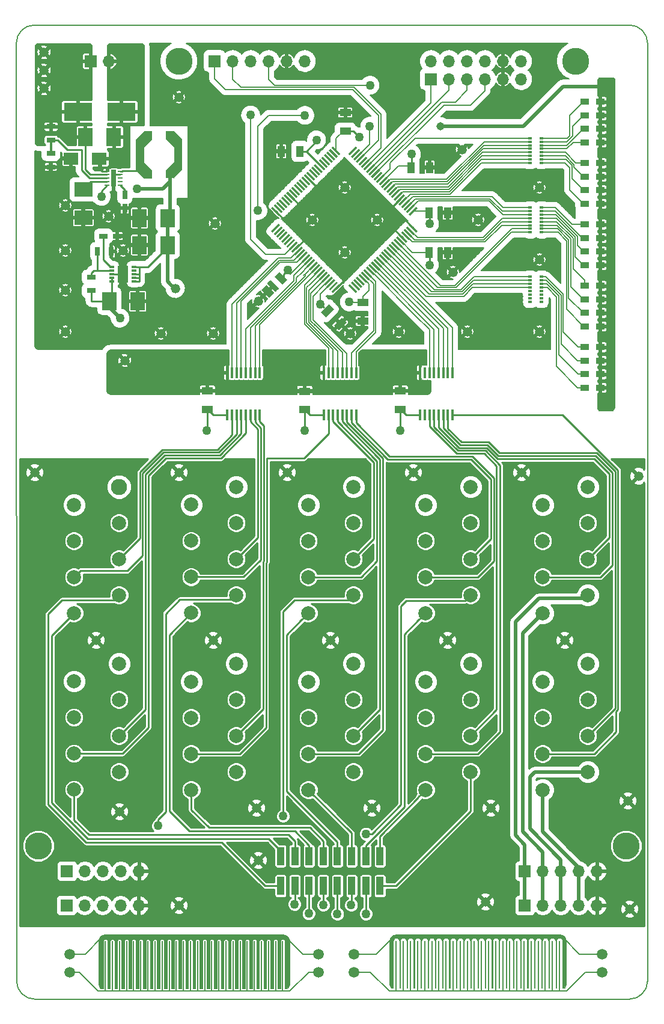
<source format=gtl>
G04 #@! TF.FileFunction,Copper,L1,Top,Signal*
%FSLAX46Y46*%
G04 Gerber Fmt 4.6, Leading zero omitted, Abs format (unit mm)*
G04 Created by KiCad (PCBNEW 4.0.7) date Thursday, May 03, 2018 'PMt' 01:10:51 PM*
%MOMM*%
%LPD*%
G01*
G04 APERTURE LIST*
%ADD10C,0.020000*%
%ADD11C,0.150000*%
%ADD12C,1.320800*%
%ADD13C,2.000000*%
%ADD14C,3.810000*%
%ADD15C,1.143000*%
%ADD16C,2.286000*%
%ADD17R,2.000000X2.500000*%
%ADD18R,2.500000X2.000000*%
%ADD19R,0.750000X1.200000*%
%ADD20R,1.200000X0.750000*%
%ADD21R,4.000000X2.500000*%
%ADD22R,1.200000X0.900000*%
%ADD23R,0.450000X1.500000*%
%ADD24R,0.650000X0.300000*%
%ADD25R,0.775000X1.240000*%
%ADD26R,1.700000X1.700000*%
%ADD27O,1.700000X1.700000*%
%ADD28R,0.600000X0.350000*%
%ADD29R,2.000000X1.700000*%
%ADD30R,0.700000X0.250000*%
%ADD31R,0.640000X1.200000*%
%ADD32R,1.000000X2.580000*%
%ADD33R,1.000000X1.600000*%
%ADD34R,1.600000X1.000000*%
%ADD35R,1.300000X0.700000*%
%ADD36R,0.700000X1.300000*%
%ADD37C,1.500000*%
%ADD38C,1.270000*%
%ADD39C,0.500000*%
%ADD40C,0.250000*%
%ADD41C,0.254000*%
%ADD42C,0.152400*%
%ADD43C,0.508000*%
%ADD44C,0.304800*%
%ADD45C,0.200000*%
%ADD46C,0.100000*%
G04 APERTURE END LIST*
D10*
D11*
X253270000Y-85852000D02*
G75*
G03X250730000Y-83312000I-2540000J0D01*
G01*
X166878000Y-83312000D02*
G75*
G03X164338000Y-85852000I0J-2540000D01*
G01*
X164370000Y-217932000D02*
G75*
G03X166910000Y-220472000I2540000J0D01*
G01*
X250730000Y-220472000D02*
G75*
G03X253270000Y-217932000I0J2540000D01*
G01*
X166878000Y-83312000D02*
X250730000Y-83312000D01*
X164370000Y-217932000D02*
X164338000Y-85852000D01*
X250730000Y-220472000D02*
X166910000Y-220472000D01*
X253270000Y-85852000D02*
X253270000Y-217932000D01*
D12*
X184690000Y-126746000D03*
X192056000Y-126746000D03*
X171228000Y-126492000D03*
X171228000Y-120650000D03*
X179356000Y-115062000D03*
X171228000Y-115062000D03*
X171228000Y-108712000D03*
X177324000Y-110236000D03*
X250730000Y-207772000D03*
X250476000Y-192532000D03*
X252000000Y-146812000D03*
X230410000Y-206756000D03*
X187230000Y-207264000D03*
X198406000Y-200914000D03*
X231172000Y-193548000D03*
X214408000Y-193548000D03*
X198152000Y-193548000D03*
X178848000Y-194056000D03*
X241586000Y-169926000D03*
X225076000Y-169926000D03*
X175546000Y-169926000D03*
X192056000Y-169926000D03*
X208566000Y-169926000D03*
X235490000Y-146304000D03*
X220250000Y-146304000D03*
X202470000Y-146304000D03*
X187230000Y-146304000D03*
X166910000Y-146304000D03*
X198406000Y-122174000D03*
X187230000Y-93472000D03*
X192310000Y-111252000D03*
X179610000Y-130556000D03*
X238030000Y-106172000D03*
X238030000Y-116332000D03*
X238030000Y-126492000D03*
X227870000Y-126492000D03*
X229394000Y-110744000D03*
X210598000Y-115316000D03*
X215170000Y-110744000D03*
X206026000Y-110744000D03*
X210598000Y-106172000D03*
D10*
G36*
X182323500Y-104900000D02*
X181148500Y-103725000D01*
X181148500Y-99475000D01*
X182323500Y-98300000D01*
X182323500Y-104900000D01*
X182323500Y-104900000D01*
G37*
G36*
X183448500Y-104912500D02*
X182323500Y-104912500D01*
X182323500Y-103787500D01*
X183448500Y-103787500D01*
X183448500Y-104912500D01*
X183448500Y-104912500D01*
G37*
G36*
X183448500Y-99412500D02*
X182323500Y-99412500D01*
X182323500Y-98287500D01*
X183448500Y-98287500D01*
X183448500Y-99412500D01*
X183448500Y-99412500D01*
G37*
G36*
X182323500Y-102675500D02*
X183448500Y-103799500D01*
X183448500Y-103800500D01*
X182323500Y-104924500D01*
X182323500Y-102675500D01*
X182323500Y-102675500D01*
G37*
G36*
X182323500Y-98275500D02*
X183448500Y-99399500D01*
X183448500Y-99400500D01*
X182323500Y-100524500D01*
X182323500Y-98275500D01*
X182323500Y-98275500D01*
G37*
G36*
X186549101Y-98283627D02*
X187724101Y-99458627D01*
X187724101Y-103708627D01*
X186549101Y-104883627D01*
X186549101Y-98283627D01*
X186549101Y-98283627D01*
G37*
G36*
X185424101Y-98271127D02*
X186549101Y-98271127D01*
X186549101Y-99396127D01*
X185424101Y-99396127D01*
X185424101Y-98271127D01*
X185424101Y-98271127D01*
G37*
G36*
X186549101Y-100508127D02*
X185424101Y-99384127D01*
X185424101Y-99383127D01*
X186549101Y-98259127D01*
X186549101Y-100508127D01*
X186549101Y-100508127D01*
G37*
G36*
X185424101Y-103771127D02*
X186549101Y-103771127D01*
X186549101Y-104896127D01*
X185424101Y-104896127D01*
X185424101Y-103771127D01*
X185424101Y-103771127D01*
G37*
G36*
X186549101Y-104908127D02*
X185424101Y-103784127D01*
X185424101Y-103783127D01*
X186549101Y-102659127D01*
X186549101Y-104908127D01*
X186549101Y-104908127D01*
G37*
D13*
X221996000Y-175768000D03*
X221996000Y-180848000D03*
X221996000Y-185928000D03*
X221996000Y-191008000D03*
X205486000Y-150876000D03*
X205486000Y-155956000D03*
X205486000Y-161036000D03*
X205486000Y-166116000D03*
D12*
X168180000Y-92202000D03*
X168180000Y-89662000D03*
X168180000Y-87122000D03*
X227108000Y-100838000D03*
X225838000Y-118110000D03*
X218218000Y-126492000D03*
X211360000Y-126746000D03*
X186722000Y-120396000D03*
D14*
X167418000Y-198882000D03*
X250222000Y-198882000D03*
X243110000Y-88392000D03*
X187230000Y-88392000D03*
D15*
X224060000Y-97536000D03*
D13*
X195326000Y-173228000D03*
X195326000Y-178308000D03*
X195326000Y-183388000D03*
X195326000Y-188468000D03*
X188976000Y-175768000D03*
X188976000Y-180848000D03*
X188976000Y-185928000D03*
X188976000Y-191008000D03*
X178816000Y-173228000D03*
X178816000Y-178308000D03*
X178816000Y-183388000D03*
X178816000Y-188468000D03*
X172466000Y-175721306D03*
X172466000Y-180801306D03*
X172466000Y-185881306D03*
X172466000Y-190961306D03*
D16*
X178816000Y-148336000D03*
D13*
X178816000Y-153416000D03*
X178816000Y-158496000D03*
X178816000Y-163576000D03*
X172466000Y-150876000D03*
X172466000Y-155956000D03*
X172466000Y-161036000D03*
X172466000Y-166116000D03*
X195326000Y-148336000D03*
X195326000Y-153416000D03*
X195326000Y-158496000D03*
X195326000Y-163576000D03*
D17*
X174054000Y-99060000D03*
X178054000Y-99060000D03*
D18*
X173768000Y-106458000D03*
X173768000Y-110458000D03*
D19*
X179610000Y-107188000D03*
X179610000Y-109088000D03*
D17*
X185674000Y-110490000D03*
X181674000Y-110490000D03*
X185669009Y-114300000D03*
X181669009Y-114300000D03*
D20*
X176628000Y-113030000D03*
X178528000Y-113030000D03*
D17*
X177446009Y-122198215D03*
X181446009Y-122198215D03*
D21*
X173004000Y-95504000D03*
X179104000Y-95504000D03*
D22*
X244391000Y-94107000D03*
X246591000Y-94107000D03*
X244391000Y-96012000D03*
X246591000Y-96012000D03*
X244391000Y-97917000D03*
X246591000Y-97917000D03*
X244391000Y-99822000D03*
X246591000Y-99822000D03*
X244391000Y-102743000D03*
X246591000Y-102743000D03*
X244391000Y-104648000D03*
X246591000Y-104648000D03*
X244391000Y-106553000D03*
X246591000Y-106553000D03*
X244391000Y-108458000D03*
X246591000Y-108458000D03*
X244391000Y-111379000D03*
X246591000Y-111379000D03*
X244391000Y-113284000D03*
X246591000Y-113284000D03*
X244391000Y-115189000D03*
X246591000Y-115189000D03*
X244391000Y-117094000D03*
X246591000Y-117094000D03*
X244391000Y-120015000D03*
X246591000Y-120015000D03*
X244391000Y-121920000D03*
X246591000Y-121920000D03*
X244391000Y-123825000D03*
X246591000Y-123825000D03*
X244391000Y-125730000D03*
X246591000Y-125730000D03*
X244391000Y-128651000D03*
X246591000Y-128651000D03*
X244391000Y-130556000D03*
X246591000Y-130556000D03*
X244391000Y-132461000D03*
X246591000Y-132461000D03*
X244391000Y-134366000D03*
X246591000Y-134366000D03*
D13*
X188976000Y-150867808D03*
X188976000Y-155947808D03*
X188976000Y-161027808D03*
X188976000Y-166107808D03*
X211836000Y-148336000D03*
X211836000Y-153416000D03*
X211836000Y-158496000D03*
X211836000Y-163576000D03*
X211836000Y-173228000D03*
X211836000Y-178308000D03*
X211836000Y-183388000D03*
X211836000Y-188468000D03*
X205486000Y-175768000D03*
X205486000Y-180848000D03*
X205486000Y-185928000D03*
X205486000Y-191008000D03*
X228346000Y-148336000D03*
X228346000Y-153416000D03*
X228346000Y-158496000D03*
X228346000Y-163576000D03*
X221996000Y-150876000D03*
X221996000Y-155956000D03*
X221996000Y-161036000D03*
X221996000Y-166116000D03*
X228346000Y-173228000D03*
X228346000Y-178308000D03*
X228346000Y-183388000D03*
X228346000Y-188468000D03*
X244856000Y-148336000D03*
X244856000Y-153416000D03*
X244856000Y-158496000D03*
X244856000Y-163576000D03*
X238506000Y-150876000D03*
X238506000Y-155956000D03*
X238506000Y-161036000D03*
X238506000Y-166116000D03*
X244856000Y-173228000D03*
X244856000Y-178308000D03*
X244856000Y-183388000D03*
X244856000Y-188468000D03*
X238506000Y-175768000D03*
X238506000Y-180848000D03*
X238506000Y-185928000D03*
X238506000Y-191008000D03*
D23*
X198628000Y-132276000D03*
X197978000Y-132276000D03*
X197328000Y-132276000D03*
X196678000Y-132276000D03*
X196028000Y-132276000D03*
X195378000Y-132276000D03*
X194728000Y-132276000D03*
X194078000Y-132276000D03*
X194078000Y-138176000D03*
X194728000Y-138176000D03*
X195378000Y-138176000D03*
X196028000Y-138176000D03*
X196678000Y-138176000D03*
X197328000Y-138176000D03*
X197978000Y-138176000D03*
X198628000Y-138176000D03*
D10*
G36*
X212406478Y-120829627D02*
X212194346Y-121041759D01*
X211133686Y-119981099D01*
X211345818Y-119768967D01*
X212406478Y-120829627D01*
X212406478Y-120829627D01*
G37*
G36*
X212760031Y-120476074D02*
X212547899Y-120688206D01*
X211487239Y-119627546D01*
X211699371Y-119415414D01*
X212760031Y-120476074D01*
X212760031Y-120476074D01*
G37*
G36*
X213113584Y-120122520D02*
X212901452Y-120334652D01*
X211840792Y-119273992D01*
X212052924Y-119061860D01*
X213113584Y-120122520D01*
X213113584Y-120122520D01*
G37*
G36*
X213467138Y-119768967D02*
X213255006Y-119981099D01*
X212194346Y-118920439D01*
X212406478Y-118708307D01*
X213467138Y-119768967D01*
X213467138Y-119768967D01*
G37*
G36*
X213820691Y-119415413D02*
X213608559Y-119627545D01*
X212547899Y-118566885D01*
X212760031Y-118354753D01*
X213820691Y-119415413D01*
X213820691Y-119415413D01*
G37*
G36*
X214174244Y-119061860D02*
X213962112Y-119273992D01*
X212901452Y-118213332D01*
X213113584Y-118001200D01*
X214174244Y-119061860D01*
X214174244Y-119061860D01*
G37*
G36*
X214527798Y-118708307D02*
X214315666Y-118920439D01*
X213255006Y-117859779D01*
X213467138Y-117647647D01*
X214527798Y-118708307D01*
X214527798Y-118708307D01*
G37*
G36*
X214881351Y-118354753D02*
X214669219Y-118566885D01*
X213608559Y-117506225D01*
X213820691Y-117294093D01*
X214881351Y-118354753D01*
X214881351Y-118354753D01*
G37*
G36*
X215234905Y-118001200D02*
X215022773Y-118213332D01*
X213962113Y-117152672D01*
X214174245Y-116940540D01*
X215234905Y-118001200D01*
X215234905Y-118001200D01*
G37*
G36*
X215588458Y-117647646D02*
X215376326Y-117859778D01*
X214315666Y-116799118D01*
X214527798Y-116586986D01*
X215588458Y-117647646D01*
X215588458Y-117647646D01*
G37*
G36*
X215942011Y-117294093D02*
X215729879Y-117506225D01*
X214669219Y-116445565D01*
X214881351Y-116233433D01*
X215942011Y-117294093D01*
X215942011Y-117294093D01*
G37*
G36*
X216295565Y-116940540D02*
X216083433Y-117152672D01*
X215022773Y-116092012D01*
X215234905Y-115879880D01*
X216295565Y-116940540D01*
X216295565Y-116940540D01*
G37*
G36*
X216649118Y-116586986D02*
X216436986Y-116799118D01*
X215376326Y-115738458D01*
X215588458Y-115526326D01*
X216649118Y-116586986D01*
X216649118Y-116586986D01*
G37*
G36*
X217002672Y-116233433D02*
X216790540Y-116445565D01*
X215729880Y-115384905D01*
X215942012Y-115172773D01*
X217002672Y-116233433D01*
X217002672Y-116233433D01*
G37*
G36*
X217356225Y-115879879D02*
X217144093Y-116092011D01*
X216083433Y-115031351D01*
X216295565Y-114819219D01*
X217356225Y-115879879D01*
X217356225Y-115879879D01*
G37*
G36*
X217709778Y-115526326D02*
X217497646Y-115738458D01*
X216436986Y-114677798D01*
X216649118Y-114465666D01*
X217709778Y-115526326D01*
X217709778Y-115526326D01*
G37*
G36*
X218063332Y-115172773D02*
X217851200Y-115384905D01*
X216790540Y-114324245D01*
X217002672Y-114112113D01*
X218063332Y-115172773D01*
X218063332Y-115172773D01*
G37*
G36*
X218416885Y-114819219D02*
X218204753Y-115031351D01*
X217144093Y-113970691D01*
X217356225Y-113758559D01*
X218416885Y-114819219D01*
X218416885Y-114819219D01*
G37*
G36*
X218770439Y-114465666D02*
X218558307Y-114677798D01*
X217497647Y-113617138D01*
X217709779Y-113405006D01*
X218770439Y-114465666D01*
X218770439Y-114465666D01*
G37*
G36*
X219123992Y-114112112D02*
X218911860Y-114324244D01*
X217851200Y-113263584D01*
X218063332Y-113051452D01*
X219123992Y-114112112D01*
X219123992Y-114112112D01*
G37*
G36*
X219477545Y-113758559D02*
X219265413Y-113970691D01*
X218204753Y-112910031D01*
X218416885Y-112697899D01*
X219477545Y-113758559D01*
X219477545Y-113758559D01*
G37*
G36*
X219831099Y-113405006D02*
X219618967Y-113617138D01*
X218558307Y-112556478D01*
X218770439Y-112344346D01*
X219831099Y-113405006D01*
X219831099Y-113405006D01*
G37*
G36*
X220184652Y-113051452D02*
X219972520Y-113263584D01*
X218911860Y-112202924D01*
X219123992Y-111990792D01*
X220184652Y-113051452D01*
X220184652Y-113051452D01*
G37*
G36*
X220538206Y-112697899D02*
X220326074Y-112910031D01*
X219265414Y-111849371D01*
X219477546Y-111637239D01*
X220538206Y-112697899D01*
X220538206Y-112697899D01*
G37*
G36*
X220891759Y-112344346D02*
X220679627Y-112556478D01*
X219618967Y-111495818D01*
X219831099Y-111283686D01*
X220891759Y-112344346D01*
X220891759Y-112344346D01*
G37*
G36*
X220679627Y-108879522D02*
X220891759Y-109091654D01*
X219831099Y-110152314D01*
X219618967Y-109940182D01*
X220679627Y-108879522D01*
X220679627Y-108879522D01*
G37*
G36*
X220326074Y-108525969D02*
X220538206Y-108738101D01*
X219477546Y-109798761D01*
X219265414Y-109586629D01*
X220326074Y-108525969D01*
X220326074Y-108525969D01*
G37*
G36*
X219972520Y-108172416D02*
X220184652Y-108384548D01*
X219123992Y-109445208D01*
X218911860Y-109233076D01*
X219972520Y-108172416D01*
X219972520Y-108172416D01*
G37*
G36*
X219618967Y-107818862D02*
X219831099Y-108030994D01*
X218770439Y-109091654D01*
X218558307Y-108879522D01*
X219618967Y-107818862D01*
X219618967Y-107818862D01*
G37*
G36*
X219265413Y-107465309D02*
X219477545Y-107677441D01*
X218416885Y-108738101D01*
X218204753Y-108525969D01*
X219265413Y-107465309D01*
X219265413Y-107465309D01*
G37*
G36*
X218911860Y-107111756D02*
X219123992Y-107323888D01*
X218063332Y-108384548D01*
X217851200Y-108172416D01*
X218911860Y-107111756D01*
X218911860Y-107111756D01*
G37*
G36*
X218558307Y-106758202D02*
X218770439Y-106970334D01*
X217709779Y-108030994D01*
X217497647Y-107818862D01*
X218558307Y-106758202D01*
X218558307Y-106758202D01*
G37*
G36*
X218204753Y-106404649D02*
X218416885Y-106616781D01*
X217356225Y-107677441D01*
X217144093Y-107465309D01*
X218204753Y-106404649D01*
X218204753Y-106404649D01*
G37*
G36*
X217851200Y-106051095D02*
X218063332Y-106263227D01*
X217002672Y-107323887D01*
X216790540Y-107111755D01*
X217851200Y-106051095D01*
X217851200Y-106051095D01*
G37*
G36*
X217497646Y-105697542D02*
X217709778Y-105909674D01*
X216649118Y-106970334D01*
X216436986Y-106758202D01*
X217497646Y-105697542D01*
X217497646Y-105697542D01*
G37*
G36*
X217144093Y-105343989D02*
X217356225Y-105556121D01*
X216295565Y-106616781D01*
X216083433Y-106404649D01*
X217144093Y-105343989D01*
X217144093Y-105343989D01*
G37*
G36*
X216790540Y-104990435D02*
X217002672Y-105202567D01*
X215942012Y-106263227D01*
X215729880Y-106051095D01*
X216790540Y-104990435D01*
X216790540Y-104990435D01*
G37*
G36*
X216436986Y-104636882D02*
X216649118Y-104849014D01*
X215588458Y-105909674D01*
X215376326Y-105697542D01*
X216436986Y-104636882D01*
X216436986Y-104636882D01*
G37*
G36*
X216083433Y-104283328D02*
X216295565Y-104495460D01*
X215234905Y-105556120D01*
X215022773Y-105343988D01*
X216083433Y-104283328D01*
X216083433Y-104283328D01*
G37*
G36*
X215729879Y-103929775D02*
X215942011Y-104141907D01*
X214881351Y-105202567D01*
X214669219Y-104990435D01*
X215729879Y-103929775D01*
X215729879Y-103929775D01*
G37*
G36*
X215376326Y-103576222D02*
X215588458Y-103788354D01*
X214527798Y-104849014D01*
X214315666Y-104636882D01*
X215376326Y-103576222D01*
X215376326Y-103576222D01*
G37*
G36*
X215022773Y-103222668D02*
X215234905Y-103434800D01*
X214174245Y-104495460D01*
X213962113Y-104283328D01*
X215022773Y-103222668D01*
X215022773Y-103222668D01*
G37*
G36*
X214669219Y-102869115D02*
X214881351Y-103081247D01*
X213820691Y-104141907D01*
X213608559Y-103929775D01*
X214669219Y-102869115D01*
X214669219Y-102869115D01*
G37*
G36*
X214315666Y-102515561D02*
X214527798Y-102727693D01*
X213467138Y-103788353D01*
X213255006Y-103576221D01*
X214315666Y-102515561D01*
X214315666Y-102515561D01*
G37*
G36*
X213962112Y-102162008D02*
X214174244Y-102374140D01*
X213113584Y-103434800D01*
X212901452Y-103222668D01*
X213962112Y-102162008D01*
X213962112Y-102162008D01*
G37*
G36*
X213608559Y-101808455D02*
X213820691Y-102020587D01*
X212760031Y-103081247D01*
X212547899Y-102869115D01*
X213608559Y-101808455D01*
X213608559Y-101808455D01*
G37*
G36*
X213255006Y-101454901D02*
X213467138Y-101667033D01*
X212406478Y-102727693D01*
X212194346Y-102515561D01*
X213255006Y-101454901D01*
X213255006Y-101454901D01*
G37*
G36*
X212901452Y-101101348D02*
X213113584Y-101313480D01*
X212052924Y-102374140D01*
X211840792Y-102162008D01*
X212901452Y-101101348D01*
X212901452Y-101101348D01*
G37*
G36*
X212547899Y-100747794D02*
X212760031Y-100959926D01*
X211699371Y-102020586D01*
X211487239Y-101808454D01*
X212547899Y-100747794D01*
X212547899Y-100747794D01*
G37*
G36*
X212194346Y-100394241D02*
X212406478Y-100606373D01*
X211345818Y-101667033D01*
X211133686Y-101454901D01*
X212194346Y-100394241D01*
X212194346Y-100394241D01*
G37*
G36*
X210002314Y-101454901D02*
X209790182Y-101667033D01*
X208729522Y-100606373D01*
X208941654Y-100394241D01*
X210002314Y-101454901D01*
X210002314Y-101454901D01*
G37*
G36*
X209648761Y-101808454D02*
X209436629Y-102020586D01*
X208375969Y-100959926D01*
X208588101Y-100747794D01*
X209648761Y-101808454D01*
X209648761Y-101808454D01*
G37*
G36*
X209295208Y-102162008D02*
X209083076Y-102374140D01*
X208022416Y-101313480D01*
X208234548Y-101101348D01*
X209295208Y-102162008D01*
X209295208Y-102162008D01*
G37*
G36*
X208941654Y-102515561D02*
X208729522Y-102727693D01*
X207668862Y-101667033D01*
X207880994Y-101454901D01*
X208941654Y-102515561D01*
X208941654Y-102515561D01*
G37*
G36*
X208588101Y-102869115D02*
X208375969Y-103081247D01*
X207315309Y-102020587D01*
X207527441Y-101808455D01*
X208588101Y-102869115D01*
X208588101Y-102869115D01*
G37*
G36*
X208234548Y-103222668D02*
X208022416Y-103434800D01*
X206961756Y-102374140D01*
X207173888Y-102162008D01*
X208234548Y-103222668D01*
X208234548Y-103222668D01*
G37*
G36*
X207880994Y-103576221D02*
X207668862Y-103788353D01*
X206608202Y-102727693D01*
X206820334Y-102515561D01*
X207880994Y-103576221D01*
X207880994Y-103576221D01*
G37*
G36*
X207527441Y-103929775D02*
X207315309Y-104141907D01*
X206254649Y-103081247D01*
X206466781Y-102869115D01*
X207527441Y-103929775D01*
X207527441Y-103929775D01*
G37*
G36*
X207173887Y-104283328D02*
X206961755Y-104495460D01*
X205901095Y-103434800D01*
X206113227Y-103222668D01*
X207173887Y-104283328D01*
X207173887Y-104283328D01*
G37*
G36*
X206820334Y-104636882D02*
X206608202Y-104849014D01*
X205547542Y-103788354D01*
X205759674Y-103576222D01*
X206820334Y-104636882D01*
X206820334Y-104636882D01*
G37*
G36*
X206466781Y-104990435D02*
X206254649Y-105202567D01*
X205193989Y-104141907D01*
X205406121Y-103929775D01*
X206466781Y-104990435D01*
X206466781Y-104990435D01*
G37*
G36*
X206113227Y-105343988D02*
X205901095Y-105556120D01*
X204840435Y-104495460D01*
X205052567Y-104283328D01*
X206113227Y-105343988D01*
X206113227Y-105343988D01*
G37*
G36*
X205759674Y-105697542D02*
X205547542Y-105909674D01*
X204486882Y-104849014D01*
X204699014Y-104636882D01*
X205759674Y-105697542D01*
X205759674Y-105697542D01*
G37*
G36*
X205406120Y-106051095D02*
X205193988Y-106263227D01*
X204133328Y-105202567D01*
X204345460Y-104990435D01*
X205406120Y-106051095D01*
X205406120Y-106051095D01*
G37*
G36*
X205052567Y-106404649D02*
X204840435Y-106616781D01*
X203779775Y-105556121D01*
X203991907Y-105343989D01*
X205052567Y-106404649D01*
X205052567Y-106404649D01*
G37*
G36*
X204699014Y-106758202D02*
X204486882Y-106970334D01*
X203426222Y-105909674D01*
X203638354Y-105697542D01*
X204699014Y-106758202D01*
X204699014Y-106758202D01*
G37*
G36*
X204345460Y-107111755D02*
X204133328Y-107323887D01*
X203072668Y-106263227D01*
X203284800Y-106051095D01*
X204345460Y-107111755D01*
X204345460Y-107111755D01*
G37*
G36*
X203991907Y-107465309D02*
X203779775Y-107677441D01*
X202719115Y-106616781D01*
X202931247Y-106404649D01*
X203991907Y-107465309D01*
X203991907Y-107465309D01*
G37*
G36*
X203638353Y-107818862D02*
X203426221Y-108030994D01*
X202365561Y-106970334D01*
X202577693Y-106758202D01*
X203638353Y-107818862D01*
X203638353Y-107818862D01*
G37*
G36*
X203284800Y-108172416D02*
X203072668Y-108384548D01*
X202012008Y-107323888D01*
X202224140Y-107111756D01*
X203284800Y-108172416D01*
X203284800Y-108172416D01*
G37*
G36*
X202931247Y-108525969D02*
X202719115Y-108738101D01*
X201658455Y-107677441D01*
X201870587Y-107465309D01*
X202931247Y-108525969D01*
X202931247Y-108525969D01*
G37*
G36*
X202577693Y-108879522D02*
X202365561Y-109091654D01*
X201304901Y-108030994D01*
X201517033Y-107818862D01*
X202577693Y-108879522D01*
X202577693Y-108879522D01*
G37*
G36*
X202224140Y-109233076D02*
X202012008Y-109445208D01*
X200951348Y-108384548D01*
X201163480Y-108172416D01*
X202224140Y-109233076D01*
X202224140Y-109233076D01*
G37*
G36*
X201870586Y-109586629D02*
X201658454Y-109798761D01*
X200597794Y-108738101D01*
X200809926Y-108525969D01*
X201870586Y-109586629D01*
X201870586Y-109586629D01*
G37*
G36*
X201517033Y-109940182D02*
X201304901Y-110152314D01*
X200244241Y-109091654D01*
X200456373Y-108879522D01*
X201517033Y-109940182D01*
X201517033Y-109940182D01*
G37*
G36*
X201304901Y-111283686D02*
X201517033Y-111495818D01*
X200456373Y-112556478D01*
X200244241Y-112344346D01*
X201304901Y-111283686D01*
X201304901Y-111283686D01*
G37*
G36*
X201658454Y-111637239D02*
X201870586Y-111849371D01*
X200809926Y-112910031D01*
X200597794Y-112697899D01*
X201658454Y-111637239D01*
X201658454Y-111637239D01*
G37*
G36*
X202012008Y-111990792D02*
X202224140Y-112202924D01*
X201163480Y-113263584D01*
X200951348Y-113051452D01*
X202012008Y-111990792D01*
X202012008Y-111990792D01*
G37*
G36*
X202365561Y-112344346D02*
X202577693Y-112556478D01*
X201517033Y-113617138D01*
X201304901Y-113405006D01*
X202365561Y-112344346D01*
X202365561Y-112344346D01*
G37*
G36*
X202719115Y-112697899D02*
X202931247Y-112910031D01*
X201870587Y-113970691D01*
X201658455Y-113758559D01*
X202719115Y-112697899D01*
X202719115Y-112697899D01*
G37*
G36*
X203072668Y-113051452D02*
X203284800Y-113263584D01*
X202224140Y-114324244D01*
X202012008Y-114112112D01*
X203072668Y-113051452D01*
X203072668Y-113051452D01*
G37*
G36*
X203426221Y-113405006D02*
X203638353Y-113617138D01*
X202577693Y-114677798D01*
X202365561Y-114465666D01*
X203426221Y-113405006D01*
X203426221Y-113405006D01*
G37*
G36*
X203779775Y-113758559D02*
X203991907Y-113970691D01*
X202931247Y-115031351D01*
X202719115Y-114819219D01*
X203779775Y-113758559D01*
X203779775Y-113758559D01*
G37*
G36*
X204133328Y-114112113D02*
X204345460Y-114324245D01*
X203284800Y-115384905D01*
X203072668Y-115172773D01*
X204133328Y-114112113D01*
X204133328Y-114112113D01*
G37*
G36*
X204486882Y-114465666D02*
X204699014Y-114677798D01*
X203638354Y-115738458D01*
X203426222Y-115526326D01*
X204486882Y-114465666D01*
X204486882Y-114465666D01*
G37*
G36*
X204840435Y-114819219D02*
X205052567Y-115031351D01*
X203991907Y-116092011D01*
X203779775Y-115879879D01*
X204840435Y-114819219D01*
X204840435Y-114819219D01*
G37*
G36*
X205193988Y-115172773D02*
X205406120Y-115384905D01*
X204345460Y-116445565D01*
X204133328Y-116233433D01*
X205193988Y-115172773D01*
X205193988Y-115172773D01*
G37*
G36*
X205547542Y-115526326D02*
X205759674Y-115738458D01*
X204699014Y-116799118D01*
X204486882Y-116586986D01*
X205547542Y-115526326D01*
X205547542Y-115526326D01*
G37*
G36*
X205901095Y-115879880D02*
X206113227Y-116092012D01*
X205052567Y-117152672D01*
X204840435Y-116940540D01*
X205901095Y-115879880D01*
X205901095Y-115879880D01*
G37*
G36*
X206254649Y-116233433D02*
X206466781Y-116445565D01*
X205406121Y-117506225D01*
X205193989Y-117294093D01*
X206254649Y-116233433D01*
X206254649Y-116233433D01*
G37*
G36*
X206608202Y-116586986D02*
X206820334Y-116799118D01*
X205759674Y-117859778D01*
X205547542Y-117647646D01*
X206608202Y-116586986D01*
X206608202Y-116586986D01*
G37*
G36*
X206961755Y-116940540D02*
X207173887Y-117152672D01*
X206113227Y-118213332D01*
X205901095Y-118001200D01*
X206961755Y-116940540D01*
X206961755Y-116940540D01*
G37*
G36*
X207315309Y-117294093D02*
X207527441Y-117506225D01*
X206466781Y-118566885D01*
X206254649Y-118354753D01*
X207315309Y-117294093D01*
X207315309Y-117294093D01*
G37*
G36*
X207668862Y-117647647D02*
X207880994Y-117859779D01*
X206820334Y-118920439D01*
X206608202Y-118708307D01*
X207668862Y-117647647D01*
X207668862Y-117647647D01*
G37*
G36*
X208022416Y-118001200D02*
X208234548Y-118213332D01*
X207173888Y-119273992D01*
X206961756Y-119061860D01*
X208022416Y-118001200D01*
X208022416Y-118001200D01*
G37*
G36*
X208375969Y-118354753D02*
X208588101Y-118566885D01*
X207527441Y-119627545D01*
X207315309Y-119415413D01*
X208375969Y-118354753D01*
X208375969Y-118354753D01*
G37*
G36*
X208729522Y-118708307D02*
X208941654Y-118920439D01*
X207880994Y-119981099D01*
X207668862Y-119768967D01*
X208729522Y-118708307D01*
X208729522Y-118708307D01*
G37*
G36*
X209083076Y-119061860D02*
X209295208Y-119273992D01*
X208234548Y-120334652D01*
X208022416Y-120122520D01*
X209083076Y-119061860D01*
X209083076Y-119061860D01*
G37*
G36*
X209436629Y-119415414D02*
X209648761Y-119627546D01*
X208588101Y-120688206D01*
X208375969Y-120476074D01*
X209436629Y-119415414D01*
X209436629Y-119415414D01*
G37*
G36*
X209790182Y-119768967D02*
X210002314Y-119981099D01*
X208941654Y-121041759D01*
X208729522Y-120829627D01*
X209790182Y-119768967D01*
X209790182Y-119768967D01*
G37*
D23*
X212211500Y-132276000D03*
X211561500Y-132276000D03*
X210911500Y-132276000D03*
X210261500Y-132276000D03*
X209611500Y-132276000D03*
X208961500Y-132276000D03*
X208311500Y-132276000D03*
X207661500Y-132276000D03*
X207661500Y-138176000D03*
X208311500Y-138176000D03*
X208961500Y-138176000D03*
X209611500Y-138176000D03*
X210261500Y-138176000D03*
X210911500Y-138176000D03*
X211561500Y-138176000D03*
X212211500Y-138176000D03*
X225795000Y-132276000D03*
X225145000Y-132276000D03*
X224495000Y-132276000D03*
X223845000Y-132276000D03*
X223195000Y-132276000D03*
X222545000Y-132276000D03*
X221895000Y-132276000D03*
X221245000Y-132276000D03*
X221245000Y-138176000D03*
X221895000Y-138176000D03*
X222545000Y-138176000D03*
X223195000Y-138176000D03*
X223845000Y-138176000D03*
X224495000Y-138176000D03*
X225145000Y-138176000D03*
X225795000Y-138176000D03*
D24*
X180901009Y-119388215D03*
X180901009Y-118888215D03*
X180901009Y-118388215D03*
X180901009Y-117888215D03*
X180901009Y-117388215D03*
X177801009Y-117388215D03*
X177801009Y-117888215D03*
X177801009Y-118388215D03*
X177801009Y-118888215D03*
X177801009Y-119388215D03*
D25*
X178963509Y-117768215D03*
X178963509Y-119008215D03*
X179738509Y-117768215D03*
X179738509Y-119008215D03*
D26*
X174784000Y-88392000D03*
D27*
X177324000Y-88392000D03*
D26*
X192278000Y-88392000D03*
D27*
X194818000Y-88392000D03*
X197358000Y-88392000D03*
X199898000Y-88392000D03*
X202438000Y-88392000D03*
X204978000Y-88392000D03*
D26*
X171395092Y-207264000D03*
D27*
X173935092Y-207264000D03*
X176475092Y-207264000D03*
X179015092Y-207264000D03*
X181555092Y-207264000D03*
D26*
X171450000Y-202438000D03*
D27*
X173990000Y-202438000D03*
X176530000Y-202438000D03*
X179070000Y-202438000D03*
X181610000Y-202438000D03*
D26*
X235966000Y-207264000D03*
D27*
X238506000Y-207264000D03*
X241046000Y-207264000D03*
X243586000Y-207264000D03*
X246126000Y-207264000D03*
D26*
X235966000Y-202438000D03*
D27*
X238506000Y-202438000D03*
X241046000Y-202438000D03*
X243586000Y-202438000D03*
X246126000Y-202438000D03*
D28*
X238328000Y-99243000D03*
X236728000Y-99243000D03*
X238328000Y-99743000D03*
X236728000Y-99743000D03*
X238328000Y-100243000D03*
X236728000Y-100243000D03*
X238328000Y-100743000D03*
X236728000Y-100743000D03*
X238328000Y-101243000D03*
X236728000Y-101243000D03*
X238328000Y-101743000D03*
X236728000Y-101743000D03*
X238328000Y-102243000D03*
X236728000Y-102243000D03*
X238328000Y-102743000D03*
X236728000Y-102743000D03*
X238328000Y-109008000D03*
X236728000Y-109008000D03*
X238328000Y-109508000D03*
X236728000Y-109508000D03*
X238328000Y-110008000D03*
X236728000Y-110008000D03*
X238328000Y-110508000D03*
X236728000Y-110508000D03*
X238328000Y-111008000D03*
X236728000Y-111008000D03*
X238328000Y-111508000D03*
X236728000Y-111508000D03*
X238328000Y-112008000D03*
X236728000Y-112008000D03*
X238328000Y-112508000D03*
X236728000Y-112508000D03*
X238328000Y-118773000D03*
X236728000Y-118773000D03*
X238328000Y-119273000D03*
X236728000Y-119273000D03*
X238328000Y-119773000D03*
X236728000Y-119773000D03*
X238328000Y-120273000D03*
X236728000Y-120273000D03*
X238328000Y-120773000D03*
X236728000Y-120773000D03*
X238328000Y-121273000D03*
X236728000Y-121273000D03*
X238328000Y-121773000D03*
X236728000Y-121773000D03*
X238328000Y-122273000D03*
X236728000Y-122273000D03*
D29*
X172022000Y-102108000D03*
X176022000Y-102108000D03*
D30*
X177122500Y-103887000D03*
X177122500Y-104387000D03*
X177122500Y-104887000D03*
X177122500Y-105387000D03*
X177122500Y-105887000D03*
X178972500Y-105887000D03*
X178972500Y-105387000D03*
X178972500Y-104887000D03*
X178972500Y-104387000D03*
X178972500Y-103887000D03*
D31*
X178047500Y-105487000D03*
X178047500Y-104287000D03*
D32*
X201566000Y-204523000D03*
X201566000Y-200353000D03*
X203566000Y-204523000D03*
X203566000Y-200353000D03*
X205566000Y-204523000D03*
X205566000Y-200353000D03*
X207566000Y-204523000D03*
X207566000Y-200353000D03*
X209566000Y-204523000D03*
X209566000Y-200353000D03*
X211566000Y-204523000D03*
X211566000Y-200353000D03*
X213566000Y-204523000D03*
X213566000Y-200353000D03*
X215566000Y-204523000D03*
X215566000Y-200353000D03*
D26*
X222758000Y-90932000D03*
D27*
X222758000Y-88392000D03*
X225298000Y-90932000D03*
X225298000Y-88392000D03*
X227838000Y-90932000D03*
X227838000Y-88392000D03*
X230378000Y-90932000D03*
X230378000Y-88392000D03*
X232918000Y-90932000D03*
X232918000Y-88392000D03*
X235458000Y-90932000D03*
X235458000Y-88392000D03*
D33*
X222506000Y-109728000D03*
X225106000Y-109728000D03*
X204278000Y-101092000D03*
X201678000Y-101092000D03*
D34*
X210693000Y-98233000D03*
X210693000Y-95633000D03*
D33*
X219966000Y-103378000D03*
X222566000Y-103378000D03*
D10*
G36*
X201399107Y-118049522D02*
X202530478Y-119180893D01*
X201823371Y-119888000D01*
X200692000Y-118756629D01*
X201399107Y-118049522D01*
X201399107Y-118049522D01*
G37*
G36*
X199560629Y-119888000D02*
X200692000Y-121019371D01*
X199984893Y-121726478D01*
X198853522Y-120595107D01*
X199560629Y-119888000D01*
X199560629Y-119888000D01*
G37*
D34*
X191262000Y-137412000D03*
X191262000Y-134812000D03*
D33*
X222506000Y-115316000D03*
X225106000Y-115316000D03*
D10*
G36*
X207235522Y-123752893D02*
X208366893Y-122621522D01*
X209074000Y-123328629D01*
X207942629Y-124460000D01*
X207235522Y-123752893D01*
X207235522Y-123752893D01*
G37*
G36*
X209074000Y-125591371D02*
X210205371Y-124460000D01*
X210912478Y-125167107D01*
X209781107Y-126298478D01*
X209074000Y-125591371D01*
X209074000Y-125591371D01*
G37*
D34*
X204978000Y-137476000D03*
X204978000Y-134876000D03*
X213138000Y-122398000D03*
X213138000Y-124998000D03*
X218440000Y-137412000D03*
X218440000Y-134812000D03*
D35*
X169196000Y-99502000D03*
X169196000Y-97602000D03*
X169196000Y-103312000D03*
X169196000Y-101412000D03*
X174906009Y-118803215D03*
X174906009Y-120703215D03*
D36*
X177666009Y-115213215D03*
X175766009Y-115213215D03*
D37*
X206870000Y-216662000D03*
X171870000Y-216662000D03*
X171870000Y-214122000D03*
X206870000Y-214122000D03*
X211870000Y-216662000D03*
X246870000Y-216662000D03*
X246870000Y-214122000D03*
X211870000Y-214122000D03*
D38*
X178937095Y-124579752D03*
X206633585Y-99483515D03*
X222553447Y-111320004D03*
X202572413Y-117831566D03*
X207177661Y-122660507D03*
X181355916Y-106352261D03*
X176308000Y-107442000D03*
X220003455Y-101494787D03*
X222536000Y-117094000D03*
X212630000Y-99060000D03*
X218428417Y-140415795D03*
X205001977Y-140450758D03*
X191190923Y-140450760D03*
X198368222Y-109451260D03*
X211262529Y-122296641D03*
X204985280Y-96027384D03*
X214162510Y-91794852D03*
X214144110Y-97549874D03*
X197347938Y-95992543D03*
X203541575Y-207096514D03*
X205515173Y-208430778D03*
X184284815Y-196075296D03*
X207572162Y-207235499D03*
X209573560Y-208486370D03*
X201920858Y-194703678D03*
X211519361Y-207235499D03*
X213584416Y-197186626D03*
X213576352Y-208458575D03*
D39*
X177446009Y-122198215D02*
X177446009Y-123088666D01*
X177446009Y-123088666D02*
X178937095Y-124579752D01*
D40*
X174906009Y-122174000D02*
X176531343Y-122174000D01*
X174906009Y-120703215D02*
X174906009Y-122174000D01*
D41*
X177446009Y-122198215D02*
X174930224Y-122198215D01*
X174930224Y-122198215D02*
X174906009Y-122174000D01*
X204978000Y-101092000D02*
X204278000Y-101092000D01*
X206633585Y-99636415D02*
X206633585Y-99483515D01*
X205178000Y-101092000D02*
X206633585Y-99636415D01*
X204978000Y-101092000D02*
X205178000Y-101092000D01*
X222536000Y-109728000D02*
X222536000Y-111302557D01*
X222536000Y-111302557D02*
X222553447Y-111320004D01*
X177001009Y-121753215D02*
X177446009Y-122198215D01*
X177801009Y-119388215D02*
X177801009Y-121843215D01*
X177801009Y-121843215D02*
X177446009Y-122198215D01*
X177801009Y-118888215D02*
X177801009Y-119388215D01*
X207244598Y-103151957D02*
X205184641Y-101092000D01*
X205184641Y-101092000D02*
X204978000Y-101092000D01*
D42*
X220255363Y-109515918D02*
X222323918Y-109515918D01*
X222323918Y-109515918D02*
X222536000Y-109728000D01*
D40*
X178047500Y-105487000D02*
X178047500Y-104287000D01*
X205476831Y-104919724D02*
X206983107Y-106426000D01*
X209365918Y-120405363D02*
X211614000Y-118157281D01*
X211614000Y-118157281D02*
X211614000Y-118110000D01*
X200880637Y-109515918D02*
X202362719Y-110998000D01*
X200880637Y-109515918D02*
X200880637Y-109541274D01*
X203709064Y-114748509D02*
X205427573Y-113030000D01*
X203001957Y-107394598D02*
X204573359Y-108966000D01*
X220255363Y-111920082D02*
X218825281Y-110490000D01*
X216507748Y-109728000D02*
X216507748Y-111000894D01*
X216507748Y-111000894D02*
X218841149Y-113334295D01*
X218487596Y-107748152D02*
X216507748Y-109728000D01*
X178972500Y-104387000D02*
X178147500Y-104387000D01*
X178147500Y-104387000D02*
X178047500Y-104287000D01*
X177801009Y-118388215D02*
X179118509Y-118388215D01*
X179118509Y-118388215D02*
X179738509Y-117768215D01*
D39*
X178047500Y-105487000D02*
X178047500Y-108673500D01*
D41*
X201962000Y-118441979D02*
X202572413Y-117831566D01*
X201962000Y-119380000D02*
X201962000Y-118441979D01*
D42*
X207177661Y-121762482D02*
X207177661Y-122660507D01*
X207177661Y-121179407D02*
X207177661Y-121762482D01*
X208658812Y-119698256D02*
X207177661Y-121179407D01*
D41*
X207274507Y-122660507D02*
X207177661Y-122660507D01*
X207646761Y-123032761D02*
X207274507Y-122660507D01*
D42*
X209365918Y-101030637D02*
X209365918Y-99307682D01*
X209365918Y-99307682D02*
X210519108Y-98154492D01*
X210519108Y-98154492D02*
X210637988Y-98273372D01*
X210637988Y-98273372D02*
X210731112Y-98273372D01*
D41*
X210180129Y-98226810D02*
X210218931Y-98265612D01*
X210218931Y-98265612D02*
X211835612Y-98265612D01*
X211835612Y-98265612D02*
X212630000Y-99060000D01*
D39*
X182253941Y-106352261D02*
X181355916Y-106352261D01*
X184992885Y-106352261D02*
X182253941Y-106352261D01*
X185986601Y-105358545D02*
X184992885Y-106352261D01*
X185669009Y-114300000D02*
X185669009Y-119445823D01*
X185669009Y-119445823D02*
X186619186Y-120396000D01*
X186619186Y-120396000D02*
X186722000Y-120396000D01*
X185674000Y-110490000D02*
X185674000Y-114295009D01*
X185674000Y-114295009D02*
X185669009Y-114300000D01*
X185986601Y-103783627D02*
X185986601Y-110177399D01*
X185986601Y-110177399D02*
X185674000Y-110490000D01*
D40*
X185986601Y-103783627D02*
X185986601Y-105358545D01*
X176308000Y-107442000D02*
X176308000Y-106701500D01*
X176308000Y-106701500D02*
X177122500Y-105887000D01*
D43*
X241332000Y-91948000D02*
X247428000Y-91948000D01*
X235744000Y-97536000D02*
X241332000Y-91948000D01*
X224060000Y-97536000D02*
X235744000Y-97536000D01*
D41*
X180901009Y-118388215D02*
X181642000Y-118388215D01*
X181642000Y-118388215D02*
X181642000Y-118226224D01*
X181642000Y-119380000D02*
X181642000Y-118872000D01*
X181642000Y-118872000D02*
X181642000Y-118226224D01*
X180901009Y-118888215D02*
X181625785Y-118888215D01*
X181625785Y-118888215D02*
X181642000Y-118872000D01*
X181633785Y-119388215D02*
X181642000Y-119380000D01*
X180901009Y-119388215D02*
X181633785Y-119388215D01*
X180901009Y-117388215D02*
X181642000Y-117388215D01*
X181642000Y-117388215D02*
X182830794Y-117388215D01*
X181642000Y-118226224D02*
X181642000Y-117388215D01*
X185669009Y-114550000D02*
X185669009Y-114300000D01*
X182830794Y-117388215D02*
X185669009Y-114550000D01*
X220003455Y-102392812D02*
X220003455Y-101494787D01*
X220003455Y-103116545D02*
X220003455Y-102392812D01*
X219996000Y-103124000D02*
X220003455Y-103116545D01*
X222536000Y-115316000D02*
X222536000Y-117094000D01*
D42*
X218487596Y-113687848D02*
X220115748Y-115316000D01*
X220115748Y-115316000D02*
X222536000Y-115316000D01*
X219996000Y-103124000D02*
X218162000Y-103124000D01*
X218162000Y-103124000D02*
X217146000Y-104140000D01*
X217146000Y-104140000D02*
X216012722Y-105273278D01*
X205123278Y-116162722D02*
X202922000Y-118364000D01*
D40*
X174054000Y-99060000D02*
X174054000Y-103674052D01*
X174054000Y-103674052D02*
X174766948Y-104387000D01*
X174766948Y-104387000D02*
X176497500Y-104387000D01*
X176497500Y-104387000D02*
X177122500Y-104387000D01*
D41*
X218440000Y-140404212D02*
X218428417Y-140415795D01*
D40*
X218440000Y-137350000D02*
X218440000Y-140404212D01*
D41*
X204978000Y-140426781D02*
X205001977Y-140450758D01*
D40*
X204978000Y-137414000D02*
X204978000Y-140426781D01*
X191262000Y-140379683D02*
X191190923Y-140450760D01*
X191262000Y-137350000D02*
X191262000Y-140379683D01*
X221245000Y-138176000D02*
X219266000Y-138176000D01*
X219266000Y-138176000D02*
X218440000Y-137350000D01*
X207661500Y-138176000D02*
X205740000Y-138176000D01*
X205740000Y-138176000D02*
X204978000Y-137414000D01*
X194078000Y-138176000D02*
X192088000Y-138176000D01*
X192088000Y-138176000D02*
X191262000Y-137350000D01*
X177122500Y-105387000D02*
X174839000Y-105387000D01*
X174839000Y-105387000D02*
X173768000Y-106458000D01*
X179610000Y-107188000D02*
X179610000Y-106524500D01*
X179610000Y-106524500D02*
X178972500Y-105887000D01*
D42*
X179597500Y-107175500D02*
X179610000Y-107188000D01*
X213138000Y-122398000D02*
X211363888Y-122398000D01*
X211363888Y-122398000D02*
X211262529Y-122296641D01*
X213987758Y-120650000D02*
X213987758Y-119794612D01*
X213987758Y-120650000D02*
X213138000Y-121499758D01*
X213138000Y-121499758D02*
X213138000Y-122398000D01*
X198368222Y-97573778D02*
X198368222Y-108553235D01*
X198368222Y-108553235D02*
X198368222Y-109451260D01*
X199914616Y-96027384D02*
X198368222Y-97573778D01*
X204985280Y-96027384D02*
X199914616Y-96027384D01*
X211262529Y-122296641D02*
X211536641Y-122296641D01*
X213987758Y-119794612D02*
X213184295Y-118991149D01*
X177801009Y-117388215D02*
X177626009Y-117388215D01*
D40*
X177626009Y-117388215D02*
X176628000Y-116390206D01*
X176628000Y-116390206D02*
X176628000Y-113557400D01*
X176628000Y-113557400D02*
X176628000Y-113030000D01*
D42*
X238328000Y-99243000D02*
X241977618Y-99243000D01*
X241977618Y-99243000D02*
X242331919Y-98888699D01*
X242331919Y-98888699D02*
X242331919Y-96012000D01*
X242331919Y-96012000D02*
X244236919Y-94107000D01*
X244236919Y-94107000D02*
X244391000Y-94107000D01*
X203461578Y-115703102D02*
X204062618Y-115102062D01*
X203028426Y-116136254D02*
X203461578Y-115703102D01*
X194728000Y-122658672D02*
X201250418Y-116136254D01*
X201250418Y-116136254D02*
X203028426Y-116136254D01*
X194728000Y-132276000D02*
X194728000Y-122658672D01*
X244241000Y-96012000D02*
X244391000Y-96012000D01*
X242714503Y-97538497D02*
X244241000Y-96012000D01*
X242714503Y-98937182D02*
X242714503Y-97538497D01*
X241908685Y-99743000D02*
X242714503Y-98937182D01*
X238328000Y-99743000D02*
X241908685Y-99743000D01*
X201376674Y-116441065D02*
X195378000Y-122439739D01*
X203430721Y-116441065D02*
X201376674Y-116441065D01*
X204416171Y-115455615D02*
X203430721Y-116441065D01*
X195378000Y-122439739D02*
X195378000Y-131373600D01*
X195378000Y-131373600D02*
X195378000Y-132276000D01*
X244241000Y-97917000D02*
X241915000Y-100243000D01*
X238780400Y-100243000D02*
X238328000Y-100243000D01*
X241915000Y-100243000D02*
X238780400Y-100243000D01*
X244391000Y-97917000D02*
X244241000Y-97917000D01*
X196028000Y-122220806D02*
X201502930Y-116745876D01*
X201502930Y-116745876D02*
X203833017Y-116745876D01*
X203833017Y-116745876D02*
X204168684Y-116410209D01*
X196028000Y-132276000D02*
X196028000Y-122220806D01*
X204168684Y-116410209D02*
X204769724Y-115809169D01*
X244391000Y-99822000D02*
X242817138Y-99822000D01*
X241896138Y-100743000D02*
X238780400Y-100743000D01*
X242817138Y-99822000D02*
X241896138Y-100743000D01*
X238780400Y-100743000D02*
X238328000Y-100743000D01*
X196678000Y-126143229D02*
X196678000Y-129286000D01*
X203460318Y-119360911D02*
X196678000Y-126143229D01*
X203460318Y-118532789D02*
X203460318Y-119360911D01*
X205476831Y-116516276D02*
X203460318Y-118532789D01*
X196678000Y-131373600D02*
X196678000Y-132276000D01*
X196678000Y-129286000D02*
X196678000Y-131373600D01*
X196678000Y-129068211D02*
X196678000Y-129286000D01*
X244391000Y-102743000D02*
X243177099Y-102743000D01*
X238780400Y-101243000D02*
X238328000Y-101243000D01*
X243177099Y-102743000D02*
X241677099Y-101243000D01*
X241677099Y-101243000D02*
X238780400Y-101243000D01*
X203765129Y-118935085D02*
X204590214Y-118110000D01*
X203765129Y-119487166D02*
X203765129Y-118935085D01*
X197328000Y-125924295D02*
X203765129Y-119487166D01*
X197328000Y-132276000D02*
X197328000Y-125924295D01*
X204515135Y-118185079D02*
X204590214Y-118110000D01*
X204590214Y-118110000D02*
X205229345Y-117470869D01*
X205229345Y-117470869D02*
X205830385Y-116869829D01*
X244391000Y-104648000D02*
X244241000Y-104648000D01*
X244241000Y-104648000D02*
X242920906Y-103327906D01*
X242920906Y-103327906D02*
X242920906Y-102966767D01*
X242920906Y-102966767D02*
X241697139Y-101743000D01*
X241697139Y-101743000D02*
X238780400Y-101743000D01*
X238780400Y-101743000D02*
X238328000Y-101743000D01*
X205010000Y-118673361D02*
X205010000Y-118397320D01*
X197978000Y-125705361D02*
X205010000Y-118673361D01*
X197978000Y-128778000D02*
X197978000Y-125705361D01*
X206183938Y-117223382D02*
X205010000Y-118397320D01*
X205010000Y-118397320D02*
X204819946Y-118587374D01*
X197978000Y-131373600D02*
X197978000Y-132276000D01*
X197978000Y-128778000D02*
X197978000Y-131373600D01*
X197978000Y-128630345D02*
X197978000Y-128778000D01*
X244241000Y-106553000D02*
X244391000Y-106553000D01*
X242603521Y-104915521D02*
X244241000Y-106553000D01*
X242603521Y-103080449D02*
X242603521Y-104915521D01*
X241766072Y-102243000D02*
X242603521Y-103080449D01*
X238328000Y-102243000D02*
X241766072Y-102243000D01*
X198628000Y-132276000D02*
X198628000Y-125486427D01*
X198628000Y-125486427D02*
X204374751Y-119739676D01*
X204374751Y-119739676D02*
X205242427Y-118872000D01*
X206537491Y-117576936D02*
X205242427Y-118872000D01*
X205242427Y-118872000D02*
X205124757Y-118989670D01*
X238328000Y-102743000D02*
X241641989Y-102743000D01*
X241641989Y-102743000D02*
X242298710Y-103399721D01*
X242298710Y-103399721D02*
X242298710Y-106532600D01*
X244224110Y-108458000D02*
X244391000Y-108458000D01*
X242298710Y-106532600D02*
X244224110Y-108458000D01*
X208311500Y-132276000D02*
X208311500Y-128806029D01*
X208311500Y-128806029D02*
X204923580Y-125418109D01*
X204923580Y-119897954D02*
X206290005Y-118531529D01*
X206290005Y-118531529D02*
X206891045Y-117930489D01*
X204923580Y-125418109D02*
X204923580Y-119897954D01*
X244391000Y-111379000D02*
X242619525Y-111379000D01*
X242619525Y-111379000D02*
X240248525Y-109008000D01*
X240248525Y-109008000D02*
X238780400Y-109008000D01*
X238780400Y-109008000D02*
X238328000Y-109008000D01*
X208961500Y-132276000D02*
X208961500Y-129024963D01*
X208961500Y-129024963D02*
X205228391Y-125291854D01*
X205228391Y-125291854D02*
X205228391Y-120300250D01*
X205228391Y-120300250D02*
X205772000Y-119756641D01*
X207244598Y-118284043D02*
X205772000Y-119756641D01*
X205772000Y-119756641D02*
X205724829Y-119803812D01*
X244391000Y-113284000D02*
X244073270Y-113284000D01*
X244073270Y-113284000D02*
X240297270Y-109508000D01*
X240297270Y-109508000D02*
X238780400Y-109508000D01*
X238780400Y-109508000D02*
X238328000Y-109508000D01*
X205533202Y-120702546D02*
X206093748Y-120142000D01*
X205533202Y-125165598D02*
X205533202Y-120702546D01*
X209611500Y-129243896D02*
X205533202Y-125165598D01*
X209611500Y-132276000D02*
X209611500Y-129243896D01*
X206029640Y-120206108D02*
X206093748Y-120142000D01*
X206093748Y-120142000D02*
X207598152Y-118637596D01*
X244391000Y-115189000D02*
X244241000Y-115189000D01*
X244241000Y-115189000D02*
X243384750Y-114332750D01*
X243384750Y-114332750D02*
X243384750Y-113065614D01*
X243384750Y-113065614D02*
X240327136Y-110008000D01*
X240327136Y-110008000D02*
X238780400Y-110008000D01*
X238780400Y-110008000D02*
X238328000Y-110008000D01*
X205838013Y-121104841D02*
X205838013Y-125015305D01*
X205838013Y-125015305D02*
X206534000Y-125711292D01*
X207951705Y-118991149D02*
X205838013Y-121104841D01*
X206339154Y-125516446D02*
X206534000Y-125711292D01*
X206534000Y-125711292D02*
X210261500Y-129438792D01*
X210261500Y-129438792D02*
X210261500Y-131373600D01*
X210261500Y-131373600D02*
X210261500Y-132276000D01*
X240396069Y-110508000D02*
X238780400Y-110508000D01*
X243079939Y-113191870D02*
X240396069Y-110508000D01*
X243079939Y-115932939D02*
X243079939Y-113191870D01*
X244241000Y-117094000D02*
X243079939Y-115932939D01*
X244391000Y-117094000D02*
X244241000Y-117094000D01*
X238780400Y-110508000D02*
X238328000Y-110508000D01*
X207704218Y-119945743D02*
X208305258Y-119344703D01*
X210911500Y-129598740D02*
X206142824Y-124830064D01*
X206142824Y-124830064D02*
X206142824Y-121507137D01*
X206142824Y-121507137D02*
X207704218Y-119945743D01*
X210911500Y-132276000D02*
X210911500Y-129598740D01*
X244391000Y-119412600D02*
X244391000Y-120015000D01*
X244391000Y-119245933D02*
X244391000Y-119412600D01*
X242775128Y-117630061D02*
X244391000Y-119245933D01*
X238328000Y-111008000D02*
X240465002Y-111008000D01*
X240465002Y-111008000D02*
X242775128Y-113318126D01*
X242775128Y-113318126D02*
X242775128Y-117630061D01*
X214686307Y-126396333D02*
X214686307Y-119786055D01*
X211561500Y-132276000D02*
X211561500Y-129521140D01*
X211561500Y-129521140D02*
X214686307Y-126396333D01*
X214686307Y-119786055D02*
X213537848Y-118637596D01*
X240533935Y-111508000D02*
X242470317Y-113444382D01*
X242470317Y-113444382D02*
X242470317Y-120149317D01*
X242470317Y-120149317D02*
X244241000Y-121920000D01*
X244241000Y-121920000D02*
X244391000Y-121920000D01*
X238328000Y-111508000D02*
X240533935Y-111508000D01*
X213891402Y-118284043D02*
X214991118Y-119383759D01*
X214991118Y-119383759D02*
X214991118Y-126581963D01*
X214991118Y-126581963D02*
X212211500Y-129361581D01*
X212211500Y-129361581D02*
X212211500Y-130302000D01*
X212211500Y-130302000D02*
X212211500Y-132276000D01*
X244241000Y-123825000D02*
X244391000Y-123825000D01*
X242165506Y-121749506D02*
X244241000Y-123825000D01*
X242165506Y-113583530D02*
X242165506Y-121749506D01*
X240589976Y-112008000D02*
X242165506Y-113583530D01*
X238328000Y-112008000D02*
X240589976Y-112008000D01*
X222545000Y-132276000D02*
X222545000Y-126230534D01*
X222545000Y-126230534D02*
X220520466Y-124206000D01*
X220520466Y-124206000D02*
X214244955Y-117930489D01*
X244391000Y-125730000D02*
X244241000Y-125730000D01*
X244241000Y-125730000D02*
X241860695Y-123349695D01*
X241860695Y-123349695D02*
X241860695Y-113709786D01*
X241860695Y-113709786D02*
X240658909Y-112508000D01*
X240658909Y-112508000D02*
X238328000Y-112508000D01*
X223195000Y-132276000D02*
X223195000Y-126173427D01*
X223195000Y-126173427D02*
X214598509Y-117576936D01*
X244391000Y-128651000D02*
X243464364Y-128651000D01*
X243464364Y-128651000D02*
X241377128Y-126563764D01*
X238937920Y-118773000D02*
X238780400Y-118773000D01*
X238780400Y-118773000D02*
X238328000Y-118773000D01*
X241377128Y-126563764D02*
X241377128Y-121212208D01*
X241377128Y-121212208D02*
X238937920Y-118773000D01*
X223845000Y-130048000D02*
X223845000Y-126116320D01*
X223845000Y-130556000D02*
X223845000Y-130048000D01*
X223845000Y-130048000D02*
X223845000Y-132276000D01*
X223845000Y-126116320D02*
X214952062Y-117223382D01*
X244391000Y-130556000D02*
X243428683Y-130556000D01*
X243428683Y-130556000D02*
X241072317Y-128199634D01*
X241072317Y-128199634D02*
X241072317Y-121338464D01*
X241072317Y-121338464D02*
X239006853Y-119273000D01*
X239006853Y-119273000D02*
X238780400Y-119273000D01*
X238780400Y-119273000D02*
X238328000Y-119273000D01*
X224495000Y-130302000D02*
X224495000Y-126059214D01*
X224495000Y-130302000D02*
X224495000Y-132276000D01*
X224495000Y-130556000D02*
X224495000Y-130302000D01*
X224495000Y-126059214D02*
X215305615Y-116869829D01*
X244391000Y-132461000D02*
X243444072Y-132461000D01*
X240767506Y-129784434D02*
X240767506Y-121464720D01*
X240767506Y-121464720D02*
X239075786Y-119773000D01*
X243444072Y-132461000D02*
X240767506Y-129784434D01*
X239075786Y-119773000D02*
X238780400Y-119773000D01*
X238780400Y-119773000D02*
X238328000Y-119773000D01*
X225145000Y-130302000D02*
X225145000Y-126002107D01*
X225145000Y-130556000D02*
X225145000Y-130302000D01*
X225145000Y-130302000D02*
X225145000Y-132276000D01*
X225145000Y-126002107D02*
X215659169Y-116516276D01*
X244391000Y-134366000D02*
X243433926Y-134366000D01*
X243433926Y-134366000D02*
X240462695Y-131394769D01*
X240462695Y-131394769D02*
X240462695Y-121590976D01*
X240462695Y-121590976D02*
X239144719Y-120273000D01*
X239144719Y-120273000D02*
X238328000Y-120273000D01*
X225795000Y-130556000D02*
X225795000Y-132276000D01*
X225795000Y-130556000D02*
X225795000Y-125945000D01*
X225795000Y-125945000D02*
X216012722Y-116162722D01*
X213891402Y-103151957D02*
X222758000Y-94285359D01*
X222758000Y-94285359D02*
X222758000Y-90932000D01*
X225298000Y-92452466D02*
X225298000Y-90932000D01*
X214244955Y-103505511D02*
X225298000Y-92452466D01*
X224302975Y-94154598D02*
X226186199Y-94154598D01*
X226186199Y-94154598D02*
X227838000Y-92502797D01*
X214598509Y-103859064D02*
X224302975Y-94154598D01*
X227838000Y-92502797D02*
X227838000Y-90932000D01*
X214952062Y-104212618D02*
X224563886Y-94600794D01*
X224563886Y-94600794D02*
X228338679Y-94600794D01*
X230378000Y-92561473D02*
X230378000Y-90932000D01*
X228338679Y-94600794D02*
X230378000Y-92561473D01*
D44*
X183206183Y-103887000D02*
X183211302Y-103892119D01*
D40*
X178972500Y-103887000D02*
X179197500Y-103887000D01*
X179197500Y-103887000D02*
X179284500Y-103800000D01*
X179284500Y-103800000D02*
X182776374Y-103800000D01*
D44*
X169196000Y-99504000D02*
X169196000Y-101380019D01*
X169196000Y-101380019D02*
X169220777Y-101404796D01*
D40*
X177122500Y-104887000D02*
X174626234Y-104887000D01*
D42*
X176497500Y-104887000D02*
X174626234Y-104887000D01*
D40*
X173514000Y-103774766D02*
X173514000Y-100838000D01*
X170198400Y-99504000D02*
X169196000Y-99504000D01*
X174626234Y-104887000D02*
X173514000Y-103774766D01*
X173514000Y-100838000D02*
X171532400Y-100838000D01*
X171532400Y-100838000D02*
X170198400Y-99504000D01*
X176308000Y-117888215D02*
X175766009Y-117888215D01*
X175766009Y-117888215D02*
X175766009Y-115213215D01*
X177801009Y-117888215D02*
X176308000Y-117888215D01*
X174906009Y-118803215D02*
X174906009Y-118203215D01*
X174906009Y-118203215D02*
X175221009Y-117888215D01*
X175221009Y-117888215D02*
X176308000Y-117888215D01*
X247905194Y-146541479D02*
X245734370Y-144370655D01*
X223845000Y-139176000D02*
X223845000Y-138176000D01*
X223845000Y-139958928D02*
X223845000Y-139176000D01*
X226733098Y-142847026D02*
X223845000Y-139958928D01*
X230574600Y-142847026D02*
X226733098Y-142847026D01*
X245734370Y-144370655D02*
X232098229Y-144370655D01*
X244856000Y-158496000D02*
X247905194Y-155446806D01*
X232098229Y-144370655D02*
X230574600Y-142847026D01*
X247905194Y-155446806D02*
X247905194Y-146541479D01*
X248307605Y-146374795D02*
X245901054Y-143968244D01*
X224495000Y-139176000D02*
X224495000Y-138176000D01*
X230741283Y-142444615D02*
X226899782Y-142444615D01*
X224495000Y-140039833D02*
X224495000Y-139176000D01*
X226899782Y-142444615D02*
X224495000Y-140039833D01*
X246634000Y-161036000D02*
X248307605Y-159362395D01*
X238506000Y-161036000D02*
X246634000Y-161036000D01*
X245901054Y-143968244D02*
X232264912Y-143968244D01*
X232264912Y-143968244D02*
X230741283Y-142444615D01*
X248307605Y-159362395D02*
X248307605Y-146374795D01*
X225145000Y-140120738D02*
X225145000Y-139176000D01*
X227066466Y-142042204D02*
X225145000Y-140120738D01*
X230907966Y-142042204D02*
X227066466Y-142042204D01*
X248710016Y-146208111D02*
X246067738Y-143565833D01*
X248710016Y-179533984D02*
X248710016Y-146208111D01*
X246067738Y-143565833D02*
X232431595Y-143565833D01*
X244856000Y-183388000D02*
X248710016Y-179533984D01*
X232431595Y-143565833D02*
X230907966Y-142042204D01*
X225145000Y-139176000D02*
X225145000Y-138176000D01*
X239920213Y-185928000D02*
X238506000Y-185928000D01*
X245750789Y-185928000D02*
X239920213Y-185928000D01*
X249112427Y-179700668D02*
X248819627Y-179993468D01*
X225795000Y-138176000D02*
X241247000Y-138176000D01*
X248819627Y-182859162D02*
X245750789Y-185928000D01*
X249112427Y-146041427D02*
X249112427Y-179700668D01*
X248819627Y-179993468D02*
X248819627Y-182859162D01*
X241247000Y-138176000D02*
X249112427Y-146041427D01*
X181737787Y-146263258D02*
X181737787Y-155574213D01*
X192652145Y-143081772D02*
X184919273Y-143081772D01*
X194728000Y-141005917D02*
X192652145Y-143081772D01*
X194728000Y-138176000D02*
X194728000Y-141005917D01*
X184919273Y-143081772D02*
X181737787Y-146263258D01*
X181737787Y-155574213D02*
X179815999Y-157496001D01*
X179815999Y-157496001D02*
X178816000Y-158496000D01*
X172466000Y-161036000D02*
X173339032Y-160162968D01*
X173339032Y-160162968D02*
X179992987Y-160162968D01*
X179992987Y-160162968D02*
X182140198Y-158015757D01*
X182140198Y-158015757D02*
X182140198Y-146429942D01*
X192818829Y-143484183D02*
X195378000Y-140925012D01*
X182140198Y-146429942D02*
X185085957Y-143484183D01*
X185085957Y-143484183D02*
X192818829Y-143484183D01*
X195378000Y-140925012D02*
X195378000Y-139176000D01*
X195378000Y-139176000D02*
X195378000Y-138176000D01*
X192985513Y-143886594D02*
X196028000Y-140844107D01*
X182542609Y-179661391D02*
X182542609Y-146596626D01*
X196028000Y-139176000D02*
X196028000Y-138176000D01*
X196028000Y-140844107D02*
X196028000Y-139176000D01*
X182542609Y-146596626D02*
X185252641Y-143886594D01*
X185252641Y-143886594D02*
X192985513Y-143886594D01*
X178816000Y-183388000D02*
X182542609Y-179661391D01*
X196678000Y-139176000D02*
X196678000Y-138176000D01*
X196678000Y-140763202D02*
X196678000Y-139176000D01*
X172466000Y-185881306D02*
X179304531Y-185881306D01*
X185419325Y-144289005D02*
X193152197Y-144289005D01*
X182945020Y-146763310D02*
X185419325Y-144289005D01*
X182945020Y-182240817D02*
X182945020Y-146763310D01*
X179304531Y-185881306D02*
X182945020Y-182240817D01*
X193152197Y-144289005D02*
X196678000Y-140763202D01*
X198367580Y-155454420D02*
X198367580Y-140215580D01*
X195326000Y-158496000D02*
X198367580Y-155454420D01*
X198367580Y-140215580D02*
X197328000Y-139176000D01*
X197328000Y-139176000D02*
X197328000Y-138176000D01*
X197978000Y-139176000D02*
X197978000Y-138176000D01*
X197978000Y-139256906D02*
X197978000Y-139176000D01*
X198785014Y-140063920D02*
X197978000Y-139256906D01*
X196350192Y-161027808D02*
X198785014Y-158592986D01*
X198785014Y-158592986D02*
X198785014Y-140063920D01*
X188976000Y-161027808D02*
X196350192Y-161027808D01*
X198628000Y-139176000D02*
X198628000Y-138176000D01*
X199187425Y-139735425D02*
X198628000Y-139176000D01*
X199187425Y-158759670D02*
X199187425Y-139735425D01*
X199100943Y-158846152D02*
X199187425Y-158759670D01*
X199100943Y-179613057D02*
X199100943Y-158846152D01*
X195326000Y-183388000D02*
X199100943Y-179613057D01*
X188976000Y-185928000D02*
X195834000Y-185928000D01*
X199592926Y-144274301D02*
X204863163Y-144274301D01*
X195834000Y-185928000D02*
X199503354Y-182258646D01*
X199592926Y-158923264D02*
X199592926Y-144274301D01*
X204863163Y-144274301D02*
X208311500Y-140825964D01*
X208311500Y-140825964D02*
X208311500Y-138176000D01*
X199503354Y-182258646D02*
X199503354Y-159012836D01*
X199503354Y-159012836D02*
X199592926Y-158923264D01*
X214714659Y-155617341D02*
X214714659Y-144929159D01*
X214714659Y-144929159D02*
X208961500Y-139176000D01*
X211836000Y-158496000D02*
X214714659Y-155617341D01*
X208961500Y-139176000D02*
X208961500Y-138176000D01*
X208967661Y-139084561D02*
X208961500Y-139078400D01*
X208961500Y-138176000D02*
X208961500Y-139078400D01*
X209611500Y-139176000D02*
X209611500Y-138176000D01*
X215143888Y-144708388D02*
X209611500Y-139176000D01*
X212885340Y-161036000D02*
X215143888Y-158777452D01*
X215143888Y-158777452D02*
X215143888Y-144708388D01*
X205486000Y-161036000D02*
X212885340Y-161036000D01*
X210261500Y-139176000D02*
X210261500Y-138176000D01*
X211836000Y-183388000D02*
X215546299Y-179677701D01*
X215546299Y-144465652D02*
X210261500Y-139180853D01*
X215546299Y-179677701D02*
X215546299Y-144465652D01*
X210261500Y-139180853D02*
X210261500Y-139176000D01*
X215948710Y-144298968D02*
X210911500Y-139261758D01*
X210911500Y-139261758D02*
X210911500Y-139176000D01*
X210911500Y-139176000D02*
X210911500Y-138176000D01*
X205486000Y-185928000D02*
X212574785Y-185928000D01*
X212574785Y-185928000D02*
X215948710Y-182554075D01*
X215948710Y-182554075D02*
X215948710Y-144298968D01*
X211561500Y-139342664D02*
X211561500Y-139176000D01*
X228379228Y-144456670D02*
X216675506Y-144456670D01*
X231201156Y-147278598D02*
X228379228Y-144456670D01*
X231201156Y-155640844D02*
X231201156Y-147278598D01*
X228346000Y-158496000D02*
X231201156Y-155640844D01*
X216675506Y-144456670D02*
X211561500Y-139342664D01*
X211561500Y-139176000D02*
X211561500Y-138176000D01*
X221996000Y-161036000D02*
X229361999Y-161036000D01*
X229361999Y-161036000D02*
X231589647Y-158808352D01*
X231589647Y-158808352D02*
X231589647Y-155821448D01*
X231589647Y-155821448D02*
X231603567Y-155807528D01*
X231603567Y-155807528D02*
X231603567Y-147111914D01*
X231603567Y-147111914D02*
X228545912Y-144054259D01*
X212211500Y-139332143D02*
X212211500Y-138176000D01*
X228545912Y-144054259D02*
X216933616Y-144054259D01*
X216933616Y-144054259D02*
X212211500Y-139332143D01*
X230241235Y-143651848D02*
X226399730Y-143651848D01*
X222545000Y-139797118D02*
X222545000Y-139176000D01*
X226399730Y-143651848D02*
X222545000Y-139797118D01*
X228346000Y-183388000D02*
X232005978Y-179728022D01*
X222545000Y-139176000D02*
X222545000Y-138176000D01*
X232005978Y-179728022D02*
X232005978Y-145416591D01*
X232005978Y-145416591D02*
X230241235Y-143651848D01*
X223195000Y-139878023D02*
X223195000Y-139176000D01*
X232455456Y-145296976D02*
X230407917Y-143249437D01*
X230407917Y-143249437D02*
X226566414Y-143249437D01*
X226566414Y-143249437D02*
X223195000Y-139878023D01*
X223195000Y-139176000D02*
X223195000Y-138176000D01*
X232455456Y-182834544D02*
X232455456Y-145296976D01*
X229362000Y-185928000D02*
X232455456Y-182834544D01*
X221996000Y-185928000D02*
X229362000Y-185928000D01*
D42*
X213537848Y-102798404D02*
X215696811Y-100639441D01*
X215696811Y-95895596D02*
X211899608Y-92098393D01*
X211899608Y-92098393D02*
X195973096Y-92098393D01*
X195973096Y-92098393D02*
X194809995Y-90935292D01*
X194809995Y-90935292D02*
X194809995Y-88400005D01*
X194809995Y-88400005D02*
X194818000Y-88392000D01*
X215696811Y-100639441D02*
X215696811Y-95895596D01*
X192278000Y-88392000D02*
X192278000Y-90880399D01*
X213431782Y-101490257D02*
X212830742Y-102091297D01*
X192278000Y-90880399D02*
X193800805Y-92403204D01*
X193800805Y-92403204D02*
X211773352Y-92403204D01*
X211773352Y-92403204D02*
X215392000Y-96021852D01*
X215392000Y-96021852D02*
X215392000Y-99530039D01*
X215392000Y-99530039D02*
X213431782Y-101490257D01*
X199898000Y-88392000D02*
X199898000Y-90946767D01*
X200744815Y-91793582D02*
X212025864Y-91793582D01*
X212025864Y-91793582D02*
X212027134Y-91794852D01*
X199898000Y-90946767D02*
X200744815Y-91793582D01*
X212027134Y-91794852D02*
X213264485Y-91794852D01*
X213264485Y-91794852D02*
X214162510Y-91794852D01*
X214144110Y-98447899D02*
X214144110Y-97549874D01*
X214144110Y-100070822D02*
X214144110Y-98447899D01*
X212477188Y-101737744D02*
X214144110Y-100070822D01*
X203355511Y-114394955D02*
X202131551Y-115618915D01*
X202131551Y-115618915D02*
X199472478Y-115618915D01*
X197347938Y-113494375D02*
X197347938Y-96890568D01*
X199472478Y-115618915D02*
X197347938Y-113494375D01*
X197347938Y-96890568D02*
X197347938Y-95992543D01*
X215659169Y-104919724D02*
X217011635Y-103567258D01*
X217011635Y-103567258D02*
X217011635Y-102741658D01*
X217011635Y-102741658D02*
X220510293Y-99243000D01*
X220510293Y-99243000D02*
X236275600Y-99243000D01*
X236275600Y-99243000D02*
X236728000Y-99243000D01*
X236275600Y-99743000D02*
X236728000Y-99743000D01*
X230234846Y-99743000D02*
X236275600Y-99743000D01*
X224952055Y-105025791D02*
X230234846Y-99743000D01*
X216366276Y-105626831D02*
X216967316Y-105025791D01*
X216967316Y-105025791D02*
X224952055Y-105025791D01*
X236275600Y-100243000D02*
X236728000Y-100243000D01*
X230165913Y-100243000D02*
X236275600Y-100243000D01*
X225029568Y-105379345D02*
X230165913Y-100243000D01*
X216719829Y-105980385D02*
X217320869Y-105379345D01*
X217320869Y-105379345D02*
X225029568Y-105379345D01*
X236275600Y-100743000D02*
X236728000Y-100743000D01*
X230096980Y-100743000D02*
X236275600Y-100743000D01*
X225107082Y-105732898D02*
X230096980Y-100743000D01*
X217073382Y-106333938D02*
X217674422Y-105732898D01*
X217674422Y-105732898D02*
X225107082Y-105732898D01*
X236275600Y-101243000D02*
X236728000Y-101243000D01*
X217426936Y-106687491D02*
X218027976Y-106086451D01*
X218027976Y-106086451D02*
X225184596Y-106086451D01*
X225184596Y-106086451D02*
X230028047Y-101243000D01*
X230028047Y-101243000D02*
X236275600Y-101243000D01*
X217780489Y-107041045D02*
X218395534Y-106426000D01*
X218395534Y-106426000D02*
X225276114Y-106426000D01*
X225276114Y-106426000D02*
X229959114Y-101743000D01*
X229959114Y-101743000D02*
X236275600Y-101743000D01*
X236275600Y-101743000D02*
X236728000Y-101743000D01*
X236728000Y-102243000D02*
X229890181Y-102243000D01*
X229890181Y-102243000D02*
X225339623Y-106793558D01*
X225339623Y-106793558D02*
X218735083Y-106793558D01*
X218735083Y-106793558D02*
X218134043Y-107394598D01*
X219844485Y-107098369D02*
X225465878Y-107098369D01*
X218841149Y-108101705D02*
X219844485Y-107098369D01*
X225465878Y-107098369D02*
X229821247Y-102743000D01*
X229821247Y-102743000D02*
X236728000Y-102743000D01*
X219194703Y-108455258D02*
X220165476Y-107484485D01*
X220165476Y-107484485D02*
X231344152Y-107484485D01*
X231344152Y-107484485D02*
X232867667Y-109008000D01*
X232867667Y-109008000D02*
X236728000Y-109008000D01*
X219548256Y-108808812D02*
X220567772Y-107789296D01*
X236275600Y-109508000D02*
X236728000Y-109508000D01*
X232797207Y-109508000D02*
X236275600Y-109508000D01*
X231078504Y-107789296D02*
X232797207Y-109508000D01*
X220567772Y-107789296D02*
X231078504Y-107789296D01*
X219901810Y-109162365D02*
X220970068Y-108094107D01*
X220970068Y-108094107D02*
X230952248Y-108094107D01*
X230952248Y-108094107D02*
X232866141Y-110008000D01*
X232866141Y-110008000D02*
X236275600Y-110008000D01*
X236275600Y-110008000D02*
X236728000Y-110008000D01*
X220881566Y-113253391D02*
X230091862Y-113253391D01*
X219901810Y-112273635D02*
X220881566Y-113253391D01*
X230091862Y-113253391D02*
X232837253Y-110508000D01*
X232837253Y-110508000D02*
X236275600Y-110508000D01*
X236275600Y-110508000D02*
X236728000Y-110508000D01*
X236275600Y-111008000D02*
X236728000Y-111008000D01*
X232768320Y-111008000D02*
X236275600Y-111008000D01*
X230218118Y-113558202D02*
X232768320Y-111008000D01*
X220479270Y-113558202D02*
X230218118Y-113558202D01*
X219548256Y-112627188D02*
X220479270Y-113558202D01*
X236275600Y-111508000D02*
X236728000Y-111508000D01*
X232699387Y-111508000D02*
X236275600Y-111508000D01*
X230344374Y-113863013D02*
X232699387Y-111508000D01*
X219194703Y-112980742D02*
X220076974Y-113863013D01*
X220076974Y-113863013D02*
X230344374Y-113863013D01*
X236275600Y-112008000D02*
X236728000Y-112008000D01*
X234133268Y-112008000D02*
X236275600Y-112008000D01*
X226160165Y-119981103D02*
X234133268Y-112008000D01*
X224073744Y-119981103D02*
X226160165Y-119981103D01*
X218134043Y-114041402D02*
X224073744Y-119981103D01*
X234064334Y-112508000D02*
X226286420Y-120285914D01*
X226286420Y-120285914D02*
X223671448Y-120285914D01*
X223671448Y-120285914D02*
X218381529Y-114995995D01*
X218381529Y-114995995D02*
X217780489Y-114394955D01*
X236728000Y-112508000D02*
X234064334Y-112508000D01*
X226991205Y-120590725D02*
X223269152Y-120590725D01*
X218027976Y-115349549D02*
X217426936Y-114748509D01*
X223269152Y-120590725D02*
X218027976Y-115349549D01*
X228808930Y-118773000D02*
X226991205Y-120590725D01*
X236728000Y-118773000D02*
X228808930Y-118773000D01*
X236275600Y-119273000D02*
X236728000Y-119273000D01*
X228739997Y-119273000D02*
X236275600Y-119273000D01*
X227117461Y-120895536D02*
X228739997Y-119273000D01*
X217073382Y-115102062D02*
X222866856Y-120895536D01*
X222866856Y-120895536D02*
X227117461Y-120895536D01*
X217320869Y-116056655D02*
X216719829Y-115455615D01*
X222464561Y-121200347D02*
X217320869Y-116056655D01*
X227243717Y-121200347D02*
X222464561Y-121200347D01*
X228671064Y-119773000D02*
X227243717Y-121200347D01*
X236728000Y-119773000D02*
X228671064Y-119773000D01*
X236275600Y-120273000D02*
X236728000Y-120273000D01*
X228602131Y-120273000D02*
X236275600Y-120273000D01*
X222062265Y-121505158D02*
X227369973Y-121505158D01*
X216366276Y-115809169D02*
X222062265Y-121505158D01*
X227369973Y-121505158D02*
X228602131Y-120273000D01*
D40*
X178816000Y-163576000D02*
X178096080Y-164295920D01*
X178096080Y-164295920D02*
X170762080Y-164295920D01*
X170762080Y-164295920D02*
X168809011Y-166248989D01*
X168809011Y-166248989D02*
X168809011Y-193062057D01*
X199359357Y-204523000D02*
X200816000Y-204523000D01*
X168809011Y-193062057D02*
X174149507Y-198402553D01*
X174149507Y-198402553D02*
X193238910Y-198402553D01*
X193238910Y-198402553D02*
X199359357Y-204523000D01*
X200816000Y-204523000D02*
X201566000Y-204523000D01*
D41*
X193526811Y-197896542D02*
X199899542Y-197896542D01*
X199899542Y-197896542D02*
X201566000Y-199563000D01*
X201566000Y-199563000D02*
X201566000Y-200353000D01*
X174359103Y-197896542D02*
X193526811Y-197896542D01*
X169315022Y-192852461D02*
X174359103Y-197896542D01*
X169315022Y-169266978D02*
X169315022Y-192852461D01*
X172466000Y-166116000D02*
X169315022Y-169266978D01*
D40*
X203566000Y-207072089D02*
X203541575Y-207096514D01*
X203566000Y-204523000D02*
X203566000Y-207072089D01*
X172466000Y-190961306D02*
X172466000Y-195270256D01*
X172466000Y-195270256D02*
X174534592Y-197338848D01*
X174534592Y-197338848D02*
X202665815Y-197338848D01*
X202665815Y-197338848D02*
X203566000Y-198239033D01*
X203566000Y-198239033D02*
X203566000Y-200353000D01*
D41*
X195326000Y-163576000D02*
X194680818Y-164221182D01*
X184284815Y-195177271D02*
X184284815Y-196075296D01*
X194680818Y-164221182D02*
X187346818Y-164221182D01*
X187346818Y-164221182D02*
X185371454Y-166196546D01*
X185371454Y-166196546D02*
X185371454Y-194090632D01*
X185371454Y-194090632D02*
X184284815Y-195177271D01*
D40*
X205566000Y-204523000D02*
X205566000Y-208379951D01*
X205566000Y-208379951D02*
X205515173Y-208430778D01*
D41*
X188976000Y-166107808D02*
X185879465Y-169204343D01*
X185879465Y-193987204D02*
X188725098Y-196832837D01*
X185879465Y-169204343D02*
X185879465Y-193987204D01*
X203589837Y-196832837D02*
X205566000Y-198809000D01*
X188725098Y-196832837D02*
X203589837Y-196832837D01*
X205566000Y-198809000D02*
X205566000Y-200353000D01*
X207566000Y-207229337D02*
X207572162Y-207235499D01*
X207566000Y-204523000D02*
X207566000Y-207229337D01*
D40*
X188976000Y-191008000D02*
X188976000Y-193800272D01*
X188976000Y-193800272D02*
X191502554Y-196326826D01*
X191502554Y-196326826D02*
X205687641Y-196326826D01*
X205687641Y-196326826D02*
X207566000Y-198205185D01*
X207566000Y-198205185D02*
X207566000Y-200353000D01*
D41*
X211836000Y-163576000D02*
X211128213Y-164283787D01*
X211128213Y-164283787D02*
X203540213Y-164283787D01*
X203540213Y-164283787D02*
X201896232Y-165927768D01*
X201896232Y-165927768D02*
X201896232Y-194679052D01*
X201896232Y-194679052D02*
X201920858Y-194703678D01*
X209566000Y-208478810D02*
X209573560Y-208486370D01*
X209566000Y-204523000D02*
X209566000Y-208478810D01*
X202404243Y-191173138D02*
X202404243Y-169197757D01*
X209566000Y-200353000D02*
X209566000Y-198334895D01*
X204486001Y-167115999D02*
X205486000Y-166116000D01*
X202404243Y-169197757D02*
X204486001Y-167115999D01*
X209566000Y-198334895D02*
X202404243Y-191173138D01*
X211566000Y-207188860D02*
X211519361Y-207235499D01*
X211566000Y-204523000D02*
X211566000Y-207188860D01*
X205486000Y-191008000D02*
X211566000Y-197088000D01*
X211566000Y-197088000D02*
X211566000Y-200353000D01*
D40*
X211566000Y-199563000D02*
X211566000Y-200353000D01*
D41*
X228346000Y-163576000D02*
X227576242Y-164345758D01*
X227576242Y-164345758D02*
X219280152Y-164345758D01*
X219280152Y-164345758D02*
X218488189Y-165137721D01*
X218488189Y-165137721D02*
X218488189Y-193107193D01*
X218488189Y-193107193D02*
X214408756Y-197186626D01*
X214408756Y-197186626D02*
X213584416Y-197186626D01*
D40*
X213566000Y-208448223D02*
X213576352Y-208458575D01*
X213566000Y-204523000D02*
X213566000Y-208448223D01*
D41*
X220996001Y-167115999D02*
X221996000Y-166116000D01*
X218996200Y-193378800D02*
X218996200Y-169115800D01*
X213566000Y-198809000D02*
X218996200Y-193378800D01*
X213566000Y-200353000D02*
X213566000Y-198809000D01*
X218996200Y-169115800D02*
X220996001Y-167115999D01*
X215566000Y-204523000D02*
X217811769Y-204523000D01*
X228346000Y-193988769D02*
X228346000Y-189882213D01*
X228346000Y-189882213D02*
X228346000Y-188468000D01*
X217811769Y-204523000D02*
X228346000Y-193988769D01*
D40*
X220996001Y-192007999D02*
X221996000Y-191008000D01*
X220996001Y-192094606D02*
X220996001Y-192007999D01*
X215566000Y-197524607D02*
X220996001Y-192094606D01*
X215566000Y-200353000D02*
X215566000Y-197524607D01*
D43*
X244856000Y-163576000D02*
X244373302Y-164058698D01*
X237972202Y-164058698D02*
X234654023Y-167376877D01*
X244373302Y-164058698D02*
X237972202Y-164058698D01*
X234654023Y-197399346D02*
X235966000Y-198711323D01*
X234654023Y-167376877D02*
X234654023Y-197399346D01*
X235966000Y-198711323D02*
X235966000Y-202438000D01*
X235966000Y-202438000D02*
X235966000Y-207264000D01*
X238506000Y-201235919D02*
X238506000Y-202438000D01*
X235670034Y-168951966D02*
X235670034Y-196909530D01*
X235670034Y-196909530D02*
X238506000Y-199745496D01*
X238506000Y-199745496D02*
X238506000Y-201235919D01*
X238506000Y-166116000D02*
X235670034Y-168951966D01*
X238506000Y-202438000D02*
X238506000Y-207264000D01*
X241046000Y-200848640D02*
X241046000Y-201235919D01*
X241046000Y-201235919D02*
X241046000Y-202438000D01*
X236686045Y-196488685D02*
X241046000Y-200848640D01*
X236686045Y-189140236D02*
X236686045Y-196488685D01*
X244856000Y-188468000D02*
X237358281Y-188468000D01*
X237358281Y-188468000D02*
X236686045Y-189140236D01*
X241046000Y-202438000D02*
X241046000Y-207264000D01*
X238506000Y-196871784D02*
X243586000Y-201951784D01*
X238506000Y-191008000D02*
X238506000Y-196871784D01*
X243586000Y-201951784D02*
X243586000Y-202438000D01*
X243586000Y-202438000D02*
X243586000Y-207264000D01*
D40*
X177122500Y-103887000D02*
X176309000Y-103887000D01*
D41*
X176276000Y-101854000D02*
X176276000Y-103665500D01*
X176276000Y-103665500D02*
X176497500Y-103887000D01*
D42*
X176497500Y-103887000D02*
X176322500Y-103887000D01*
X176322500Y-103887000D02*
X176276000Y-103840500D01*
D39*
X181610000Y-207209092D02*
X181555092Y-207264000D01*
D45*
X201870000Y-219312000D02*
X202870000Y-219312000D01*
X200870000Y-219312000D02*
X201870000Y-219312000D01*
X201870000Y-219312000D02*
X201870000Y-212312000D01*
X199870000Y-219312000D02*
X200870000Y-219312000D01*
X200870000Y-219312000D02*
X200870000Y-212312000D01*
X198870000Y-219312000D02*
X199870000Y-219312000D01*
X199870000Y-219312000D02*
X199870000Y-212312000D01*
X197870000Y-219312000D02*
X198870000Y-219312000D01*
X198870000Y-219312000D02*
X198870000Y-212312000D01*
X196870000Y-219312000D02*
X197870000Y-219312000D01*
X197870000Y-219312000D02*
X197870000Y-212312000D01*
X195870000Y-219312000D02*
X196870000Y-219312000D01*
X196870000Y-219312000D02*
X196870000Y-212312000D01*
X194870000Y-219312000D02*
X195870000Y-219312000D01*
X195870000Y-219312000D02*
X195870000Y-212312000D01*
X193870000Y-219312000D02*
X194870000Y-219312000D01*
X194870000Y-219312000D02*
X194870000Y-212312000D01*
X192870000Y-219312000D02*
X193870000Y-219312000D01*
X193870000Y-219312000D02*
X193870000Y-212312000D01*
X191870000Y-219312000D02*
X192870000Y-219312000D01*
X192870000Y-219312000D02*
X192870000Y-212312000D01*
X190870000Y-219312000D02*
X191870000Y-219312000D01*
X191870000Y-219312000D02*
X191870000Y-212312000D01*
X189870000Y-219312000D02*
X190870000Y-219312000D01*
X190870000Y-219312000D02*
X190870000Y-212312000D01*
X188870000Y-219312000D02*
X189870000Y-219312000D01*
X189870000Y-219312000D02*
X189870000Y-212312000D01*
X187870000Y-219312000D02*
X188870000Y-219312000D01*
X188870000Y-219312000D02*
X188870000Y-212312000D01*
X186870000Y-219312000D02*
X187870000Y-219312000D01*
X187870000Y-219312000D02*
X187870000Y-212312000D01*
X185870000Y-219312000D02*
X186870000Y-219312000D01*
X186870000Y-219312000D02*
X186870000Y-212312000D01*
X185870000Y-219312000D02*
X185870000Y-212312000D01*
X184870000Y-219312000D02*
X185870000Y-219312000D01*
X183870000Y-219312000D02*
X184870000Y-219312000D01*
X184870000Y-219312000D02*
X184870000Y-212312000D01*
X182870000Y-219312000D02*
X183870000Y-219312000D01*
X183870000Y-219312000D02*
X183870000Y-212312000D01*
X181870000Y-219312000D02*
X182870000Y-219312000D01*
X182870000Y-219312000D02*
X182870000Y-212312000D01*
X180870000Y-219312000D02*
X181870000Y-219312000D01*
X181870000Y-219312000D02*
X181870000Y-212312000D01*
X179870000Y-219312000D02*
X180870000Y-219312000D01*
X180870000Y-219312000D02*
X180870000Y-212312000D01*
X178870000Y-219312000D02*
X179870000Y-219312000D01*
X179870000Y-219312000D02*
X179870000Y-212312000D01*
X177870000Y-219312000D02*
X178870000Y-219312000D01*
X178870000Y-219312000D02*
X178870000Y-212312000D01*
X176870000Y-219312000D02*
X177870000Y-219312000D01*
X177870000Y-219312000D02*
X177870000Y-212312000D01*
X175870000Y-219312000D02*
X176870000Y-219312000D01*
X176870000Y-219312000D02*
X176870000Y-212312000D01*
X202870000Y-219312000D02*
X205520000Y-216662000D01*
X205520000Y-216662000D02*
X206870000Y-216662000D01*
X173220000Y-216662000D02*
X175870000Y-219312000D01*
X171870000Y-216662000D02*
X173220000Y-216662000D01*
X174060000Y-214122000D02*
X176370000Y-211812000D01*
X171870000Y-214122000D02*
X174060000Y-214122000D01*
X204680000Y-214122000D02*
X202370000Y-211812000D01*
X205680000Y-214122000D02*
X204680000Y-214122000D01*
X206870000Y-214122000D02*
X205680000Y-214122000D01*
X240870000Y-219312000D02*
X241870000Y-219312000D01*
X239870000Y-219312000D02*
X240870000Y-219312000D01*
X240870000Y-219312000D02*
X240870000Y-212312000D01*
X238870000Y-219312000D02*
X239870000Y-219312000D01*
X239870000Y-219312000D02*
X239870000Y-212312000D01*
X237870000Y-219312000D02*
X238870000Y-219312000D01*
X238870000Y-219312000D02*
X238870000Y-212312000D01*
X236870000Y-219312000D02*
X237870000Y-219312000D01*
X237870000Y-219312000D02*
X237870000Y-212312000D01*
X235870000Y-219312000D02*
X236870000Y-219312000D01*
X236870000Y-219312000D02*
X236870000Y-212312000D01*
X234870000Y-219312000D02*
X235870000Y-219312000D01*
X235870000Y-219312000D02*
X235870000Y-212312000D01*
X233870000Y-219312000D02*
X234870000Y-219312000D01*
X234870000Y-219312000D02*
X234870000Y-212312000D01*
X233870000Y-219312000D02*
X233870000Y-212312000D01*
X232870000Y-219312000D02*
X233870000Y-219312000D01*
X232870000Y-219312000D02*
X232870000Y-212312000D01*
X231870000Y-219312000D02*
X232870000Y-219312000D01*
X230870000Y-219312000D02*
X231870000Y-219312000D01*
X231870000Y-219312000D02*
X231870000Y-212312000D01*
X229870000Y-219312000D02*
X230870000Y-219312000D01*
X230870000Y-219312000D02*
X230870000Y-212312000D01*
X228870000Y-219312000D02*
X229870000Y-219312000D01*
X229870000Y-219312000D02*
X229870000Y-212312000D01*
X227870000Y-219312000D02*
X228870000Y-219312000D01*
X228870000Y-219312000D02*
X228870000Y-212312000D01*
X226870000Y-219312000D02*
X227870000Y-219312000D01*
X227870000Y-219312000D02*
X227870000Y-212312000D01*
X225870000Y-219312000D02*
X226870000Y-219312000D01*
X226870000Y-219312000D02*
X226870000Y-212312000D01*
X224870000Y-219312000D02*
X225870000Y-219312000D01*
X225870000Y-219312000D02*
X225870000Y-212312000D01*
X223870000Y-219312000D02*
X224870000Y-219312000D01*
X224870000Y-219312000D02*
X224870000Y-212312000D01*
X222870000Y-219312000D02*
X223870000Y-219312000D01*
X223870000Y-219312000D02*
X223870000Y-212312000D01*
X221870000Y-219312000D02*
X222870000Y-219312000D01*
X222870000Y-219312000D02*
X222870000Y-212312000D01*
X220870000Y-219312000D02*
X221870000Y-219312000D01*
X221870000Y-219312000D02*
X221870000Y-212312000D01*
X219870000Y-219312000D02*
X220870000Y-219312000D01*
X220870000Y-219312000D02*
X220870000Y-212312000D01*
X218870000Y-219312000D02*
X219870000Y-219312000D01*
X219870000Y-219312000D02*
X219870000Y-212312000D01*
X217870000Y-219312000D02*
X218870000Y-219312000D01*
X218870000Y-219312000D02*
X218870000Y-212312000D01*
X216870000Y-219312000D02*
X217870000Y-219312000D01*
X217870000Y-219312000D02*
X217870000Y-212312000D01*
X241870000Y-219312000D02*
X244520000Y-216662000D01*
X244520000Y-216662000D02*
X246870000Y-216662000D01*
X214220000Y-216662000D02*
X216870000Y-219312000D01*
X211870000Y-216662000D02*
X214220000Y-216662000D01*
X243680000Y-214122000D02*
X241370000Y-211812000D01*
X246870000Y-214122000D02*
X243680000Y-214122000D01*
X215060000Y-214122000D02*
X217370000Y-211812000D01*
X211870000Y-214122000D02*
X215060000Y-214122000D01*
D41*
G36*
X248459649Y-90816967D02*
X248500043Y-90843957D01*
X248527033Y-90884351D01*
X248539000Y-90944510D01*
X248539000Y-137147491D01*
X248507699Y-137304851D01*
X248425648Y-137427648D01*
X248302851Y-137509699D01*
X248145491Y-137541000D01*
X246646509Y-137541000D01*
X246489149Y-137509699D01*
X246366352Y-137427648D01*
X246284301Y-137304851D01*
X246253000Y-137147491D01*
X246253000Y-135197000D01*
X246368750Y-135197000D01*
X246464000Y-135101750D01*
X246464000Y-134493000D01*
X246718000Y-134493000D01*
X246718000Y-135101750D01*
X246813250Y-135197000D01*
X247266786Y-135197000D01*
X247406820Y-135138996D01*
X247513996Y-135031819D01*
X247572000Y-134891785D01*
X247572000Y-134588250D01*
X247476750Y-134493000D01*
X246718000Y-134493000D01*
X246464000Y-134493000D01*
X246444000Y-134493000D01*
X246444000Y-134239000D01*
X246464000Y-134239000D01*
X246464000Y-133630250D01*
X246718000Y-133630250D01*
X246718000Y-134239000D01*
X247476750Y-134239000D01*
X247572000Y-134143750D01*
X247572000Y-133840215D01*
X247513996Y-133700181D01*
X247406820Y-133593004D01*
X247266786Y-133535000D01*
X246813250Y-133535000D01*
X246718000Y-133630250D01*
X246464000Y-133630250D01*
X246368750Y-133535000D01*
X246253000Y-133535000D01*
X246253000Y-133292000D01*
X246368750Y-133292000D01*
X246464000Y-133196750D01*
X246464000Y-132588000D01*
X246718000Y-132588000D01*
X246718000Y-133196750D01*
X246813250Y-133292000D01*
X247266786Y-133292000D01*
X247406820Y-133233996D01*
X247513996Y-133126819D01*
X247572000Y-132986785D01*
X247572000Y-132683250D01*
X247476750Y-132588000D01*
X246718000Y-132588000D01*
X246464000Y-132588000D01*
X246444000Y-132588000D01*
X246444000Y-132334000D01*
X246464000Y-132334000D01*
X246464000Y-131725250D01*
X246718000Y-131725250D01*
X246718000Y-132334000D01*
X247476750Y-132334000D01*
X247572000Y-132238750D01*
X247572000Y-131935215D01*
X247513996Y-131795181D01*
X247406820Y-131688004D01*
X247266786Y-131630000D01*
X246813250Y-131630000D01*
X246718000Y-131725250D01*
X246464000Y-131725250D01*
X246368750Y-131630000D01*
X246253000Y-131630000D01*
X246253000Y-131387000D01*
X246368750Y-131387000D01*
X246464000Y-131291750D01*
X246464000Y-130683000D01*
X246718000Y-130683000D01*
X246718000Y-131291750D01*
X246813250Y-131387000D01*
X247266786Y-131387000D01*
X247406820Y-131328996D01*
X247513996Y-131221819D01*
X247572000Y-131081785D01*
X247572000Y-130778250D01*
X247476750Y-130683000D01*
X246718000Y-130683000D01*
X246464000Y-130683000D01*
X246444000Y-130683000D01*
X246444000Y-130429000D01*
X246464000Y-130429000D01*
X246464000Y-129820250D01*
X246718000Y-129820250D01*
X246718000Y-130429000D01*
X247476750Y-130429000D01*
X247572000Y-130333750D01*
X247572000Y-130030215D01*
X247513996Y-129890181D01*
X247406820Y-129783004D01*
X247266786Y-129725000D01*
X246813250Y-129725000D01*
X246718000Y-129820250D01*
X246464000Y-129820250D01*
X246368750Y-129725000D01*
X246253000Y-129725000D01*
X246253000Y-129482000D01*
X246368750Y-129482000D01*
X246464000Y-129386750D01*
X246464000Y-128778000D01*
X246718000Y-128778000D01*
X246718000Y-129386750D01*
X246813250Y-129482000D01*
X247266786Y-129482000D01*
X247406820Y-129423996D01*
X247513996Y-129316819D01*
X247572000Y-129176785D01*
X247572000Y-128873250D01*
X247476750Y-128778000D01*
X246718000Y-128778000D01*
X246464000Y-128778000D01*
X246444000Y-128778000D01*
X246444000Y-128524000D01*
X246464000Y-128524000D01*
X246464000Y-127915250D01*
X246718000Y-127915250D01*
X246718000Y-128524000D01*
X247476750Y-128524000D01*
X247572000Y-128428750D01*
X247572000Y-128125215D01*
X247513996Y-127985181D01*
X247406820Y-127878004D01*
X247266786Y-127820000D01*
X246813250Y-127820000D01*
X246718000Y-127915250D01*
X246464000Y-127915250D01*
X246368750Y-127820000D01*
X246253000Y-127820000D01*
X246253000Y-126561000D01*
X246368750Y-126561000D01*
X246464000Y-126465750D01*
X246464000Y-125857000D01*
X246718000Y-125857000D01*
X246718000Y-126465750D01*
X246813250Y-126561000D01*
X247266786Y-126561000D01*
X247406820Y-126502996D01*
X247513996Y-126395819D01*
X247572000Y-126255785D01*
X247572000Y-125952250D01*
X247476750Y-125857000D01*
X246718000Y-125857000D01*
X246464000Y-125857000D01*
X246444000Y-125857000D01*
X246444000Y-125603000D01*
X246464000Y-125603000D01*
X246464000Y-124994250D01*
X246718000Y-124994250D01*
X246718000Y-125603000D01*
X247476750Y-125603000D01*
X247572000Y-125507750D01*
X247572000Y-125204215D01*
X247513996Y-125064181D01*
X247406820Y-124957004D01*
X247266786Y-124899000D01*
X246813250Y-124899000D01*
X246718000Y-124994250D01*
X246464000Y-124994250D01*
X246368750Y-124899000D01*
X246253000Y-124899000D01*
X246253000Y-124656000D01*
X246368750Y-124656000D01*
X246464000Y-124560750D01*
X246464000Y-123952000D01*
X246718000Y-123952000D01*
X246718000Y-124560750D01*
X246813250Y-124656000D01*
X247266786Y-124656000D01*
X247406820Y-124597996D01*
X247513996Y-124490819D01*
X247572000Y-124350785D01*
X247572000Y-124047250D01*
X247476750Y-123952000D01*
X246718000Y-123952000D01*
X246464000Y-123952000D01*
X246444000Y-123952000D01*
X246444000Y-123698000D01*
X246464000Y-123698000D01*
X246464000Y-123089250D01*
X246718000Y-123089250D01*
X246718000Y-123698000D01*
X247476750Y-123698000D01*
X247572000Y-123602750D01*
X247572000Y-123299215D01*
X247513996Y-123159181D01*
X247406820Y-123052004D01*
X247266786Y-122994000D01*
X246813250Y-122994000D01*
X246718000Y-123089250D01*
X246464000Y-123089250D01*
X246368750Y-122994000D01*
X246253000Y-122994000D01*
X246253000Y-122751000D01*
X246368750Y-122751000D01*
X246464000Y-122655750D01*
X246464000Y-122047000D01*
X246718000Y-122047000D01*
X246718000Y-122655750D01*
X246813250Y-122751000D01*
X247266786Y-122751000D01*
X247406820Y-122692996D01*
X247513996Y-122585819D01*
X247572000Y-122445785D01*
X247572000Y-122142250D01*
X247476750Y-122047000D01*
X246718000Y-122047000D01*
X246464000Y-122047000D01*
X246444000Y-122047000D01*
X246444000Y-121793000D01*
X246464000Y-121793000D01*
X246464000Y-121184250D01*
X246718000Y-121184250D01*
X246718000Y-121793000D01*
X247476750Y-121793000D01*
X247572000Y-121697750D01*
X247572000Y-121394215D01*
X247513996Y-121254181D01*
X247406820Y-121147004D01*
X247266786Y-121089000D01*
X246813250Y-121089000D01*
X246718000Y-121184250D01*
X246464000Y-121184250D01*
X246368750Y-121089000D01*
X246253000Y-121089000D01*
X246253000Y-120846000D01*
X246368750Y-120846000D01*
X246464000Y-120750750D01*
X246464000Y-120142000D01*
X246718000Y-120142000D01*
X246718000Y-120750750D01*
X246813250Y-120846000D01*
X247266786Y-120846000D01*
X247406820Y-120787996D01*
X247513996Y-120680819D01*
X247572000Y-120540785D01*
X247572000Y-120237250D01*
X247476750Y-120142000D01*
X246718000Y-120142000D01*
X246464000Y-120142000D01*
X246444000Y-120142000D01*
X246444000Y-119888000D01*
X246464000Y-119888000D01*
X246464000Y-119279250D01*
X246718000Y-119279250D01*
X246718000Y-119888000D01*
X247476750Y-119888000D01*
X247572000Y-119792750D01*
X247572000Y-119489215D01*
X247513996Y-119349181D01*
X247406820Y-119242004D01*
X247266786Y-119184000D01*
X246813250Y-119184000D01*
X246718000Y-119279250D01*
X246464000Y-119279250D01*
X246368750Y-119184000D01*
X246253000Y-119184000D01*
X246253000Y-117925000D01*
X246368750Y-117925000D01*
X246464000Y-117829750D01*
X246464000Y-117221000D01*
X246718000Y-117221000D01*
X246718000Y-117829750D01*
X246813250Y-117925000D01*
X247266786Y-117925000D01*
X247406820Y-117866996D01*
X247513996Y-117759819D01*
X247572000Y-117619785D01*
X247572000Y-117316250D01*
X247476750Y-117221000D01*
X246718000Y-117221000D01*
X246464000Y-117221000D01*
X246444000Y-117221000D01*
X246444000Y-116967000D01*
X246464000Y-116967000D01*
X246464000Y-116358250D01*
X246718000Y-116358250D01*
X246718000Y-116967000D01*
X247476750Y-116967000D01*
X247572000Y-116871750D01*
X247572000Y-116568215D01*
X247513996Y-116428181D01*
X247406820Y-116321004D01*
X247266786Y-116263000D01*
X246813250Y-116263000D01*
X246718000Y-116358250D01*
X246464000Y-116358250D01*
X246368750Y-116263000D01*
X246253000Y-116263000D01*
X246253000Y-116020000D01*
X246368750Y-116020000D01*
X246464000Y-115924750D01*
X246464000Y-115316000D01*
X246718000Y-115316000D01*
X246718000Y-115924750D01*
X246813250Y-116020000D01*
X247266786Y-116020000D01*
X247406820Y-115961996D01*
X247513996Y-115854819D01*
X247572000Y-115714785D01*
X247572000Y-115411250D01*
X247476750Y-115316000D01*
X246718000Y-115316000D01*
X246464000Y-115316000D01*
X246444000Y-115316000D01*
X246444000Y-115062000D01*
X246464000Y-115062000D01*
X246464000Y-114453250D01*
X246718000Y-114453250D01*
X246718000Y-115062000D01*
X247476750Y-115062000D01*
X247572000Y-114966750D01*
X247572000Y-114663215D01*
X247513996Y-114523181D01*
X247406820Y-114416004D01*
X247266786Y-114358000D01*
X246813250Y-114358000D01*
X246718000Y-114453250D01*
X246464000Y-114453250D01*
X246368750Y-114358000D01*
X246253000Y-114358000D01*
X246253000Y-114115000D01*
X246368750Y-114115000D01*
X246464000Y-114019750D01*
X246464000Y-113411000D01*
X246718000Y-113411000D01*
X246718000Y-114019750D01*
X246813250Y-114115000D01*
X247266786Y-114115000D01*
X247406820Y-114056996D01*
X247513996Y-113949819D01*
X247572000Y-113809785D01*
X247572000Y-113506250D01*
X247476750Y-113411000D01*
X246718000Y-113411000D01*
X246464000Y-113411000D01*
X246444000Y-113411000D01*
X246444000Y-113157000D01*
X246464000Y-113157000D01*
X246464000Y-112548250D01*
X246718000Y-112548250D01*
X246718000Y-113157000D01*
X247476750Y-113157000D01*
X247572000Y-113061750D01*
X247572000Y-112758215D01*
X247513996Y-112618181D01*
X247406820Y-112511004D01*
X247266786Y-112453000D01*
X246813250Y-112453000D01*
X246718000Y-112548250D01*
X246464000Y-112548250D01*
X246368750Y-112453000D01*
X246253000Y-112453000D01*
X246253000Y-112210000D01*
X246368750Y-112210000D01*
X246464000Y-112114750D01*
X246464000Y-111506000D01*
X246718000Y-111506000D01*
X246718000Y-112114750D01*
X246813250Y-112210000D01*
X247266786Y-112210000D01*
X247406820Y-112151996D01*
X247513996Y-112044819D01*
X247572000Y-111904785D01*
X247572000Y-111601250D01*
X247476750Y-111506000D01*
X246718000Y-111506000D01*
X246464000Y-111506000D01*
X246444000Y-111506000D01*
X246444000Y-111252000D01*
X246464000Y-111252000D01*
X246464000Y-110643250D01*
X246718000Y-110643250D01*
X246718000Y-111252000D01*
X247476750Y-111252000D01*
X247572000Y-111156750D01*
X247572000Y-110853215D01*
X247513996Y-110713181D01*
X247406820Y-110606004D01*
X247266786Y-110548000D01*
X246813250Y-110548000D01*
X246718000Y-110643250D01*
X246464000Y-110643250D01*
X246368750Y-110548000D01*
X246253000Y-110548000D01*
X246253000Y-109289000D01*
X246368750Y-109289000D01*
X246464000Y-109193750D01*
X246464000Y-108585000D01*
X246718000Y-108585000D01*
X246718000Y-109193750D01*
X246813250Y-109289000D01*
X247266786Y-109289000D01*
X247406820Y-109230996D01*
X247513996Y-109123819D01*
X247572000Y-108983785D01*
X247572000Y-108680250D01*
X247476750Y-108585000D01*
X246718000Y-108585000D01*
X246464000Y-108585000D01*
X246444000Y-108585000D01*
X246444000Y-108331000D01*
X246464000Y-108331000D01*
X246464000Y-107722250D01*
X246718000Y-107722250D01*
X246718000Y-108331000D01*
X247476750Y-108331000D01*
X247572000Y-108235750D01*
X247572000Y-107932215D01*
X247513996Y-107792181D01*
X247406820Y-107685004D01*
X247266786Y-107627000D01*
X246813250Y-107627000D01*
X246718000Y-107722250D01*
X246464000Y-107722250D01*
X246368750Y-107627000D01*
X246253000Y-107627000D01*
X246253000Y-107384000D01*
X246368750Y-107384000D01*
X246464000Y-107288750D01*
X246464000Y-106680000D01*
X246718000Y-106680000D01*
X246718000Y-107288750D01*
X246813250Y-107384000D01*
X247266786Y-107384000D01*
X247406820Y-107325996D01*
X247513996Y-107218819D01*
X247572000Y-107078785D01*
X247572000Y-106775250D01*
X247476750Y-106680000D01*
X246718000Y-106680000D01*
X246464000Y-106680000D01*
X246444000Y-106680000D01*
X246444000Y-106426000D01*
X246464000Y-106426000D01*
X246464000Y-105817250D01*
X246718000Y-105817250D01*
X246718000Y-106426000D01*
X247476750Y-106426000D01*
X247572000Y-106330750D01*
X247572000Y-106027215D01*
X247513996Y-105887181D01*
X247406820Y-105780004D01*
X247266786Y-105722000D01*
X246813250Y-105722000D01*
X246718000Y-105817250D01*
X246464000Y-105817250D01*
X246368750Y-105722000D01*
X246253000Y-105722000D01*
X246253000Y-105479000D01*
X246368750Y-105479000D01*
X246464000Y-105383750D01*
X246464000Y-104775000D01*
X246718000Y-104775000D01*
X246718000Y-105383750D01*
X246813250Y-105479000D01*
X247266786Y-105479000D01*
X247406820Y-105420996D01*
X247513996Y-105313819D01*
X247572000Y-105173785D01*
X247572000Y-104870250D01*
X247476750Y-104775000D01*
X246718000Y-104775000D01*
X246464000Y-104775000D01*
X246444000Y-104775000D01*
X246444000Y-104521000D01*
X246464000Y-104521000D01*
X246464000Y-103912250D01*
X246718000Y-103912250D01*
X246718000Y-104521000D01*
X247476750Y-104521000D01*
X247572000Y-104425750D01*
X247572000Y-104122215D01*
X247513996Y-103982181D01*
X247406820Y-103875004D01*
X247266786Y-103817000D01*
X246813250Y-103817000D01*
X246718000Y-103912250D01*
X246464000Y-103912250D01*
X246368750Y-103817000D01*
X246253000Y-103817000D01*
X246253000Y-103574000D01*
X246368750Y-103574000D01*
X246464000Y-103478750D01*
X246464000Y-102870000D01*
X246718000Y-102870000D01*
X246718000Y-103478750D01*
X246813250Y-103574000D01*
X247266786Y-103574000D01*
X247406820Y-103515996D01*
X247513996Y-103408819D01*
X247572000Y-103268785D01*
X247572000Y-102965250D01*
X247476750Y-102870000D01*
X246718000Y-102870000D01*
X246464000Y-102870000D01*
X246444000Y-102870000D01*
X246444000Y-102616000D01*
X246464000Y-102616000D01*
X246464000Y-102007250D01*
X246718000Y-102007250D01*
X246718000Y-102616000D01*
X247476750Y-102616000D01*
X247572000Y-102520750D01*
X247572000Y-102217215D01*
X247513996Y-102077181D01*
X247406820Y-101970004D01*
X247266786Y-101912000D01*
X246813250Y-101912000D01*
X246718000Y-102007250D01*
X246464000Y-102007250D01*
X246368750Y-101912000D01*
X246253000Y-101912000D01*
X246253000Y-100653000D01*
X246368750Y-100653000D01*
X246464000Y-100557750D01*
X246464000Y-99949000D01*
X246718000Y-99949000D01*
X246718000Y-100557750D01*
X246813250Y-100653000D01*
X247266786Y-100653000D01*
X247406820Y-100594996D01*
X247513996Y-100487819D01*
X247572000Y-100347785D01*
X247572000Y-100044250D01*
X247476750Y-99949000D01*
X246718000Y-99949000D01*
X246464000Y-99949000D01*
X246444000Y-99949000D01*
X246444000Y-99695000D01*
X246464000Y-99695000D01*
X246464000Y-99086250D01*
X246718000Y-99086250D01*
X246718000Y-99695000D01*
X247476750Y-99695000D01*
X247572000Y-99599750D01*
X247572000Y-99296215D01*
X247513996Y-99156181D01*
X247406820Y-99049004D01*
X247266786Y-98991000D01*
X246813250Y-98991000D01*
X246718000Y-99086250D01*
X246464000Y-99086250D01*
X246368750Y-98991000D01*
X246253000Y-98991000D01*
X246253000Y-98748000D01*
X246368750Y-98748000D01*
X246464000Y-98652750D01*
X246464000Y-98044000D01*
X246718000Y-98044000D01*
X246718000Y-98652750D01*
X246813250Y-98748000D01*
X247266786Y-98748000D01*
X247406820Y-98689996D01*
X247513996Y-98582819D01*
X247572000Y-98442785D01*
X247572000Y-98139250D01*
X247476750Y-98044000D01*
X246718000Y-98044000D01*
X246464000Y-98044000D01*
X246444000Y-98044000D01*
X246444000Y-97790000D01*
X246464000Y-97790000D01*
X246464000Y-97181250D01*
X246718000Y-97181250D01*
X246718000Y-97790000D01*
X247476750Y-97790000D01*
X247572000Y-97694750D01*
X247572000Y-97391215D01*
X247513996Y-97251181D01*
X247406820Y-97144004D01*
X247266786Y-97086000D01*
X246813250Y-97086000D01*
X246718000Y-97181250D01*
X246464000Y-97181250D01*
X246368750Y-97086000D01*
X246253000Y-97086000D01*
X246253000Y-96843000D01*
X246368750Y-96843000D01*
X246464000Y-96747750D01*
X246464000Y-96139000D01*
X246718000Y-96139000D01*
X246718000Y-96747750D01*
X246813250Y-96843000D01*
X247266786Y-96843000D01*
X247406820Y-96784996D01*
X247513996Y-96677819D01*
X247572000Y-96537785D01*
X247572000Y-96234250D01*
X247476750Y-96139000D01*
X246718000Y-96139000D01*
X246464000Y-96139000D01*
X246444000Y-96139000D01*
X246444000Y-95885000D01*
X246464000Y-95885000D01*
X246464000Y-95276250D01*
X246718000Y-95276250D01*
X246718000Y-95885000D01*
X247476750Y-95885000D01*
X247572000Y-95789750D01*
X247572000Y-95486215D01*
X247513996Y-95346181D01*
X247406820Y-95239004D01*
X247266786Y-95181000D01*
X246813250Y-95181000D01*
X246718000Y-95276250D01*
X246464000Y-95276250D01*
X246368750Y-95181000D01*
X246253000Y-95181000D01*
X246253000Y-94938000D01*
X246368750Y-94938000D01*
X246464000Y-94842750D01*
X246464000Y-94234000D01*
X246718000Y-94234000D01*
X246718000Y-94842750D01*
X246813250Y-94938000D01*
X247266786Y-94938000D01*
X247406820Y-94879996D01*
X247513996Y-94772819D01*
X247572000Y-94632785D01*
X247572000Y-94329250D01*
X247476750Y-94234000D01*
X246718000Y-94234000D01*
X246464000Y-94234000D01*
X246444000Y-94234000D01*
X246444000Y-93980000D01*
X246464000Y-93980000D01*
X246464000Y-93371250D01*
X246718000Y-93371250D01*
X246718000Y-93980000D01*
X247476750Y-93980000D01*
X247572000Y-93884750D01*
X247572000Y-93581215D01*
X247513996Y-93441181D01*
X247406820Y-93334004D01*
X247266786Y-93276000D01*
X246813250Y-93276000D01*
X246718000Y-93371250D01*
X246464000Y-93371250D01*
X246368750Y-93276000D01*
X246253000Y-93276000D01*
X246253000Y-91198509D01*
X246284301Y-91041149D01*
X246366352Y-90918352D01*
X246489149Y-90836301D01*
X246646509Y-90805000D01*
X248399490Y-90805000D01*
X248459649Y-90816967D01*
X248459649Y-90816967D01*
G37*
X248459649Y-90816967D02*
X248500043Y-90843957D01*
X248527033Y-90884351D01*
X248539000Y-90944510D01*
X248539000Y-137147491D01*
X248507699Y-137304851D01*
X248425648Y-137427648D01*
X248302851Y-137509699D01*
X248145491Y-137541000D01*
X246646509Y-137541000D01*
X246489149Y-137509699D01*
X246366352Y-137427648D01*
X246284301Y-137304851D01*
X246253000Y-137147491D01*
X246253000Y-135197000D01*
X246368750Y-135197000D01*
X246464000Y-135101750D01*
X246464000Y-134493000D01*
X246718000Y-134493000D01*
X246718000Y-135101750D01*
X246813250Y-135197000D01*
X247266786Y-135197000D01*
X247406820Y-135138996D01*
X247513996Y-135031819D01*
X247572000Y-134891785D01*
X247572000Y-134588250D01*
X247476750Y-134493000D01*
X246718000Y-134493000D01*
X246464000Y-134493000D01*
X246444000Y-134493000D01*
X246444000Y-134239000D01*
X246464000Y-134239000D01*
X246464000Y-133630250D01*
X246718000Y-133630250D01*
X246718000Y-134239000D01*
X247476750Y-134239000D01*
X247572000Y-134143750D01*
X247572000Y-133840215D01*
X247513996Y-133700181D01*
X247406820Y-133593004D01*
X247266786Y-133535000D01*
X246813250Y-133535000D01*
X246718000Y-133630250D01*
X246464000Y-133630250D01*
X246368750Y-133535000D01*
X246253000Y-133535000D01*
X246253000Y-133292000D01*
X246368750Y-133292000D01*
X246464000Y-133196750D01*
X246464000Y-132588000D01*
X246718000Y-132588000D01*
X246718000Y-133196750D01*
X246813250Y-133292000D01*
X247266786Y-133292000D01*
X247406820Y-133233996D01*
X247513996Y-133126819D01*
X247572000Y-132986785D01*
X247572000Y-132683250D01*
X247476750Y-132588000D01*
X246718000Y-132588000D01*
X246464000Y-132588000D01*
X246444000Y-132588000D01*
X246444000Y-132334000D01*
X246464000Y-132334000D01*
X246464000Y-131725250D01*
X246718000Y-131725250D01*
X246718000Y-132334000D01*
X247476750Y-132334000D01*
X247572000Y-132238750D01*
X247572000Y-131935215D01*
X247513996Y-131795181D01*
X247406820Y-131688004D01*
X247266786Y-131630000D01*
X246813250Y-131630000D01*
X246718000Y-131725250D01*
X246464000Y-131725250D01*
X246368750Y-131630000D01*
X246253000Y-131630000D01*
X246253000Y-131387000D01*
X246368750Y-131387000D01*
X246464000Y-131291750D01*
X246464000Y-130683000D01*
X246718000Y-130683000D01*
X246718000Y-131291750D01*
X246813250Y-131387000D01*
X247266786Y-131387000D01*
X247406820Y-131328996D01*
X247513996Y-131221819D01*
X247572000Y-131081785D01*
X247572000Y-130778250D01*
X247476750Y-130683000D01*
X246718000Y-130683000D01*
X246464000Y-130683000D01*
X246444000Y-130683000D01*
X246444000Y-130429000D01*
X246464000Y-130429000D01*
X246464000Y-129820250D01*
X246718000Y-129820250D01*
X246718000Y-130429000D01*
X247476750Y-130429000D01*
X247572000Y-130333750D01*
X247572000Y-130030215D01*
X247513996Y-129890181D01*
X247406820Y-129783004D01*
X247266786Y-129725000D01*
X246813250Y-129725000D01*
X246718000Y-129820250D01*
X246464000Y-129820250D01*
X246368750Y-129725000D01*
X246253000Y-129725000D01*
X246253000Y-129482000D01*
X246368750Y-129482000D01*
X246464000Y-129386750D01*
X246464000Y-128778000D01*
X246718000Y-128778000D01*
X246718000Y-129386750D01*
X246813250Y-129482000D01*
X247266786Y-129482000D01*
X247406820Y-129423996D01*
X247513996Y-129316819D01*
X247572000Y-129176785D01*
X247572000Y-128873250D01*
X247476750Y-128778000D01*
X246718000Y-128778000D01*
X246464000Y-128778000D01*
X246444000Y-128778000D01*
X246444000Y-128524000D01*
X246464000Y-128524000D01*
X246464000Y-127915250D01*
X246718000Y-127915250D01*
X246718000Y-128524000D01*
X247476750Y-128524000D01*
X247572000Y-128428750D01*
X247572000Y-128125215D01*
X247513996Y-127985181D01*
X247406820Y-127878004D01*
X247266786Y-127820000D01*
X246813250Y-127820000D01*
X246718000Y-127915250D01*
X246464000Y-127915250D01*
X246368750Y-127820000D01*
X246253000Y-127820000D01*
X246253000Y-126561000D01*
X246368750Y-126561000D01*
X246464000Y-126465750D01*
X246464000Y-125857000D01*
X246718000Y-125857000D01*
X246718000Y-126465750D01*
X246813250Y-126561000D01*
X247266786Y-126561000D01*
X247406820Y-126502996D01*
X247513996Y-126395819D01*
X247572000Y-126255785D01*
X247572000Y-125952250D01*
X247476750Y-125857000D01*
X246718000Y-125857000D01*
X246464000Y-125857000D01*
X246444000Y-125857000D01*
X246444000Y-125603000D01*
X246464000Y-125603000D01*
X246464000Y-124994250D01*
X246718000Y-124994250D01*
X246718000Y-125603000D01*
X247476750Y-125603000D01*
X247572000Y-125507750D01*
X247572000Y-125204215D01*
X247513996Y-125064181D01*
X247406820Y-124957004D01*
X247266786Y-124899000D01*
X246813250Y-124899000D01*
X246718000Y-124994250D01*
X246464000Y-124994250D01*
X246368750Y-124899000D01*
X246253000Y-124899000D01*
X246253000Y-124656000D01*
X246368750Y-124656000D01*
X246464000Y-124560750D01*
X246464000Y-123952000D01*
X246718000Y-123952000D01*
X246718000Y-124560750D01*
X246813250Y-124656000D01*
X247266786Y-124656000D01*
X247406820Y-124597996D01*
X247513996Y-124490819D01*
X247572000Y-124350785D01*
X247572000Y-124047250D01*
X247476750Y-123952000D01*
X246718000Y-123952000D01*
X246464000Y-123952000D01*
X246444000Y-123952000D01*
X246444000Y-123698000D01*
X246464000Y-123698000D01*
X246464000Y-123089250D01*
X246718000Y-123089250D01*
X246718000Y-123698000D01*
X247476750Y-123698000D01*
X247572000Y-123602750D01*
X247572000Y-123299215D01*
X247513996Y-123159181D01*
X247406820Y-123052004D01*
X247266786Y-122994000D01*
X246813250Y-122994000D01*
X246718000Y-123089250D01*
X246464000Y-123089250D01*
X246368750Y-122994000D01*
X246253000Y-122994000D01*
X246253000Y-122751000D01*
X246368750Y-122751000D01*
X246464000Y-122655750D01*
X246464000Y-122047000D01*
X246718000Y-122047000D01*
X246718000Y-122655750D01*
X246813250Y-122751000D01*
X247266786Y-122751000D01*
X247406820Y-122692996D01*
X247513996Y-122585819D01*
X247572000Y-122445785D01*
X247572000Y-122142250D01*
X247476750Y-122047000D01*
X246718000Y-122047000D01*
X246464000Y-122047000D01*
X246444000Y-122047000D01*
X246444000Y-121793000D01*
X246464000Y-121793000D01*
X246464000Y-121184250D01*
X246718000Y-121184250D01*
X246718000Y-121793000D01*
X247476750Y-121793000D01*
X247572000Y-121697750D01*
X247572000Y-121394215D01*
X247513996Y-121254181D01*
X247406820Y-121147004D01*
X247266786Y-121089000D01*
X246813250Y-121089000D01*
X246718000Y-121184250D01*
X246464000Y-121184250D01*
X246368750Y-121089000D01*
X246253000Y-121089000D01*
X246253000Y-120846000D01*
X246368750Y-120846000D01*
X246464000Y-120750750D01*
X246464000Y-120142000D01*
X246718000Y-120142000D01*
X246718000Y-120750750D01*
X246813250Y-120846000D01*
X247266786Y-120846000D01*
X247406820Y-120787996D01*
X247513996Y-120680819D01*
X247572000Y-120540785D01*
X247572000Y-120237250D01*
X247476750Y-120142000D01*
X246718000Y-120142000D01*
X246464000Y-120142000D01*
X246444000Y-120142000D01*
X246444000Y-119888000D01*
X246464000Y-119888000D01*
X246464000Y-119279250D01*
X246718000Y-119279250D01*
X246718000Y-119888000D01*
X247476750Y-119888000D01*
X247572000Y-119792750D01*
X247572000Y-119489215D01*
X247513996Y-119349181D01*
X247406820Y-119242004D01*
X247266786Y-119184000D01*
X246813250Y-119184000D01*
X246718000Y-119279250D01*
X246464000Y-119279250D01*
X246368750Y-119184000D01*
X246253000Y-119184000D01*
X246253000Y-117925000D01*
X246368750Y-117925000D01*
X246464000Y-117829750D01*
X246464000Y-117221000D01*
X246718000Y-117221000D01*
X246718000Y-117829750D01*
X246813250Y-117925000D01*
X247266786Y-117925000D01*
X247406820Y-117866996D01*
X247513996Y-117759819D01*
X247572000Y-117619785D01*
X247572000Y-117316250D01*
X247476750Y-117221000D01*
X246718000Y-117221000D01*
X246464000Y-117221000D01*
X246444000Y-117221000D01*
X246444000Y-116967000D01*
X246464000Y-116967000D01*
X246464000Y-116358250D01*
X246718000Y-116358250D01*
X246718000Y-116967000D01*
X247476750Y-116967000D01*
X247572000Y-116871750D01*
X247572000Y-116568215D01*
X247513996Y-116428181D01*
X247406820Y-116321004D01*
X247266786Y-116263000D01*
X246813250Y-116263000D01*
X246718000Y-116358250D01*
X246464000Y-116358250D01*
X246368750Y-116263000D01*
X246253000Y-116263000D01*
X246253000Y-116020000D01*
X246368750Y-116020000D01*
X246464000Y-115924750D01*
X246464000Y-115316000D01*
X246718000Y-115316000D01*
X246718000Y-115924750D01*
X246813250Y-116020000D01*
X247266786Y-116020000D01*
X247406820Y-115961996D01*
X247513996Y-115854819D01*
X247572000Y-115714785D01*
X247572000Y-115411250D01*
X247476750Y-115316000D01*
X246718000Y-115316000D01*
X246464000Y-115316000D01*
X246444000Y-115316000D01*
X246444000Y-115062000D01*
X246464000Y-115062000D01*
X246464000Y-114453250D01*
X246718000Y-114453250D01*
X246718000Y-115062000D01*
X247476750Y-115062000D01*
X247572000Y-114966750D01*
X247572000Y-114663215D01*
X247513996Y-114523181D01*
X247406820Y-114416004D01*
X247266786Y-114358000D01*
X246813250Y-114358000D01*
X246718000Y-114453250D01*
X246464000Y-114453250D01*
X246368750Y-114358000D01*
X246253000Y-114358000D01*
X246253000Y-114115000D01*
X246368750Y-114115000D01*
X246464000Y-114019750D01*
X246464000Y-113411000D01*
X246718000Y-113411000D01*
X246718000Y-114019750D01*
X246813250Y-114115000D01*
X247266786Y-114115000D01*
X247406820Y-114056996D01*
X247513996Y-113949819D01*
X247572000Y-113809785D01*
X247572000Y-113506250D01*
X247476750Y-113411000D01*
X246718000Y-113411000D01*
X246464000Y-113411000D01*
X246444000Y-113411000D01*
X246444000Y-113157000D01*
X246464000Y-113157000D01*
X246464000Y-112548250D01*
X246718000Y-112548250D01*
X246718000Y-113157000D01*
X247476750Y-113157000D01*
X247572000Y-113061750D01*
X247572000Y-112758215D01*
X247513996Y-112618181D01*
X247406820Y-112511004D01*
X247266786Y-112453000D01*
X246813250Y-112453000D01*
X246718000Y-112548250D01*
X246464000Y-112548250D01*
X246368750Y-112453000D01*
X246253000Y-112453000D01*
X246253000Y-112210000D01*
X246368750Y-112210000D01*
X246464000Y-112114750D01*
X246464000Y-111506000D01*
X246718000Y-111506000D01*
X246718000Y-112114750D01*
X246813250Y-112210000D01*
X247266786Y-112210000D01*
X247406820Y-112151996D01*
X247513996Y-112044819D01*
X247572000Y-111904785D01*
X247572000Y-111601250D01*
X247476750Y-111506000D01*
X246718000Y-111506000D01*
X246464000Y-111506000D01*
X246444000Y-111506000D01*
X246444000Y-111252000D01*
X246464000Y-111252000D01*
X246464000Y-110643250D01*
X246718000Y-110643250D01*
X246718000Y-111252000D01*
X247476750Y-111252000D01*
X247572000Y-111156750D01*
X247572000Y-110853215D01*
X247513996Y-110713181D01*
X247406820Y-110606004D01*
X247266786Y-110548000D01*
X246813250Y-110548000D01*
X246718000Y-110643250D01*
X246464000Y-110643250D01*
X246368750Y-110548000D01*
X246253000Y-110548000D01*
X246253000Y-109289000D01*
X246368750Y-109289000D01*
X246464000Y-109193750D01*
X246464000Y-108585000D01*
X246718000Y-108585000D01*
X246718000Y-109193750D01*
X246813250Y-109289000D01*
X247266786Y-109289000D01*
X247406820Y-109230996D01*
X247513996Y-109123819D01*
X247572000Y-108983785D01*
X247572000Y-108680250D01*
X247476750Y-108585000D01*
X246718000Y-108585000D01*
X246464000Y-108585000D01*
X246444000Y-108585000D01*
X246444000Y-108331000D01*
X246464000Y-108331000D01*
X246464000Y-107722250D01*
X246718000Y-107722250D01*
X246718000Y-108331000D01*
X247476750Y-108331000D01*
X247572000Y-108235750D01*
X247572000Y-107932215D01*
X247513996Y-107792181D01*
X247406820Y-107685004D01*
X247266786Y-107627000D01*
X246813250Y-107627000D01*
X246718000Y-107722250D01*
X246464000Y-107722250D01*
X246368750Y-107627000D01*
X246253000Y-107627000D01*
X246253000Y-107384000D01*
X246368750Y-107384000D01*
X246464000Y-107288750D01*
X246464000Y-106680000D01*
X246718000Y-106680000D01*
X246718000Y-107288750D01*
X246813250Y-107384000D01*
X247266786Y-107384000D01*
X247406820Y-107325996D01*
X247513996Y-107218819D01*
X247572000Y-107078785D01*
X247572000Y-106775250D01*
X247476750Y-106680000D01*
X246718000Y-106680000D01*
X246464000Y-106680000D01*
X246444000Y-106680000D01*
X246444000Y-106426000D01*
X246464000Y-106426000D01*
X246464000Y-105817250D01*
X246718000Y-105817250D01*
X246718000Y-106426000D01*
X247476750Y-106426000D01*
X247572000Y-106330750D01*
X247572000Y-106027215D01*
X247513996Y-105887181D01*
X247406820Y-105780004D01*
X247266786Y-105722000D01*
X246813250Y-105722000D01*
X246718000Y-105817250D01*
X246464000Y-105817250D01*
X246368750Y-105722000D01*
X246253000Y-105722000D01*
X246253000Y-105479000D01*
X246368750Y-105479000D01*
X246464000Y-105383750D01*
X246464000Y-104775000D01*
X246718000Y-104775000D01*
X246718000Y-105383750D01*
X246813250Y-105479000D01*
X247266786Y-105479000D01*
X247406820Y-105420996D01*
X247513996Y-105313819D01*
X247572000Y-105173785D01*
X247572000Y-104870250D01*
X247476750Y-104775000D01*
X246718000Y-104775000D01*
X246464000Y-104775000D01*
X246444000Y-104775000D01*
X246444000Y-104521000D01*
X246464000Y-104521000D01*
X246464000Y-103912250D01*
X246718000Y-103912250D01*
X246718000Y-104521000D01*
X247476750Y-104521000D01*
X247572000Y-104425750D01*
X247572000Y-104122215D01*
X247513996Y-103982181D01*
X247406820Y-103875004D01*
X247266786Y-103817000D01*
X246813250Y-103817000D01*
X246718000Y-103912250D01*
X246464000Y-103912250D01*
X246368750Y-103817000D01*
X246253000Y-103817000D01*
X246253000Y-103574000D01*
X246368750Y-103574000D01*
X246464000Y-103478750D01*
X246464000Y-102870000D01*
X246718000Y-102870000D01*
X246718000Y-103478750D01*
X246813250Y-103574000D01*
X247266786Y-103574000D01*
X247406820Y-103515996D01*
X247513996Y-103408819D01*
X247572000Y-103268785D01*
X247572000Y-102965250D01*
X247476750Y-102870000D01*
X246718000Y-102870000D01*
X246464000Y-102870000D01*
X246444000Y-102870000D01*
X246444000Y-102616000D01*
X246464000Y-102616000D01*
X246464000Y-102007250D01*
X246718000Y-102007250D01*
X246718000Y-102616000D01*
X247476750Y-102616000D01*
X247572000Y-102520750D01*
X247572000Y-102217215D01*
X247513996Y-102077181D01*
X247406820Y-101970004D01*
X247266786Y-101912000D01*
X246813250Y-101912000D01*
X246718000Y-102007250D01*
X246464000Y-102007250D01*
X246368750Y-101912000D01*
X246253000Y-101912000D01*
X246253000Y-100653000D01*
X246368750Y-100653000D01*
X246464000Y-100557750D01*
X246464000Y-99949000D01*
X246718000Y-99949000D01*
X246718000Y-100557750D01*
X246813250Y-100653000D01*
X247266786Y-100653000D01*
X247406820Y-100594996D01*
X247513996Y-100487819D01*
X247572000Y-100347785D01*
X247572000Y-100044250D01*
X247476750Y-99949000D01*
X246718000Y-99949000D01*
X246464000Y-99949000D01*
X246444000Y-99949000D01*
X246444000Y-99695000D01*
X246464000Y-99695000D01*
X246464000Y-99086250D01*
X246718000Y-99086250D01*
X246718000Y-99695000D01*
X247476750Y-99695000D01*
X247572000Y-99599750D01*
X247572000Y-99296215D01*
X247513996Y-99156181D01*
X247406820Y-99049004D01*
X247266786Y-98991000D01*
X246813250Y-98991000D01*
X246718000Y-99086250D01*
X246464000Y-99086250D01*
X246368750Y-98991000D01*
X246253000Y-98991000D01*
X246253000Y-98748000D01*
X246368750Y-98748000D01*
X246464000Y-98652750D01*
X246464000Y-98044000D01*
X246718000Y-98044000D01*
X246718000Y-98652750D01*
X246813250Y-98748000D01*
X247266786Y-98748000D01*
X247406820Y-98689996D01*
X247513996Y-98582819D01*
X247572000Y-98442785D01*
X247572000Y-98139250D01*
X247476750Y-98044000D01*
X246718000Y-98044000D01*
X246464000Y-98044000D01*
X246444000Y-98044000D01*
X246444000Y-97790000D01*
X246464000Y-97790000D01*
X246464000Y-97181250D01*
X246718000Y-97181250D01*
X246718000Y-97790000D01*
X247476750Y-97790000D01*
X247572000Y-97694750D01*
X247572000Y-97391215D01*
X247513996Y-97251181D01*
X247406820Y-97144004D01*
X247266786Y-97086000D01*
X246813250Y-97086000D01*
X246718000Y-97181250D01*
X246464000Y-97181250D01*
X246368750Y-97086000D01*
X246253000Y-97086000D01*
X246253000Y-96843000D01*
X246368750Y-96843000D01*
X246464000Y-96747750D01*
X246464000Y-96139000D01*
X246718000Y-96139000D01*
X246718000Y-96747750D01*
X246813250Y-96843000D01*
X247266786Y-96843000D01*
X247406820Y-96784996D01*
X247513996Y-96677819D01*
X247572000Y-96537785D01*
X247572000Y-96234250D01*
X247476750Y-96139000D01*
X246718000Y-96139000D01*
X246464000Y-96139000D01*
X246444000Y-96139000D01*
X246444000Y-95885000D01*
X246464000Y-95885000D01*
X246464000Y-95276250D01*
X246718000Y-95276250D01*
X246718000Y-95885000D01*
X247476750Y-95885000D01*
X247572000Y-95789750D01*
X247572000Y-95486215D01*
X247513996Y-95346181D01*
X247406820Y-95239004D01*
X247266786Y-95181000D01*
X246813250Y-95181000D01*
X246718000Y-95276250D01*
X246464000Y-95276250D01*
X246368750Y-95181000D01*
X246253000Y-95181000D01*
X246253000Y-94938000D01*
X246368750Y-94938000D01*
X246464000Y-94842750D01*
X246464000Y-94234000D01*
X246718000Y-94234000D01*
X246718000Y-94842750D01*
X246813250Y-94938000D01*
X247266786Y-94938000D01*
X247406820Y-94879996D01*
X247513996Y-94772819D01*
X247572000Y-94632785D01*
X247572000Y-94329250D01*
X247476750Y-94234000D01*
X246718000Y-94234000D01*
X246464000Y-94234000D01*
X246444000Y-94234000D01*
X246444000Y-93980000D01*
X246464000Y-93980000D01*
X246464000Y-93371250D01*
X246718000Y-93371250D01*
X246718000Y-93980000D01*
X247476750Y-93980000D01*
X247572000Y-93884750D01*
X247572000Y-93581215D01*
X247513996Y-93441181D01*
X247406820Y-93334004D01*
X247266786Y-93276000D01*
X246813250Y-93276000D01*
X246718000Y-93371250D01*
X246464000Y-93371250D01*
X246368750Y-93276000D01*
X246253000Y-93276000D01*
X246253000Y-91198509D01*
X246284301Y-91041149D01*
X246366352Y-90918352D01*
X246489149Y-90836301D01*
X246646509Y-90805000D01*
X248399490Y-90805000D01*
X248459649Y-90816967D01*
G36*
X174674851Y-86010301D02*
X174797648Y-86092352D01*
X174879699Y-86215149D01*
X174911000Y-86372509D01*
X174911000Y-93873000D01*
X173226250Y-93873000D01*
X173131000Y-93968250D01*
X173131000Y-95377000D01*
X173151000Y-95377000D01*
X173151000Y-95631000D01*
X173131000Y-95631000D01*
X173131000Y-97039750D01*
X173226250Y-97135000D01*
X174911000Y-97135000D01*
X174911000Y-97429000D01*
X174276250Y-97429000D01*
X174181000Y-97524250D01*
X174181000Y-98933000D01*
X174201000Y-98933000D01*
X174201000Y-99187000D01*
X174181000Y-99187000D01*
X174181000Y-99207000D01*
X173927000Y-99207000D01*
X173927000Y-99187000D01*
X172768250Y-99187000D01*
X172673000Y-99282250D01*
X172673000Y-100203000D01*
X171612992Y-100203000D01*
X170556196Y-99146204D01*
X170392038Y-99036517D01*
X170199838Y-98998286D01*
X170124454Y-98881135D01*
X169997134Y-98794141D01*
X169846000Y-98763536D01*
X168546000Y-98763536D01*
X168404810Y-98790103D01*
X168275135Y-98873546D01*
X168188141Y-99000866D01*
X168157536Y-99152000D01*
X168157536Y-99852000D01*
X168184103Y-99993190D01*
X168267546Y-100122865D01*
X168384828Y-100203000D01*
X167430509Y-100203000D01*
X167273149Y-100171699D01*
X167150352Y-100089648D01*
X167068301Y-99966851D01*
X167037000Y-99809491D01*
X167037000Y-97824250D01*
X168165000Y-97824250D01*
X168165000Y-98027786D01*
X168223004Y-98167820D01*
X168330181Y-98274996D01*
X168470215Y-98333000D01*
X168973750Y-98333000D01*
X169069000Y-98237750D01*
X169069000Y-97729000D01*
X169323000Y-97729000D01*
X169323000Y-98237750D01*
X169418250Y-98333000D01*
X169921785Y-98333000D01*
X170061819Y-98274996D01*
X170168996Y-98167820D01*
X170227000Y-98027786D01*
X170227000Y-97824250D01*
X170136965Y-97734215D01*
X172673000Y-97734215D01*
X172673000Y-98837750D01*
X172768250Y-98933000D01*
X173927000Y-98933000D01*
X173927000Y-97524250D01*
X173831750Y-97429000D01*
X172978214Y-97429000D01*
X172838180Y-97487004D01*
X172731004Y-97594181D01*
X172673000Y-97734215D01*
X170136965Y-97734215D01*
X170131750Y-97729000D01*
X169323000Y-97729000D01*
X169069000Y-97729000D01*
X168260250Y-97729000D01*
X168165000Y-97824250D01*
X167037000Y-97824250D01*
X167037000Y-97176214D01*
X168165000Y-97176214D01*
X168165000Y-97379750D01*
X168260250Y-97475000D01*
X169069000Y-97475000D01*
X169069000Y-96966250D01*
X169323000Y-96966250D01*
X169323000Y-97475000D01*
X170131750Y-97475000D01*
X170227000Y-97379750D01*
X170227000Y-97176214D01*
X170168996Y-97036180D01*
X170061819Y-96929004D01*
X169921785Y-96871000D01*
X169418250Y-96871000D01*
X169323000Y-96966250D01*
X169069000Y-96966250D01*
X168973750Y-96871000D01*
X168470215Y-96871000D01*
X168330181Y-96929004D01*
X168223004Y-97036180D01*
X168165000Y-97176214D01*
X167037000Y-97176214D01*
X167037000Y-95726250D01*
X170623000Y-95726250D01*
X170623000Y-96829785D01*
X170681004Y-96969819D01*
X170788180Y-97076996D01*
X170928214Y-97135000D01*
X172781750Y-97135000D01*
X172877000Y-97039750D01*
X172877000Y-95631000D01*
X170718250Y-95631000D01*
X170623000Y-95726250D01*
X167037000Y-95726250D01*
X167037000Y-94178215D01*
X170623000Y-94178215D01*
X170623000Y-95281750D01*
X170718250Y-95377000D01*
X172877000Y-95377000D01*
X172877000Y-93968250D01*
X172781750Y-93873000D01*
X170928214Y-93873000D01*
X170788180Y-93931004D01*
X170681004Y-94038181D01*
X170623000Y-94178215D01*
X167037000Y-94178215D01*
X167037000Y-92969332D01*
X167592273Y-92969332D01*
X167663114Y-93129499D01*
X168057398Y-93256701D01*
X168470347Y-93223334D01*
X168696886Y-93129499D01*
X168767727Y-92969332D01*
X168180000Y-92381605D01*
X167592273Y-92969332D01*
X167037000Y-92969332D01*
X167037000Y-92079398D01*
X167125299Y-92079398D01*
X167158666Y-92492347D01*
X167252501Y-92718886D01*
X167412668Y-92789727D01*
X168000395Y-92202000D01*
X168359605Y-92202000D01*
X168947332Y-92789727D01*
X169107499Y-92718886D01*
X169234701Y-92324602D01*
X169201334Y-91911653D01*
X169107499Y-91685114D01*
X168947332Y-91614273D01*
X168359605Y-92202000D01*
X168000395Y-92202000D01*
X167412668Y-91614273D01*
X167252501Y-91685114D01*
X167125299Y-92079398D01*
X167037000Y-92079398D01*
X167037000Y-91434668D01*
X167592273Y-91434668D01*
X168180000Y-92022395D01*
X168767727Y-91434668D01*
X168696886Y-91274501D01*
X168302602Y-91147299D01*
X167889653Y-91180666D01*
X167663114Y-91274501D01*
X167592273Y-91434668D01*
X167037000Y-91434668D01*
X167037000Y-90429332D01*
X167592273Y-90429332D01*
X167663114Y-90589499D01*
X168057398Y-90716701D01*
X168470347Y-90683334D01*
X168696886Y-90589499D01*
X168767727Y-90429332D01*
X168180000Y-89841605D01*
X167592273Y-90429332D01*
X167037000Y-90429332D01*
X167037000Y-89539398D01*
X167125299Y-89539398D01*
X167158666Y-89952347D01*
X167252501Y-90178886D01*
X167412668Y-90249727D01*
X168000395Y-89662000D01*
X168359605Y-89662000D01*
X168947332Y-90249727D01*
X169107499Y-90178886D01*
X169234701Y-89784602D01*
X169201334Y-89371653D01*
X169107499Y-89145114D01*
X168947332Y-89074273D01*
X168359605Y-89662000D01*
X168000395Y-89662000D01*
X167412668Y-89074273D01*
X167252501Y-89145114D01*
X167125299Y-89539398D01*
X167037000Y-89539398D01*
X167037000Y-88894668D01*
X167592273Y-88894668D01*
X168180000Y-89482395D01*
X168767727Y-88894668D01*
X168696886Y-88734501D01*
X168324148Y-88614250D01*
X173553000Y-88614250D01*
X173553000Y-89317786D01*
X173611004Y-89457820D01*
X173718181Y-89564996D01*
X173858215Y-89623000D01*
X174561750Y-89623000D01*
X174657000Y-89527750D01*
X174657000Y-88519000D01*
X173648250Y-88519000D01*
X173553000Y-88614250D01*
X168324148Y-88614250D01*
X168302602Y-88607299D01*
X167889653Y-88640666D01*
X167663114Y-88734501D01*
X167592273Y-88894668D01*
X167037000Y-88894668D01*
X167037000Y-87889332D01*
X167592273Y-87889332D01*
X167663114Y-88049499D01*
X168057398Y-88176701D01*
X168470347Y-88143334D01*
X168696886Y-88049499D01*
X168767727Y-87889332D01*
X168180000Y-87301605D01*
X167592273Y-87889332D01*
X167037000Y-87889332D01*
X167037000Y-86999398D01*
X167125299Y-86999398D01*
X167158666Y-87412347D01*
X167252501Y-87638886D01*
X167412668Y-87709727D01*
X168000395Y-87122000D01*
X168359605Y-87122000D01*
X168947332Y-87709727D01*
X169107499Y-87638886D01*
X169163205Y-87466214D01*
X173553000Y-87466214D01*
X173553000Y-88169750D01*
X173648250Y-88265000D01*
X174657000Y-88265000D01*
X174657000Y-87256250D01*
X174561750Y-87161000D01*
X173858215Y-87161000D01*
X173718181Y-87219004D01*
X173611004Y-87326180D01*
X173553000Y-87466214D01*
X169163205Y-87466214D01*
X169234701Y-87244602D01*
X169201334Y-86831653D01*
X169107499Y-86605114D01*
X168947332Y-86534273D01*
X168359605Y-87122000D01*
X168000395Y-87122000D01*
X167412668Y-86534273D01*
X167252501Y-86605114D01*
X167125299Y-86999398D01*
X167037000Y-86999398D01*
X167037000Y-86372509D01*
X167040548Y-86354668D01*
X167592273Y-86354668D01*
X168180000Y-86942395D01*
X168767727Y-86354668D01*
X168696886Y-86194501D01*
X168302602Y-86067299D01*
X167889653Y-86100666D01*
X167663114Y-86194501D01*
X167592273Y-86354668D01*
X167040548Y-86354668D01*
X167068301Y-86215149D01*
X167150352Y-86092352D01*
X167273149Y-86010301D01*
X167430509Y-85979000D01*
X174517491Y-85979000D01*
X174674851Y-86010301D01*
X174674851Y-86010301D01*
G37*
X174674851Y-86010301D02*
X174797648Y-86092352D01*
X174879699Y-86215149D01*
X174911000Y-86372509D01*
X174911000Y-93873000D01*
X173226250Y-93873000D01*
X173131000Y-93968250D01*
X173131000Y-95377000D01*
X173151000Y-95377000D01*
X173151000Y-95631000D01*
X173131000Y-95631000D01*
X173131000Y-97039750D01*
X173226250Y-97135000D01*
X174911000Y-97135000D01*
X174911000Y-97429000D01*
X174276250Y-97429000D01*
X174181000Y-97524250D01*
X174181000Y-98933000D01*
X174201000Y-98933000D01*
X174201000Y-99187000D01*
X174181000Y-99187000D01*
X174181000Y-99207000D01*
X173927000Y-99207000D01*
X173927000Y-99187000D01*
X172768250Y-99187000D01*
X172673000Y-99282250D01*
X172673000Y-100203000D01*
X171612992Y-100203000D01*
X170556196Y-99146204D01*
X170392038Y-99036517D01*
X170199838Y-98998286D01*
X170124454Y-98881135D01*
X169997134Y-98794141D01*
X169846000Y-98763536D01*
X168546000Y-98763536D01*
X168404810Y-98790103D01*
X168275135Y-98873546D01*
X168188141Y-99000866D01*
X168157536Y-99152000D01*
X168157536Y-99852000D01*
X168184103Y-99993190D01*
X168267546Y-100122865D01*
X168384828Y-100203000D01*
X167430509Y-100203000D01*
X167273149Y-100171699D01*
X167150352Y-100089648D01*
X167068301Y-99966851D01*
X167037000Y-99809491D01*
X167037000Y-97824250D01*
X168165000Y-97824250D01*
X168165000Y-98027786D01*
X168223004Y-98167820D01*
X168330181Y-98274996D01*
X168470215Y-98333000D01*
X168973750Y-98333000D01*
X169069000Y-98237750D01*
X169069000Y-97729000D01*
X169323000Y-97729000D01*
X169323000Y-98237750D01*
X169418250Y-98333000D01*
X169921785Y-98333000D01*
X170061819Y-98274996D01*
X170168996Y-98167820D01*
X170227000Y-98027786D01*
X170227000Y-97824250D01*
X170136965Y-97734215D01*
X172673000Y-97734215D01*
X172673000Y-98837750D01*
X172768250Y-98933000D01*
X173927000Y-98933000D01*
X173927000Y-97524250D01*
X173831750Y-97429000D01*
X172978214Y-97429000D01*
X172838180Y-97487004D01*
X172731004Y-97594181D01*
X172673000Y-97734215D01*
X170136965Y-97734215D01*
X170131750Y-97729000D01*
X169323000Y-97729000D01*
X169069000Y-97729000D01*
X168260250Y-97729000D01*
X168165000Y-97824250D01*
X167037000Y-97824250D01*
X167037000Y-97176214D01*
X168165000Y-97176214D01*
X168165000Y-97379750D01*
X168260250Y-97475000D01*
X169069000Y-97475000D01*
X169069000Y-96966250D01*
X169323000Y-96966250D01*
X169323000Y-97475000D01*
X170131750Y-97475000D01*
X170227000Y-97379750D01*
X170227000Y-97176214D01*
X170168996Y-97036180D01*
X170061819Y-96929004D01*
X169921785Y-96871000D01*
X169418250Y-96871000D01*
X169323000Y-96966250D01*
X169069000Y-96966250D01*
X168973750Y-96871000D01*
X168470215Y-96871000D01*
X168330181Y-96929004D01*
X168223004Y-97036180D01*
X168165000Y-97176214D01*
X167037000Y-97176214D01*
X167037000Y-95726250D01*
X170623000Y-95726250D01*
X170623000Y-96829785D01*
X170681004Y-96969819D01*
X170788180Y-97076996D01*
X170928214Y-97135000D01*
X172781750Y-97135000D01*
X172877000Y-97039750D01*
X172877000Y-95631000D01*
X170718250Y-95631000D01*
X170623000Y-95726250D01*
X167037000Y-95726250D01*
X167037000Y-94178215D01*
X170623000Y-94178215D01*
X170623000Y-95281750D01*
X170718250Y-95377000D01*
X172877000Y-95377000D01*
X172877000Y-93968250D01*
X172781750Y-93873000D01*
X170928214Y-93873000D01*
X170788180Y-93931004D01*
X170681004Y-94038181D01*
X170623000Y-94178215D01*
X167037000Y-94178215D01*
X167037000Y-92969332D01*
X167592273Y-92969332D01*
X167663114Y-93129499D01*
X168057398Y-93256701D01*
X168470347Y-93223334D01*
X168696886Y-93129499D01*
X168767727Y-92969332D01*
X168180000Y-92381605D01*
X167592273Y-92969332D01*
X167037000Y-92969332D01*
X167037000Y-92079398D01*
X167125299Y-92079398D01*
X167158666Y-92492347D01*
X167252501Y-92718886D01*
X167412668Y-92789727D01*
X168000395Y-92202000D01*
X168359605Y-92202000D01*
X168947332Y-92789727D01*
X169107499Y-92718886D01*
X169234701Y-92324602D01*
X169201334Y-91911653D01*
X169107499Y-91685114D01*
X168947332Y-91614273D01*
X168359605Y-92202000D01*
X168000395Y-92202000D01*
X167412668Y-91614273D01*
X167252501Y-91685114D01*
X167125299Y-92079398D01*
X167037000Y-92079398D01*
X167037000Y-91434668D01*
X167592273Y-91434668D01*
X168180000Y-92022395D01*
X168767727Y-91434668D01*
X168696886Y-91274501D01*
X168302602Y-91147299D01*
X167889653Y-91180666D01*
X167663114Y-91274501D01*
X167592273Y-91434668D01*
X167037000Y-91434668D01*
X167037000Y-90429332D01*
X167592273Y-90429332D01*
X167663114Y-90589499D01*
X168057398Y-90716701D01*
X168470347Y-90683334D01*
X168696886Y-90589499D01*
X168767727Y-90429332D01*
X168180000Y-89841605D01*
X167592273Y-90429332D01*
X167037000Y-90429332D01*
X167037000Y-89539398D01*
X167125299Y-89539398D01*
X167158666Y-89952347D01*
X167252501Y-90178886D01*
X167412668Y-90249727D01*
X168000395Y-89662000D01*
X168359605Y-89662000D01*
X168947332Y-90249727D01*
X169107499Y-90178886D01*
X169234701Y-89784602D01*
X169201334Y-89371653D01*
X169107499Y-89145114D01*
X168947332Y-89074273D01*
X168359605Y-89662000D01*
X168000395Y-89662000D01*
X167412668Y-89074273D01*
X167252501Y-89145114D01*
X167125299Y-89539398D01*
X167037000Y-89539398D01*
X167037000Y-88894668D01*
X167592273Y-88894668D01*
X168180000Y-89482395D01*
X168767727Y-88894668D01*
X168696886Y-88734501D01*
X168324148Y-88614250D01*
X173553000Y-88614250D01*
X173553000Y-89317786D01*
X173611004Y-89457820D01*
X173718181Y-89564996D01*
X173858215Y-89623000D01*
X174561750Y-89623000D01*
X174657000Y-89527750D01*
X174657000Y-88519000D01*
X173648250Y-88519000D01*
X173553000Y-88614250D01*
X168324148Y-88614250D01*
X168302602Y-88607299D01*
X167889653Y-88640666D01*
X167663114Y-88734501D01*
X167592273Y-88894668D01*
X167037000Y-88894668D01*
X167037000Y-87889332D01*
X167592273Y-87889332D01*
X167663114Y-88049499D01*
X168057398Y-88176701D01*
X168470347Y-88143334D01*
X168696886Y-88049499D01*
X168767727Y-87889332D01*
X168180000Y-87301605D01*
X167592273Y-87889332D01*
X167037000Y-87889332D01*
X167037000Y-86999398D01*
X167125299Y-86999398D01*
X167158666Y-87412347D01*
X167252501Y-87638886D01*
X167412668Y-87709727D01*
X168000395Y-87122000D01*
X168359605Y-87122000D01*
X168947332Y-87709727D01*
X169107499Y-87638886D01*
X169163205Y-87466214D01*
X173553000Y-87466214D01*
X173553000Y-88169750D01*
X173648250Y-88265000D01*
X174657000Y-88265000D01*
X174657000Y-87256250D01*
X174561750Y-87161000D01*
X173858215Y-87161000D01*
X173718181Y-87219004D01*
X173611004Y-87326180D01*
X173553000Y-87466214D01*
X169163205Y-87466214D01*
X169234701Y-87244602D01*
X169201334Y-86831653D01*
X169107499Y-86605114D01*
X168947332Y-86534273D01*
X168359605Y-87122000D01*
X168000395Y-87122000D01*
X167412668Y-86534273D01*
X167252501Y-86605114D01*
X167125299Y-86999398D01*
X167037000Y-86999398D01*
X167037000Y-86372509D01*
X167040548Y-86354668D01*
X167592273Y-86354668D01*
X168180000Y-86942395D01*
X168767727Y-86354668D01*
X168696886Y-86194501D01*
X168302602Y-86067299D01*
X167889653Y-86100666D01*
X167663114Y-86194501D01*
X167592273Y-86354668D01*
X167040548Y-86354668D01*
X167068301Y-86215149D01*
X167150352Y-86092352D01*
X167273149Y-86010301D01*
X167430509Y-85979000D01*
X174517491Y-85979000D01*
X174674851Y-86010301D01*
G36*
X182040851Y-86010301D02*
X182163648Y-86092352D01*
X182245699Y-86215149D01*
X182277000Y-86372509D01*
X182277000Y-97409000D01*
X180372000Y-97409000D01*
X180325841Y-97417685D01*
X180283447Y-97444965D01*
X180255006Y-97486590D01*
X180245000Y-97536000D01*
X180245000Y-103294000D01*
X179284500Y-103294000D01*
X179090862Y-103332517D01*
X179029473Y-103373536D01*
X178622500Y-103373536D01*
X178592006Y-103379274D01*
X178518634Y-103329141D01*
X178367500Y-103298536D01*
X177727500Y-103298536D01*
X177586310Y-103325103D01*
X177499443Y-103381000D01*
X177344750Y-103381000D01*
X177249500Y-103476250D01*
X177249500Y-103759000D01*
X176995500Y-103759000D01*
X176995500Y-103476250D01*
X176900250Y-103381000D01*
X176696714Y-103381000D01*
X176556680Y-103439004D01*
X176449504Y-103546181D01*
X176391500Y-103686215D01*
X176391500Y-103729250D01*
X176421250Y-103759000D01*
X175558509Y-103759000D01*
X175401149Y-103727699D01*
X175278352Y-103645648D01*
X175196301Y-103522851D01*
X175165000Y-103365491D01*
X175165000Y-103339000D01*
X175799750Y-103339000D01*
X175895000Y-103243750D01*
X175895000Y-102235000D01*
X176149000Y-102235000D01*
X176149000Y-103243750D01*
X176244250Y-103339000D01*
X177097786Y-103339000D01*
X177237820Y-103280996D01*
X177344996Y-103173819D01*
X177403000Y-103033785D01*
X177403000Y-102330250D01*
X177307750Y-102235000D01*
X176149000Y-102235000D01*
X175895000Y-102235000D01*
X175875000Y-102235000D01*
X175875000Y-101981000D01*
X175895000Y-101981000D01*
X175895000Y-101961000D01*
X176149000Y-101961000D01*
X176149000Y-101981000D01*
X177307750Y-101981000D01*
X177403000Y-101885750D01*
X177403000Y-101182215D01*
X177344996Y-101042181D01*
X177237820Y-100935004D01*
X177184580Y-100912951D01*
X177194560Y-100862776D01*
X177197000Y-100838000D01*
X177197000Y-100691000D01*
X177831750Y-100691000D01*
X177927000Y-100595750D01*
X177927000Y-99187000D01*
X178181000Y-99187000D01*
X178181000Y-100595750D01*
X178276250Y-100691000D01*
X179129786Y-100691000D01*
X179269820Y-100632996D01*
X179376996Y-100525819D01*
X179435000Y-100385785D01*
X179435000Y-99282250D01*
X179339750Y-99187000D01*
X178181000Y-99187000D01*
X177927000Y-99187000D01*
X177907000Y-99187000D01*
X177907000Y-98933000D01*
X177927000Y-98933000D01*
X177927000Y-97524250D01*
X178181000Y-97524250D01*
X178181000Y-98933000D01*
X179339750Y-98933000D01*
X179435000Y-98837750D01*
X179435000Y-97734215D01*
X179376996Y-97594181D01*
X179269820Y-97487004D01*
X179129786Y-97429000D01*
X178276250Y-97429000D01*
X178181000Y-97524250D01*
X177927000Y-97524250D01*
X177831750Y-97429000D01*
X177197000Y-97429000D01*
X177197000Y-97135000D01*
X178881750Y-97135000D01*
X178977000Y-97039750D01*
X178977000Y-95631000D01*
X179231000Y-95631000D01*
X179231000Y-97039750D01*
X179326250Y-97135000D01*
X181179786Y-97135000D01*
X181319820Y-97076996D01*
X181426996Y-96969819D01*
X181485000Y-96829785D01*
X181485000Y-95726250D01*
X181389750Y-95631000D01*
X179231000Y-95631000D01*
X178977000Y-95631000D01*
X178957000Y-95631000D01*
X178957000Y-95377000D01*
X178977000Y-95377000D01*
X178977000Y-93968250D01*
X179231000Y-93968250D01*
X179231000Y-95377000D01*
X181389750Y-95377000D01*
X181485000Y-95281750D01*
X181485000Y-94178215D01*
X181426996Y-94038181D01*
X181319820Y-93931004D01*
X181179786Y-93873000D01*
X179326250Y-93873000D01*
X179231000Y-93968250D01*
X178977000Y-93968250D01*
X178881750Y-93873000D01*
X177197000Y-93873000D01*
X177197000Y-88519000D01*
X177451000Y-88519000D01*
X177451000Y-89520627D01*
X177640980Y-89581489D01*
X177940964Y-89457245D01*
X178301652Y-89140056D01*
X178513501Y-88708982D01*
X178453193Y-88519000D01*
X177451000Y-88519000D01*
X177197000Y-88519000D01*
X177197000Y-87263373D01*
X177451000Y-87263373D01*
X177451000Y-88265000D01*
X178453193Y-88265000D01*
X178513501Y-88075018D01*
X178301652Y-87643944D01*
X177940964Y-87326755D01*
X177640980Y-87202511D01*
X177451000Y-87263373D01*
X177197000Y-87263373D01*
X177197000Y-86372509D01*
X177228301Y-86215149D01*
X177310352Y-86092352D01*
X177433149Y-86010301D01*
X177590509Y-85979000D01*
X181883491Y-85979000D01*
X182040851Y-86010301D01*
X182040851Y-86010301D01*
G37*
X182040851Y-86010301D02*
X182163648Y-86092352D01*
X182245699Y-86215149D01*
X182277000Y-86372509D01*
X182277000Y-97409000D01*
X180372000Y-97409000D01*
X180325841Y-97417685D01*
X180283447Y-97444965D01*
X180255006Y-97486590D01*
X180245000Y-97536000D01*
X180245000Y-103294000D01*
X179284500Y-103294000D01*
X179090862Y-103332517D01*
X179029473Y-103373536D01*
X178622500Y-103373536D01*
X178592006Y-103379274D01*
X178518634Y-103329141D01*
X178367500Y-103298536D01*
X177727500Y-103298536D01*
X177586310Y-103325103D01*
X177499443Y-103381000D01*
X177344750Y-103381000D01*
X177249500Y-103476250D01*
X177249500Y-103759000D01*
X176995500Y-103759000D01*
X176995500Y-103476250D01*
X176900250Y-103381000D01*
X176696714Y-103381000D01*
X176556680Y-103439004D01*
X176449504Y-103546181D01*
X176391500Y-103686215D01*
X176391500Y-103729250D01*
X176421250Y-103759000D01*
X175558509Y-103759000D01*
X175401149Y-103727699D01*
X175278352Y-103645648D01*
X175196301Y-103522851D01*
X175165000Y-103365491D01*
X175165000Y-103339000D01*
X175799750Y-103339000D01*
X175895000Y-103243750D01*
X175895000Y-102235000D01*
X176149000Y-102235000D01*
X176149000Y-103243750D01*
X176244250Y-103339000D01*
X177097786Y-103339000D01*
X177237820Y-103280996D01*
X177344996Y-103173819D01*
X177403000Y-103033785D01*
X177403000Y-102330250D01*
X177307750Y-102235000D01*
X176149000Y-102235000D01*
X175895000Y-102235000D01*
X175875000Y-102235000D01*
X175875000Y-101981000D01*
X175895000Y-101981000D01*
X175895000Y-101961000D01*
X176149000Y-101961000D01*
X176149000Y-101981000D01*
X177307750Y-101981000D01*
X177403000Y-101885750D01*
X177403000Y-101182215D01*
X177344996Y-101042181D01*
X177237820Y-100935004D01*
X177184580Y-100912951D01*
X177194560Y-100862776D01*
X177197000Y-100838000D01*
X177197000Y-100691000D01*
X177831750Y-100691000D01*
X177927000Y-100595750D01*
X177927000Y-99187000D01*
X178181000Y-99187000D01*
X178181000Y-100595750D01*
X178276250Y-100691000D01*
X179129786Y-100691000D01*
X179269820Y-100632996D01*
X179376996Y-100525819D01*
X179435000Y-100385785D01*
X179435000Y-99282250D01*
X179339750Y-99187000D01*
X178181000Y-99187000D01*
X177927000Y-99187000D01*
X177907000Y-99187000D01*
X177907000Y-98933000D01*
X177927000Y-98933000D01*
X177927000Y-97524250D01*
X178181000Y-97524250D01*
X178181000Y-98933000D01*
X179339750Y-98933000D01*
X179435000Y-98837750D01*
X179435000Y-97734215D01*
X179376996Y-97594181D01*
X179269820Y-97487004D01*
X179129786Y-97429000D01*
X178276250Y-97429000D01*
X178181000Y-97524250D01*
X177927000Y-97524250D01*
X177831750Y-97429000D01*
X177197000Y-97429000D01*
X177197000Y-97135000D01*
X178881750Y-97135000D01*
X178977000Y-97039750D01*
X178977000Y-95631000D01*
X179231000Y-95631000D01*
X179231000Y-97039750D01*
X179326250Y-97135000D01*
X181179786Y-97135000D01*
X181319820Y-97076996D01*
X181426996Y-96969819D01*
X181485000Y-96829785D01*
X181485000Y-95726250D01*
X181389750Y-95631000D01*
X179231000Y-95631000D01*
X178977000Y-95631000D01*
X178957000Y-95631000D01*
X178957000Y-95377000D01*
X178977000Y-95377000D01*
X178977000Y-93968250D01*
X179231000Y-93968250D01*
X179231000Y-95377000D01*
X181389750Y-95377000D01*
X181485000Y-95281750D01*
X181485000Y-94178215D01*
X181426996Y-94038181D01*
X181319820Y-93931004D01*
X181179786Y-93873000D01*
X179326250Y-93873000D01*
X179231000Y-93968250D01*
X178977000Y-93968250D01*
X178881750Y-93873000D01*
X177197000Y-93873000D01*
X177197000Y-88519000D01*
X177451000Y-88519000D01*
X177451000Y-89520627D01*
X177640980Y-89581489D01*
X177940964Y-89457245D01*
X178301652Y-89140056D01*
X178513501Y-88708982D01*
X178453193Y-88519000D01*
X177451000Y-88519000D01*
X177197000Y-88519000D01*
X177197000Y-87263373D01*
X177451000Y-87263373D01*
X177451000Y-88265000D01*
X178453193Y-88265000D01*
X178513501Y-88075018D01*
X178301652Y-87643944D01*
X177940964Y-87326755D01*
X177640980Y-87202511D01*
X177451000Y-87263373D01*
X177197000Y-87263373D01*
X177197000Y-86372509D01*
X177228301Y-86215149D01*
X177310352Y-86092352D01*
X177433149Y-86010301D01*
X177590509Y-85979000D01*
X181883491Y-85979000D01*
X182040851Y-86010301D01*
D42*
X183091008Y-85928200D02*
X186170436Y-85928200D01*
X188288095Y-85928200D02*
X242050436Y-85928200D01*
X183129727Y-86029800D02*
X185943007Y-86029800D01*
X188522867Y-86029800D02*
X241823007Y-86029800D01*
X183149936Y-86131400D02*
X185787746Y-86131400D01*
X188673496Y-86131400D02*
X241667746Y-86131400D01*
X183167692Y-86233000D02*
X185632485Y-86233000D01*
X188824124Y-86233000D02*
X241512485Y-86233000D01*
X183177699Y-86334600D02*
X185498656Y-86334600D01*
X188965699Y-86334600D02*
X241378656Y-86334600D01*
X183180200Y-86436200D02*
X185394905Y-86436200D01*
X189066592Y-86436200D02*
X241274905Y-86436200D01*
X183180200Y-86537800D02*
X185291155Y-86537800D01*
X189167485Y-86537800D02*
X241171155Y-86537800D01*
X183180200Y-86639400D02*
X185187404Y-86639400D01*
X189268378Y-86639400D02*
X241067404Y-86639400D01*
X183180200Y-86741000D02*
X185110832Y-86741000D01*
X189352249Y-86741000D02*
X240990832Y-86741000D01*
X183180200Y-86842600D02*
X185041265Y-86842600D01*
X189419752Y-86842600D02*
X191085983Y-86842600D01*
X193455493Y-86842600D02*
X194323474Y-86842600D01*
X195311212Y-86842600D02*
X196863474Y-86842600D01*
X197851212Y-86842600D02*
X199403474Y-86842600D01*
X200391212Y-86842600D02*
X204483474Y-86842600D01*
X205471212Y-86842600D02*
X222263474Y-86842600D01*
X223251212Y-86842600D02*
X224803474Y-86842600D01*
X225791212Y-86842600D02*
X227343474Y-86842600D01*
X228331212Y-86842600D02*
X229883474Y-86842600D01*
X230871212Y-86842600D02*
X234963474Y-86842600D01*
X235951212Y-86842600D02*
X240921265Y-86842600D01*
X183180200Y-86944200D02*
X184971698Y-86944200D01*
X189487255Y-86944200D02*
X190931798Y-86944200D01*
X193617046Y-86944200D02*
X194079023Y-86944200D01*
X195557670Y-86944200D02*
X196619023Y-86944200D01*
X198097670Y-86944200D02*
X199159023Y-86944200D01*
X200637670Y-86944200D02*
X204239023Y-86944200D01*
X205717670Y-86944200D02*
X222019023Y-86944200D01*
X223497670Y-86944200D02*
X224559023Y-86944200D01*
X226037670Y-86944200D02*
X227099023Y-86944200D01*
X228577670Y-86944200D02*
X229639023Y-86944200D01*
X231117670Y-86944200D02*
X234719023Y-86944200D01*
X236197670Y-86944200D02*
X240851698Y-86944200D01*
X183180200Y-87045800D02*
X184902131Y-87045800D01*
X189554758Y-87045800D02*
X190836298Y-87045800D01*
X193725802Y-87045800D02*
X193899676Y-87045800D01*
X195739265Y-87045800D02*
X196439676Y-87045800D01*
X198279265Y-87045800D02*
X198979676Y-87045800D01*
X200819265Y-87045800D02*
X204059676Y-87045800D01*
X205899265Y-87045800D02*
X221839676Y-87045800D01*
X223679265Y-87045800D02*
X224379676Y-87045800D01*
X226219265Y-87045800D02*
X226919676Y-87045800D01*
X228759265Y-87045800D02*
X229459676Y-87045800D01*
X231299265Y-87045800D02*
X234539676Y-87045800D01*
X236379265Y-87045800D02*
X240782131Y-87045800D01*
X183180200Y-87147400D02*
X184846222Y-87147400D01*
X189617156Y-87147400D02*
X190758850Y-87147400D01*
X195862078Y-87147400D02*
X196313311Y-87147400D01*
X198402078Y-87147400D02*
X198853311Y-87147400D01*
X200942078Y-87147400D02*
X203933311Y-87147400D01*
X206022078Y-87147400D02*
X221713311Y-87147400D01*
X223802078Y-87147400D02*
X224253311Y-87147400D01*
X226342078Y-87147400D02*
X226793311Y-87147400D01*
X228882078Y-87147400D02*
X229333311Y-87147400D01*
X231422078Y-87147400D02*
X234413311Y-87147400D01*
X236502078Y-87147400D02*
X240726222Y-87147400D01*
X183180200Y-87249000D02*
X184802676Y-87249000D01*
X189659032Y-87249000D02*
X190713052Y-87249000D01*
X195980667Y-87249000D02*
X196197768Y-87249000D01*
X198520667Y-87249000D02*
X198737768Y-87249000D01*
X201060667Y-87249000D02*
X203817767Y-87249000D01*
X206140667Y-87249000D02*
X221597767Y-87249000D01*
X223920667Y-87249000D02*
X224137768Y-87249000D01*
X226460667Y-87249000D02*
X226677768Y-87249000D01*
X229000667Y-87249000D02*
X229217768Y-87249000D01*
X231540667Y-87249000D02*
X234297767Y-87249000D01*
X236620667Y-87249000D02*
X240682676Y-87249000D01*
X183180200Y-87350600D02*
X184759130Y-87350600D01*
X189700909Y-87350600D02*
X190675245Y-87350600D01*
X196063530Y-87350600D02*
X196112515Y-87350600D01*
X198603530Y-87350600D02*
X198652515Y-87350600D01*
X201143530Y-87350600D02*
X202009753Y-87350600D01*
X202260200Y-87350600D02*
X202615800Y-87350600D01*
X202866248Y-87350600D02*
X203732515Y-87350600D01*
X206223530Y-87350600D02*
X221512515Y-87350600D01*
X224003530Y-87350600D02*
X224052515Y-87350600D01*
X226543530Y-87350600D02*
X226592515Y-87350600D01*
X229083530Y-87350600D02*
X229132515Y-87350600D01*
X231623530Y-87350600D02*
X232489753Y-87350600D01*
X232740200Y-87350600D02*
X233095800Y-87350600D01*
X233346248Y-87350600D02*
X234212515Y-87350600D01*
X236703530Y-87350600D02*
X240639130Y-87350600D01*
X183180200Y-87452200D02*
X184715584Y-87452200D01*
X189742785Y-87452200D02*
X190660807Y-87452200D01*
X201226393Y-87452200D02*
X201821336Y-87452200D01*
X202260200Y-87452200D02*
X202615800Y-87452200D01*
X203054665Y-87452200D02*
X203647262Y-87452200D01*
X206306393Y-87452200D02*
X221427262Y-87452200D01*
X231706393Y-87452200D02*
X232301336Y-87452200D01*
X232740200Y-87452200D02*
X233095800Y-87452200D01*
X233534665Y-87452200D02*
X234127262Y-87452200D01*
X236786393Y-87452200D02*
X240595584Y-87452200D01*
X183180200Y-87553800D02*
X184672039Y-87553800D01*
X189784661Y-87553800D02*
X190648045Y-87553800D01*
X201289501Y-87553800D02*
X201688152Y-87553800D01*
X202260200Y-87553800D02*
X202615800Y-87553800D01*
X203187849Y-87553800D02*
X203587593Y-87553800D01*
X206369501Y-87553800D02*
X221367593Y-87553800D01*
X231769501Y-87553800D02*
X232168152Y-87553800D01*
X232740200Y-87553800D02*
X233095800Y-87553800D01*
X233667849Y-87553800D02*
X234067593Y-87553800D01*
X236849501Y-87553800D02*
X240552039Y-87553800D01*
X183180200Y-87655400D02*
X184645352Y-87655400D01*
X189817521Y-87655400D02*
X190648045Y-87655400D01*
X201343523Y-87655400D02*
X201582269Y-87655400D01*
X202260200Y-87655400D02*
X202615800Y-87655400D01*
X203293732Y-87655400D02*
X203531738Y-87655400D01*
X206423523Y-87655400D02*
X221311738Y-87655400D01*
X231823523Y-87655400D02*
X232062269Y-87655400D01*
X232740200Y-87655400D02*
X233095800Y-87655400D01*
X233773732Y-87655400D02*
X234011738Y-87655400D01*
X236903523Y-87655400D02*
X240525352Y-87655400D01*
X183180200Y-87757000D02*
X184623757Y-87757000D01*
X189837638Y-87757000D02*
X190648045Y-87757000D01*
X201397544Y-87757000D02*
X201510534Y-87757000D01*
X202260200Y-87757000D02*
X202615800Y-87757000D01*
X203365467Y-87757000D02*
X203479021Y-87757000D01*
X206477544Y-87757000D02*
X221259021Y-87757000D01*
X231877544Y-87757000D02*
X231990534Y-87757000D01*
X232740200Y-87757000D02*
X233095800Y-87757000D01*
X233845467Y-87757000D02*
X233959021Y-87757000D01*
X236957544Y-87757000D02*
X240503757Y-87757000D01*
X183180200Y-87858600D02*
X184602161Y-87858600D01*
X189857756Y-87858600D02*
X190648045Y-87858600D01*
X201429928Y-87858600D02*
X201444624Y-87858600D01*
X202260200Y-87858600D02*
X202615800Y-87858600D01*
X203431377Y-87858600D02*
X203446792Y-87858600D01*
X206509927Y-87858600D02*
X221226792Y-87858600D01*
X231909928Y-87858600D02*
X231924624Y-87858600D01*
X232740200Y-87858600D02*
X233095800Y-87858600D01*
X233911377Y-87858600D02*
X233926792Y-87858600D01*
X236989927Y-87858600D02*
X240482161Y-87858600D01*
X183180200Y-87960200D02*
X184580565Y-87960200D01*
X189877873Y-87960200D02*
X190648045Y-87960200D01*
X202260200Y-87960200D02*
X202615800Y-87960200D01*
X206540602Y-87960200D02*
X221194562Y-87960200D01*
X232740200Y-87960200D02*
X233095800Y-87960200D01*
X237020602Y-87960200D02*
X240460565Y-87960200D01*
X183180200Y-88061800D02*
X184558969Y-88061800D01*
X189897991Y-88061800D02*
X190648045Y-88061800D01*
X202260200Y-88061800D02*
X202615800Y-88061800D01*
X206571277Y-88061800D02*
X221165567Y-88061800D01*
X232740200Y-88061800D02*
X233095800Y-88061800D01*
X237051277Y-88061800D02*
X240438969Y-88061800D01*
X183180200Y-88163400D02*
X184551616Y-88163400D01*
X189910835Y-88163400D02*
X190648045Y-88163400D01*
X202260200Y-88163400D02*
X202615800Y-88163400D01*
X206582557Y-88163400D02*
X221154171Y-88163400D01*
X232740200Y-88163400D02*
X233095800Y-88163400D01*
X237062557Y-88163400D02*
X240431616Y-88163400D01*
X183180200Y-88265000D02*
X184550198Y-88265000D01*
X189909417Y-88265000D02*
X190648045Y-88265000D01*
X202240200Y-88265000D02*
X202635800Y-88265000D01*
X206592519Y-88265000D02*
X221142775Y-88265000D01*
X232720200Y-88265000D02*
X233115800Y-88265000D01*
X237072519Y-88265000D02*
X240430198Y-88265000D01*
X183180200Y-88366600D02*
X184548779Y-88366600D01*
X189907998Y-88366600D02*
X190648045Y-88366600D01*
X202240200Y-88366600D02*
X202635800Y-88366600D01*
X206602481Y-88366600D02*
X221131923Y-88366600D01*
X232720200Y-88366600D02*
X233115800Y-88366600D01*
X237082481Y-88366600D02*
X240428779Y-88366600D01*
X183180200Y-88468200D02*
X184547360Y-88468200D01*
X189906579Y-88468200D02*
X190648045Y-88468200D01*
X202240200Y-88468200D02*
X202635800Y-88468200D01*
X206598923Y-88468200D02*
X221138500Y-88468200D01*
X232720200Y-88468200D02*
X233115800Y-88468200D01*
X237078923Y-88468200D02*
X240427360Y-88468200D01*
X183180200Y-88569800D02*
X184545942Y-88569800D01*
X189905161Y-88569800D02*
X190648045Y-88569800D01*
X202260200Y-88569800D02*
X202615800Y-88569800D01*
X206587527Y-88569800D02*
X221148462Y-88569800D01*
X232740200Y-88569800D02*
X233095800Y-88569800D01*
X237067527Y-88569800D02*
X240425942Y-88569800D01*
X183180200Y-88671400D02*
X184555178Y-88671400D01*
X189903742Y-88671400D02*
X190648045Y-88671400D01*
X202260200Y-88671400D02*
X202615800Y-88671400D01*
X206576131Y-88671400D02*
X221158424Y-88671400D01*
X232740200Y-88671400D02*
X233095800Y-88671400D01*
X237056131Y-88671400D02*
X240435178Y-88671400D01*
X183180200Y-88773000D02*
X184573826Y-88773000D01*
X189893084Y-88773000D02*
X190648045Y-88773000D01*
X202260200Y-88773000D02*
X202615800Y-88773000D01*
X206557553Y-88773000D02*
X221180061Y-88773000D01*
X232740200Y-88773000D02*
X233095800Y-88773000D01*
X237037553Y-88773000D02*
X240453826Y-88773000D01*
X183180200Y-88874600D02*
X184592473Y-88874600D01*
X189870001Y-88874600D02*
X190648045Y-88874600D01*
X202260200Y-88874600D02*
X202615800Y-88874600D01*
X206525323Y-88874600D02*
X221210735Y-88874600D01*
X232740200Y-88874600D02*
X233095800Y-88874600D01*
X237005323Y-88874600D02*
X240472473Y-88874600D01*
X183180200Y-88976200D02*
X184611120Y-88976200D01*
X189846918Y-88976200D02*
X190648045Y-88976200D01*
X201413093Y-88976200D02*
X201475052Y-88976200D01*
X202260200Y-88976200D02*
X202615800Y-88976200D01*
X203400947Y-88976200D02*
X203461410Y-88976200D01*
X206493093Y-88976200D02*
X221241410Y-88976200D01*
X231893093Y-88976200D02*
X231955052Y-88976200D01*
X232740200Y-88976200D02*
X233095800Y-88976200D01*
X233880947Y-88976200D02*
X233941410Y-88976200D01*
X236973093Y-88976200D02*
X240491120Y-88976200D01*
X183180200Y-89077800D02*
X184629767Y-89077800D01*
X189823835Y-89077800D02*
X190648045Y-89077800D01*
X201372189Y-89077800D02*
X201546015Y-89077800D01*
X202260200Y-89077800D02*
X202615800Y-89077800D01*
X203329984Y-89077800D02*
X203505467Y-89077800D01*
X206452189Y-89077800D02*
X221285467Y-89077800D01*
X231852189Y-89077800D02*
X232026015Y-89077800D01*
X232740200Y-89077800D02*
X233095800Y-89077800D01*
X233809984Y-89077800D02*
X233985467Y-89077800D01*
X236932189Y-89077800D02*
X240509767Y-89077800D01*
X183180200Y-89179400D02*
X184657926Y-89179400D01*
X189800752Y-89179400D02*
X190648045Y-89179400D01*
X201316335Y-89179400D02*
X201635210Y-89179400D01*
X202260200Y-89179400D02*
X202615800Y-89179400D01*
X203240789Y-89179400D02*
X203559488Y-89179400D01*
X206396335Y-89179400D02*
X221339488Y-89179400D01*
X231796335Y-89179400D02*
X232115210Y-89179400D01*
X232740200Y-89179400D02*
X233095800Y-89179400D01*
X233720789Y-89179400D02*
X234039488Y-89179400D01*
X236876335Y-89179400D02*
X240537926Y-89179400D01*
X183180200Y-89281000D02*
X184698152Y-89281000D01*
X189769256Y-89281000D02*
X190651155Y-89281000D01*
X201260480Y-89281000D02*
X201741801Y-89281000D01*
X202260200Y-89281000D02*
X202615800Y-89281000D01*
X203134198Y-89281000D02*
X203613510Y-89281000D01*
X206340480Y-89281000D02*
X221393510Y-89281000D01*
X231740480Y-89281000D02*
X232221801Y-89281000D01*
X232740200Y-89281000D02*
X233095800Y-89281000D01*
X233614198Y-89281000D02*
X234093510Y-89281000D01*
X236820480Y-89281000D02*
X240578152Y-89281000D01*
X183180200Y-89382600D02*
X184738378Y-89382600D01*
X189724020Y-89382600D02*
X190663164Y-89382600D01*
X201186111Y-89382600D02*
X201900868Y-89382600D01*
X202260200Y-89382600D02*
X202615800Y-89382600D01*
X202975131Y-89382600D02*
X203691038Y-89382600D01*
X206266111Y-89382600D02*
X221471038Y-89382600D01*
X231666111Y-89382600D02*
X232380868Y-89382600D01*
X232740200Y-89382600D02*
X233095800Y-89382600D01*
X233455131Y-89382600D02*
X234171038Y-89382600D01*
X236746111Y-89382600D02*
X240618378Y-89382600D01*
X183180200Y-89484200D02*
X184778605Y-89484200D01*
X189678785Y-89484200D02*
X190694628Y-89484200D01*
X201100859Y-89484200D02*
X203773901Y-89484200D01*
X206180859Y-89484200D02*
X221411798Y-89484200D01*
X231580859Y-89484200D02*
X234253901Y-89484200D01*
X236660859Y-89484200D02*
X240658605Y-89484200D01*
X183180200Y-89585800D02*
X184818831Y-89585800D01*
X189633550Y-89585800D02*
X190729774Y-89585800D01*
X201005872Y-89585800D02*
X203872515Y-89585800D01*
X206085872Y-89585800D02*
X221316298Y-89585800D01*
X231485871Y-89585800D02*
X234352515Y-89585800D01*
X236565871Y-89585800D02*
X240698831Y-89585800D01*
X183180200Y-89687400D02*
X184874938Y-89687400D01*
X189588315Y-89687400D02*
X190796723Y-89687400D01*
X200879506Y-89687400D02*
X203995328Y-89687400D01*
X205959506Y-89687400D02*
X221238850Y-89687400D01*
X231422078Y-89687400D02*
X234413312Y-89687400D01*
X236502078Y-89687400D02*
X240754938Y-89687400D01*
X183180200Y-89789000D02*
X184940414Y-89789000D01*
X189525846Y-89789000D02*
X190879350Y-89789000D01*
X200750400Y-89789000D02*
X204144378Y-89789000D01*
X205814149Y-89789000D02*
X221193052Y-89789000D01*
X231540667Y-89789000D02*
X234297767Y-89789000D01*
X236620667Y-89789000D02*
X240820414Y-89789000D01*
X183180200Y-89890600D02*
X185005891Y-89890600D01*
X189454175Y-89890600D02*
X190998558Y-89890600D01*
X200750400Y-89890600D02*
X204332282Y-89890600D01*
X205619806Y-89890600D02*
X221155245Y-89890600D01*
X231623530Y-89890600D02*
X232489753Y-89890600D01*
X232740200Y-89890600D02*
X233095800Y-89890600D01*
X233346248Y-89890600D02*
X234212515Y-89890600D01*
X236703530Y-89890600D02*
X240885891Y-89890600D01*
X183180200Y-89992200D02*
X185071368Y-89992200D01*
X189382504Y-89992200D02*
X191218619Y-89992200D01*
X200750400Y-89992200D02*
X204648897Y-89992200D01*
X205299924Y-89992200D02*
X221140807Y-89992200D01*
X231706393Y-89992200D02*
X232301336Y-89992200D01*
X232740200Y-89992200D02*
X233095800Y-89992200D01*
X233534665Y-89992200D02*
X234127262Y-89992200D01*
X236786393Y-89992200D02*
X240951368Y-89992200D01*
X183180200Y-90093800D02*
X185145942Y-90093800D01*
X189310833Y-90093800D02*
X191425600Y-90093800D01*
X200750400Y-90093800D02*
X221128045Y-90093800D01*
X231769501Y-90093800D02*
X232168152Y-90093800D01*
X232740200Y-90093800D02*
X233095800Y-90093800D01*
X233667849Y-90093800D02*
X234067593Y-90093800D01*
X236849501Y-90093800D02*
X241025942Y-90093800D01*
X183180200Y-90195400D02*
X185244056Y-90195400D01*
X189224350Y-90195400D02*
X191425600Y-90195400D01*
X200750400Y-90195400D02*
X221128045Y-90195400D01*
X231823523Y-90195400D02*
X232062269Y-90195400D01*
X232740200Y-90195400D02*
X233095800Y-90195400D01*
X233773732Y-90195400D02*
X234011738Y-90195400D01*
X236903523Y-90195400D02*
X241124056Y-90195400D01*
X183180200Y-90297000D02*
X185342170Y-90297000D01*
X189117660Y-90297000D02*
X191425600Y-90297000D01*
X200750400Y-90297000D02*
X221128045Y-90297000D01*
X231877544Y-90297000D02*
X231990534Y-90297000D01*
X232740200Y-90297000D02*
X233095800Y-90297000D01*
X233845467Y-90297000D02*
X233959021Y-90297000D01*
X236957544Y-90297000D02*
X241222170Y-90297000D01*
X183180200Y-90398600D02*
X185440284Y-90398600D01*
X189010969Y-90398600D02*
X191425600Y-90398600D01*
X200750400Y-90398600D02*
X213950430Y-90398600D01*
X214378975Y-90398600D02*
X221128045Y-90398600D01*
X231909928Y-90398600D02*
X231924624Y-90398600D01*
X232740200Y-90398600D02*
X233095800Y-90398600D01*
X233911377Y-90398600D02*
X233926792Y-90398600D01*
X236989927Y-90398600D02*
X241320284Y-90398600D01*
X183180200Y-90500200D02*
X185565122Y-90500200D01*
X188904279Y-90500200D02*
X191425600Y-90500200D01*
X200750400Y-90500200D02*
X213599574Y-90500200D01*
X214724469Y-90500200D02*
X221128045Y-90500200D01*
X232740200Y-90500200D02*
X233095800Y-90500200D01*
X237020602Y-90500200D02*
X241445122Y-90500200D01*
X183180200Y-90601800D02*
X185711306Y-90601800D01*
X188751982Y-90601800D02*
X191425600Y-90601800D01*
X200758509Y-90601800D02*
X213408338Y-90601800D01*
X214917482Y-90601800D02*
X221128045Y-90601800D01*
X232740200Y-90601800D02*
X233095800Y-90601800D01*
X237051277Y-90601800D02*
X241591306Y-90601800D01*
X183180200Y-90703400D02*
X185857489Y-90703400D01*
X188591886Y-90703400D02*
X191425600Y-90703400D01*
X200860109Y-90703400D02*
X213260008Y-90703400D01*
X215067544Y-90703400D02*
X221128045Y-90703400D01*
X232740200Y-90703400D02*
X233095800Y-90703400D01*
X237062557Y-90703400D02*
X241737489Y-90703400D01*
X183180200Y-90805000D02*
X186055696Y-90805000D01*
X188423552Y-90805000D02*
X191425600Y-90805000D01*
X200961709Y-90805000D02*
X213156258Y-90805000D01*
X215168438Y-90805000D02*
X221128045Y-90805000D01*
X232720200Y-90805000D02*
X233115800Y-90805000D01*
X237072519Y-90805000D02*
X241935696Y-90805000D01*
X183180200Y-90906600D02*
X186288249Y-90906600D01*
X188161612Y-90906600D02*
X191428168Y-90906600D01*
X201063309Y-90906600D02*
X213060327Y-90906600D01*
X215266707Y-90906600D02*
X221128045Y-90906600D01*
X232720200Y-90906600D02*
X233115800Y-90906600D01*
X237082481Y-90906600D02*
X242168249Y-90906600D01*
X183180200Y-91008200D02*
X186642556Y-91008200D01*
X187833871Y-91008200D02*
X191437608Y-91008200D01*
X215334210Y-91008200D02*
X221128045Y-91008200D01*
X232720200Y-91008200D02*
X233115800Y-91008200D01*
X237078923Y-91008200D02*
X240915598Y-91008200D01*
X183180200Y-91109800D02*
X191461107Y-91109800D01*
X215401713Y-91109800D02*
X221128045Y-91109800D01*
X232740200Y-91109800D02*
X233095800Y-91109800D01*
X237067527Y-91109800D02*
X240737527Y-91109800D01*
X183180200Y-91211400D02*
X191493201Y-91211400D01*
X215448465Y-91211400D02*
X221128045Y-91211400D01*
X232740200Y-91211400D02*
X233095800Y-91211400D01*
X237056131Y-91211400D02*
X240611792Y-91211400D01*
X183180200Y-91313000D02*
X191546711Y-91313000D01*
X215490341Y-91313000D02*
X221128045Y-91313000D01*
X232740200Y-91313000D02*
X233095800Y-91313000D01*
X237037553Y-91313000D02*
X240510078Y-91313000D01*
X183180200Y-91414600D02*
X191618958Y-91414600D01*
X215525878Y-91414600D02*
X221128045Y-91414600D01*
X232740200Y-91414600D02*
X233095800Y-91414600D01*
X237005323Y-91414600D02*
X240408478Y-91414600D01*
X183180200Y-91516200D02*
X191708325Y-91516200D01*
X215545995Y-91516200D02*
X221128045Y-91516200D01*
X231893093Y-91516200D02*
X231955052Y-91516200D01*
X232740200Y-91516200D02*
X233095800Y-91516200D01*
X233880947Y-91516200D02*
X233941410Y-91516200D01*
X236973093Y-91516200D02*
X240306878Y-91516200D01*
X183180200Y-91617800D02*
X191809925Y-91617800D01*
X215566112Y-91617800D02*
X221128045Y-91617800D01*
X231852189Y-91617800D02*
X232026015Y-91617800D01*
X232740200Y-91617800D02*
X233095800Y-91617800D01*
X233809984Y-91617800D02*
X233985467Y-91617800D01*
X236932189Y-91617800D02*
X240205278Y-91617800D01*
X183180200Y-91719400D02*
X191911525Y-91719400D01*
X215572891Y-91719400D02*
X221128045Y-91719400D01*
X231796335Y-91719400D02*
X232115210Y-91719400D01*
X232740200Y-91719400D02*
X233095800Y-91719400D01*
X233720789Y-91719400D02*
X234039488Y-91719400D01*
X236876335Y-91719400D02*
X240103678Y-91719400D01*
X183180200Y-91821000D02*
X192013125Y-91821000D01*
X215571472Y-91821000D02*
X221131155Y-91821000D01*
X231740480Y-91821000D02*
X232221801Y-91821000D01*
X232740200Y-91821000D02*
X233095800Y-91821000D01*
X233614198Y-91821000D02*
X234093510Y-91821000D01*
X236820480Y-91821000D02*
X240002078Y-91821000D01*
X183180200Y-91922600D02*
X192114725Y-91922600D01*
X215570053Y-91922600D02*
X221143164Y-91922600D01*
X231666111Y-91922600D02*
X232380868Y-91922600D01*
X232740200Y-91922600D02*
X233095800Y-91922600D01*
X233455131Y-91922600D02*
X234171038Y-91922600D01*
X236746111Y-91922600D02*
X239900478Y-91922600D01*
X183180200Y-92024200D02*
X192216325Y-92024200D01*
X215557627Y-92024200D02*
X221174628Y-92024200D01*
X231580859Y-92024200D02*
X234253901Y-92024200D01*
X236660859Y-92024200D02*
X239798878Y-92024200D01*
X183180200Y-92125800D02*
X192317925Y-92125800D01*
X215534545Y-92125800D02*
X221209774Y-92125800D01*
X231485872Y-92125800D02*
X234352515Y-92125800D01*
X236565872Y-92125800D02*
X239697278Y-92125800D01*
X183180200Y-92227400D02*
X192419525Y-92227400D01*
X215511462Y-92227400D02*
X221276723Y-92227400D01*
X231359506Y-92227400D02*
X234475328Y-92227400D01*
X236439506Y-92227400D02*
X239595678Y-92227400D01*
X183180200Y-92329000D02*
X192521125Y-92329000D01*
X215469508Y-92329000D02*
X221359350Y-92329000D01*
X231230400Y-92329000D02*
X234624378Y-92329000D01*
X236294149Y-92329000D02*
X239494078Y-92329000D01*
X183180200Y-92430600D02*
X192622725Y-92430600D01*
X215424273Y-92430600D02*
X221478558Y-92430600D01*
X231230400Y-92430600D02*
X234812282Y-92430600D01*
X236099806Y-92430600D02*
X239392478Y-92430600D01*
X183180200Y-92532200D02*
X187205604Y-92532200D01*
X187297958Y-92532200D02*
X192724325Y-92532200D01*
X215369430Y-92532200D02*
X221698619Y-92532200D01*
X231230400Y-92532200D02*
X235128897Y-92532200D01*
X235779924Y-92532200D02*
X239290878Y-92532200D01*
X183180200Y-92633800D02*
X186818148Y-92633800D01*
X187641853Y-92633800D02*
X192825925Y-92633800D01*
X215297759Y-92633800D02*
X221905600Y-92633800D01*
X231223538Y-92633800D02*
X239189278Y-92633800D01*
X183180200Y-92735400D02*
X186753721Y-92735400D01*
X187706280Y-92735400D02*
X192927525Y-92735400D01*
X215221270Y-92735400D02*
X221905600Y-92735400D01*
X231212143Y-92735400D02*
X239087678Y-92735400D01*
X183180200Y-92837000D02*
X186846447Y-92837000D01*
X187613553Y-92837000D02*
X193029125Y-92837000D01*
X215114579Y-92837000D02*
X221905600Y-92837000D01*
X231180856Y-92837000D02*
X238986078Y-92837000D01*
X183180200Y-92938600D02*
X186948047Y-92938600D01*
X187511953Y-92938600D02*
X193130725Y-92938600D01*
X214994050Y-92938600D02*
X221905600Y-92938600D01*
X231138749Y-92938600D02*
X238884478Y-92938600D01*
X183180200Y-93040200D02*
X186423257Y-93040200D01*
X186546753Y-93040200D02*
X187049647Y-93040200D01*
X187410353Y-93040200D02*
X187913247Y-93040200D01*
X188036744Y-93040200D02*
X193239774Y-93040200D01*
X214833955Y-93040200D02*
X221905600Y-93040200D01*
X231082894Y-93040200D02*
X238782878Y-93040200D01*
X183180200Y-93141800D02*
X186349953Y-93141800D01*
X186648353Y-93141800D02*
X187151247Y-93141800D01*
X187308753Y-93141800D02*
X187811647Y-93141800D01*
X188114289Y-93141800D02*
X193383062Y-93141800D01*
X214592426Y-93141800D02*
X221905600Y-93141800D01*
X230999146Y-93141800D02*
X238681278Y-93141800D01*
X183180200Y-93243400D02*
X186313929Y-93243400D01*
X186749953Y-93243400D02*
X187710047Y-93243400D01*
X188141576Y-93243400D02*
X193677739Y-93243400D01*
X214250091Y-93243400D02*
X221905600Y-93243400D01*
X230901549Y-93243400D02*
X238579678Y-93243400D01*
X183180200Y-93345000D02*
X186298785Y-93345000D01*
X186851553Y-93345000D02*
X187608447Y-93345000D01*
X188164464Y-93345000D02*
X211509672Y-93345000D01*
X214351691Y-93345000D02*
X221905600Y-93345000D01*
X230799949Y-93345000D02*
X238478078Y-93345000D01*
X183180200Y-93446600D02*
X186287609Y-93446600D01*
X186953153Y-93446600D02*
X187506847Y-93446600D01*
X188169748Y-93446600D02*
X211611272Y-93446600D01*
X214453291Y-93446600D02*
X221905600Y-93446600D01*
X230698349Y-93446600D02*
X238376478Y-93446600D01*
X183180200Y-93548200D02*
X186292894Y-93548200D01*
X186902353Y-93548200D02*
X187557647Y-93548200D01*
X188168601Y-93548200D02*
X211712872Y-93548200D01*
X214554891Y-93548200D02*
X221905600Y-93548200D01*
X230596749Y-93548200D02*
X238274878Y-93548200D01*
X183180200Y-93649800D02*
X186305544Y-93649800D01*
X186800753Y-93649800D02*
X187659247Y-93649800D01*
X188153829Y-93649800D02*
X211814472Y-93649800D01*
X214656491Y-93649800D02*
X221905600Y-93649800D01*
X230495149Y-93649800D02*
X238173278Y-93649800D01*
X183180200Y-93751400D02*
X186331304Y-93751400D01*
X186699153Y-93751400D02*
X187202047Y-93751400D01*
X187257953Y-93751400D02*
X187760847Y-93751400D01*
X188128059Y-93751400D02*
X211916072Y-93751400D01*
X214758091Y-93751400D02*
X221905600Y-93751400D01*
X230393549Y-93751400D02*
X238071678Y-93751400D01*
X183180200Y-93853000D02*
X186366753Y-93853000D01*
X186597553Y-93853000D02*
X187100447Y-93853000D01*
X187359553Y-93853000D02*
X187862447Y-93853000D01*
X188092035Y-93853000D02*
X212017672Y-93853000D01*
X214859691Y-93853000D02*
X221905600Y-93853000D01*
X230291949Y-93853000D02*
X237970078Y-93853000D01*
X183180200Y-93954600D02*
X186998847Y-93954600D01*
X187461153Y-93954600D02*
X212119272Y-93954600D01*
X214961291Y-93954600D02*
X221883283Y-93954600D01*
X230190349Y-93954600D02*
X237868478Y-93954600D01*
X183180200Y-94056200D02*
X186897247Y-94056200D01*
X187562753Y-94056200D02*
X212220872Y-94056200D01*
X215062891Y-94056200D02*
X221781683Y-94056200D01*
X230088749Y-94056200D02*
X237766878Y-94056200D01*
X183180200Y-94157800D02*
X186795647Y-94157800D01*
X187664353Y-94157800D02*
X212322472Y-94157800D01*
X215164491Y-94157800D02*
X221680083Y-94157800D01*
X229987149Y-94157800D02*
X237665278Y-94157800D01*
X183180200Y-94259400D02*
X186785933Y-94259400D01*
X187674066Y-94259400D02*
X212424072Y-94259400D01*
X215266091Y-94259400D02*
X221578483Y-94259400D01*
X229885549Y-94259400D02*
X237563678Y-94259400D01*
X183180200Y-94361000D02*
X186925049Y-94361000D01*
X187547640Y-94361000D02*
X212525672Y-94361000D01*
X215367691Y-94361000D02*
X221476883Y-94361000D01*
X229783949Y-94361000D02*
X237462078Y-94361000D01*
X183180200Y-94462600D02*
X212627272Y-94462600D01*
X215469291Y-94462600D02*
X221375283Y-94462600D01*
X229682349Y-94462600D02*
X237360478Y-94462600D01*
X183180200Y-94564200D02*
X212728872Y-94564200D01*
X215570891Y-94564200D02*
X221273683Y-94564200D01*
X229580749Y-94564200D02*
X237258878Y-94564200D01*
X183180200Y-94665800D02*
X196864430Y-94665800D01*
X197833556Y-94665800D02*
X204591465Y-94665800D01*
X205370633Y-94665800D02*
X212830472Y-94665800D01*
X215672491Y-94665800D02*
X221172083Y-94665800D01*
X229479149Y-94665800D02*
X237157278Y-94665800D01*
X183180200Y-94767400D02*
X196642807Y-94767400D01*
X198055333Y-94767400D02*
X204336538Y-94767400D01*
X205629711Y-94767400D02*
X212932072Y-94767400D01*
X215774091Y-94767400D02*
X221070483Y-94767400D01*
X229377549Y-94767400D02*
X237055678Y-94767400D01*
X183180200Y-94869000D02*
X196487545Y-94869000D01*
X198205962Y-94869000D02*
X204178130Y-94869000D01*
X205791650Y-94869000D02*
X209800245Y-94869000D01*
X210460750Y-94869000D02*
X210925250Y-94869000D01*
X211585756Y-94869000D02*
X213033672Y-94869000D01*
X215875691Y-94869000D02*
X220968883Y-94869000D01*
X229275949Y-94869000D02*
X236954078Y-94869000D01*
X183180200Y-94970600D02*
X196374456Y-94970600D01*
X198321998Y-94970600D02*
X204047376Y-94970600D01*
X205924741Y-94970600D02*
X209665481Y-94970600D01*
X210515200Y-94970600D02*
X210870800Y-94970600D01*
X211720520Y-94970600D02*
X213135272Y-94970600D01*
X215977291Y-94970600D02*
X220867283Y-94970600D01*
X229174349Y-94970600D02*
X236852478Y-94970600D01*
X183180200Y-95072200D02*
X196270706Y-95072200D01*
X198422891Y-95072200D02*
X203943626Y-95072200D01*
X206025635Y-95072200D02*
X209620220Y-95072200D01*
X210515200Y-95072200D02*
X210870800Y-95072200D01*
X211765781Y-95072200D02*
X213236872Y-95072200D01*
X216078891Y-95072200D02*
X220765683Y-95072200D01*
X229072749Y-95072200D02*
X236750878Y-95072200D01*
X183180200Y-95173800D02*
X196198161Y-95173800D01*
X198498317Y-95173800D02*
X203859359Y-95173800D01*
X206112511Y-95173800D02*
X209613600Y-95173800D01*
X210515200Y-95173800D02*
X210870800Y-95173800D01*
X211772400Y-95173800D02*
X213338472Y-95173800D01*
X216180491Y-95173800D02*
X220664083Y-95173800D01*
X228971149Y-95173800D02*
X236649278Y-95173800D01*
X183180200Y-95275400D02*
X196128594Y-95275400D01*
X198565820Y-95275400D02*
X199521900Y-95275400D01*
X206180014Y-95275400D02*
X209613600Y-95275400D01*
X210515200Y-95275400D02*
X210870800Y-95275400D01*
X211772400Y-95275400D02*
X213440072Y-95275400D01*
X216282091Y-95275400D02*
X220562483Y-95275400D01*
X228853764Y-95275400D02*
X236547678Y-95275400D01*
X183180200Y-95377000D02*
X196076339Y-95377000D01*
X198620666Y-95377000D02*
X199369570Y-95377000D01*
X206243647Y-95377000D02*
X209613600Y-95377000D01*
X210515200Y-95377000D02*
X210870800Y-95377000D01*
X211772400Y-95377000D02*
X213541672Y-95377000D01*
X216368554Y-95377000D02*
X220460883Y-95377000D01*
X228685840Y-95377000D02*
X236446078Y-95377000D01*
X183180200Y-95478600D02*
X196032793Y-95478600D01*
X198662542Y-95478600D02*
X199257924Y-95478600D01*
X206285524Y-95478600D02*
X213643272Y-95478600D01*
X216436188Y-95478600D02*
X220359283Y-95478600D01*
X224891556Y-95478600D02*
X236344478Y-95478600D01*
X183180200Y-95580200D02*
X195992796Y-95580200D01*
X198704419Y-95580200D02*
X199156324Y-95580200D01*
X206327401Y-95580200D02*
X213744872Y-95580200D01*
X216488589Y-95580200D02*
X220257683Y-95580200D01*
X224789956Y-95580200D02*
X236242878Y-95580200D01*
X183180200Y-95681800D02*
X195971200Y-95681800D01*
X198725069Y-95681800D02*
X199054724Y-95681800D01*
X206355512Y-95681800D02*
X213846472Y-95681800D01*
X216518415Y-95681800D02*
X220156083Y-95681800D01*
X224688356Y-95681800D02*
X236141278Y-95681800D01*
X183180200Y-95783400D02*
X195949604Y-95783400D01*
X198745186Y-95783400D02*
X198953124Y-95783400D01*
X206375630Y-95783400D02*
X213948072Y-95783400D01*
X216538568Y-95783400D02*
X220054483Y-95783400D01*
X224586756Y-95783400D02*
X236039678Y-95783400D01*
X183180200Y-95885000D02*
X195938042Y-95885000D01*
X198758767Y-95885000D02*
X198851524Y-95885000D01*
X206395747Y-95885000D02*
X209613600Y-95885000D01*
X210515200Y-95885000D02*
X210870800Y-95885000D01*
X211772400Y-95885000D02*
X214049672Y-95885000D01*
X216548173Y-95885000D02*
X219952883Y-95885000D01*
X224485156Y-95885000D02*
X235938078Y-95885000D01*
X183180200Y-95986600D02*
X195936623Y-95986600D01*
X206395177Y-95986600D02*
X209613600Y-95986600D01*
X210515200Y-95986600D02*
X210870800Y-95986600D01*
X211772400Y-95986600D02*
X214151272Y-95986600D01*
X216549211Y-95986600D02*
X219851283Y-95986600D01*
X224383556Y-95986600D02*
X235836478Y-95986600D01*
X183180200Y-96088200D02*
X195935205Y-96088200D01*
X206393758Y-96088200D02*
X209613600Y-96088200D01*
X210515200Y-96088200D02*
X210870800Y-96088200D01*
X211772400Y-96088200D02*
X214252872Y-96088200D01*
X216549211Y-96088200D02*
X219749683Y-96088200D01*
X224281956Y-96088200D02*
X235734878Y-96088200D01*
X183180200Y-96189800D02*
X195949308Y-96189800D01*
X206392339Y-96189800D02*
X209619424Y-96189800D01*
X210515200Y-96189800D02*
X210870800Y-96189800D01*
X211766575Y-96189800D02*
X213743099Y-96189800D01*
X216549211Y-96189800D02*
X219648083Y-96189800D01*
X224204488Y-96189800D02*
X235633278Y-96189800D01*
X183180200Y-96291400D02*
X195967955Y-96291400D01*
X206372521Y-96291400D02*
X209662807Y-96291400D01*
X210515200Y-96291400D02*
X210870800Y-96291400D01*
X211723192Y-96291400D02*
X213491631Y-96291400D01*
X216549211Y-96291400D02*
X219546483Y-96291400D01*
X224577159Y-96291400D02*
X235531678Y-96291400D01*
X183180200Y-96393000D02*
X195988641Y-96393000D01*
X206349438Y-96393000D02*
X209790588Y-96393000D01*
X210464750Y-96393000D02*
X210921250Y-96393000D01*
X211595411Y-96393000D02*
X213334653Y-96393000D01*
X216549211Y-96393000D02*
X219444883Y-96393000D01*
X224775618Y-96393000D02*
X235430078Y-96393000D01*
X183180200Y-96494600D02*
X196028867Y-96494600D01*
X206322078Y-96494600D02*
X213204665Y-96494600D01*
X216549211Y-96494600D02*
X219343283Y-96494600D01*
X224925244Y-96494600D02*
X235328478Y-96494600D01*
X183180200Y-96596200D02*
X196069093Y-96596200D01*
X206276843Y-96596200D02*
X213100914Y-96596200D01*
X216549211Y-96596200D02*
X219241683Y-96596200D01*
X183180200Y-96697800D02*
X196123505Y-96697800D01*
X206231608Y-96697800D02*
X213017155Y-96697800D01*
X216549211Y-96697800D02*
X219140083Y-96697800D01*
X183180200Y-96799400D02*
X196188982Y-96799400D01*
X206167744Y-96799400D02*
X212947588Y-96799400D01*
X216549211Y-96799400D02*
X219038483Y-96799400D01*
X183180200Y-96901000D02*
X196263342Y-96901000D01*
X200246476Y-96901000D02*
X203869347Y-96901000D01*
X206096074Y-96901000D02*
X212886797Y-96901000D01*
X216549211Y-96901000D02*
X218936883Y-96901000D01*
X183180200Y-97002600D02*
X196361455Y-97002600D01*
X200144876Y-97002600D02*
X203965152Y-97002600D01*
X206007635Y-97002600D02*
X209641204Y-97002600D01*
X211751722Y-97002600D02*
X212843251Y-97002600D01*
X216549211Y-97002600D02*
X218835283Y-97002600D01*
X183180200Y-97104200D02*
X196474603Y-97104200D01*
X200043276Y-97104200D02*
X204063266Y-97104200D01*
X205900944Y-97104200D02*
X209443842Y-97104200D01*
X211945673Y-97104200D02*
X212799705Y-97104200D01*
X216549211Y-97104200D02*
X218733683Y-97104200D01*
X183180200Y-97205800D02*
X196495538Y-97205800D01*
X199941676Y-97205800D02*
X204207998Y-97205800D01*
X205762192Y-97205800D02*
X209327719Y-97205800D01*
X212064882Y-97205800D02*
X212774457Y-97205800D01*
X216549211Y-97205800D02*
X218632083Y-97205800D01*
X183180200Y-97307400D02*
X196495538Y-97307400D01*
X199840076Y-97307400D02*
X204390045Y-97307400D01*
X205587758Y-97307400D02*
X209241127Y-97307400D01*
X212137324Y-97307400D02*
X212752861Y-97307400D01*
X216549211Y-97307400D02*
X218530483Y-97307400D01*
X183180200Y-97409000D02*
X196495538Y-97409000D01*
X199738476Y-97409000D02*
X204697137Y-97409000D01*
X205276869Y-97409000D02*
X209192026Y-97409000D01*
X212201040Y-97409000D02*
X212734679Y-97409000D01*
X216549211Y-97409000D02*
X218428883Y-97409000D01*
X188571421Y-97510600D02*
X196495538Y-97510600D01*
X199636876Y-97510600D02*
X209146228Y-97510600D01*
X212329729Y-97510600D02*
X212733261Y-97510600D01*
X216549211Y-97510600D02*
X218327283Y-97510600D01*
X188576200Y-97612200D02*
X196495538Y-97612200D01*
X199535276Y-97612200D02*
X209130212Y-97612200D01*
X212456311Y-97612200D02*
X212731842Y-97612200D01*
X216549211Y-97612200D02*
X218225683Y-97612200D01*
X188576200Y-97713800D02*
X196495538Y-97713800D01*
X199433676Y-97713800D02*
X209115774Y-97713800D01*
X216549211Y-97713800D02*
X218124083Y-97713800D01*
X188576200Y-97815400D02*
X196495538Y-97815400D01*
X199332076Y-97815400D02*
X209113045Y-97815400D01*
X216549211Y-97815400D02*
X218022483Y-97815400D01*
X188576200Y-97917000D02*
X196495538Y-97917000D01*
X199230476Y-97917000D02*
X209113045Y-97917000D01*
X216549211Y-97917000D02*
X217920883Y-97917000D01*
X188576200Y-98018600D02*
X196495538Y-98018600D01*
X199220622Y-98018600D02*
X209113045Y-98018600D01*
X216549211Y-98018600D02*
X217819283Y-98018600D01*
X188576200Y-98120200D02*
X196495538Y-98120200D01*
X199220622Y-98120200D02*
X206248844Y-98120200D01*
X207010505Y-98120200D02*
X209113045Y-98120200D01*
X216549211Y-98120200D02*
X217717683Y-98120200D01*
X188576200Y-98221800D02*
X196495538Y-98221800D01*
X199220622Y-98221800D02*
X205989128Y-98221800D01*
X207273899Y-98221800D02*
X209113045Y-98221800D01*
X216549211Y-98221800D02*
X217616083Y-98221800D01*
X188576200Y-98323400D02*
X196495538Y-98323400D01*
X199220622Y-98323400D02*
X205829080Y-98323400D01*
X207437389Y-98323400D02*
X209113045Y-98323400D01*
X216549211Y-98323400D02*
X217514483Y-98323400D01*
X188576200Y-98425000D02*
X196495538Y-98425000D01*
X199220622Y-98425000D02*
X205697449Y-98425000D01*
X207571327Y-98425000D02*
X209043124Y-98425000D01*
X216549211Y-98425000D02*
X217412883Y-98425000D01*
X188576200Y-98526600D02*
X196495538Y-98526600D01*
X199220622Y-98526600D02*
X205593699Y-98526600D01*
X207672221Y-98526600D02*
X208941524Y-98526600D01*
X216549211Y-98526600D02*
X217311283Y-98526600D01*
X188576200Y-98628200D02*
X196495538Y-98628200D01*
X199220622Y-98628200D02*
X205508849Y-98628200D01*
X207759666Y-98628200D02*
X208839924Y-98628200D01*
X216549211Y-98628200D02*
X217209683Y-98628200D01*
X188576200Y-98729800D02*
X196495538Y-98729800D01*
X199220622Y-98729800D02*
X205439282Y-98729800D01*
X207827168Y-98729800D02*
X208742764Y-98729800D01*
X216549211Y-98729800D02*
X217108083Y-98729800D01*
X188576200Y-98831400D02*
X196495538Y-98831400D01*
X199220622Y-98831400D02*
X205377661Y-98831400D01*
X207891239Y-98831400D02*
X208659309Y-98831400D01*
X216549211Y-98831400D02*
X217006483Y-98831400D01*
X188576200Y-98933000D02*
X196495538Y-98933000D01*
X199220622Y-98933000D02*
X205334115Y-98933000D01*
X207933115Y-98933000D02*
X208603825Y-98933000D01*
X216549211Y-98933000D02*
X216904883Y-98933000D01*
X188576200Y-99034600D02*
X196495538Y-99034600D01*
X199220622Y-99034600D02*
X205290569Y-99034600D01*
X207974992Y-99034600D02*
X208562314Y-99034600D01*
X216549211Y-99034600D02*
X216803283Y-99034600D01*
X188576200Y-99136200D02*
X196495538Y-99136200D01*
X199220622Y-99136200D02*
X205264621Y-99136200D01*
X208003475Y-99136200D02*
X208531252Y-99136200D01*
X216549211Y-99136200D02*
X216701683Y-99136200D01*
X188576200Y-99237800D02*
X196495538Y-99237800D01*
X199220622Y-99237800D02*
X205243025Y-99237800D01*
X208023592Y-99237800D02*
X208520105Y-99237800D01*
X216549211Y-99237800D02*
X216600083Y-99237800D01*
X188576200Y-99339400D02*
X196495538Y-99339400D01*
X199220622Y-99339400D02*
X205224200Y-99339400D01*
X208043709Y-99339400D02*
X208513518Y-99339400D01*
X188576200Y-99441000D02*
X196495538Y-99441000D01*
X199220622Y-99441000D02*
X205222781Y-99441000D01*
X208043506Y-99441000D02*
X208513518Y-99441000D01*
X188576200Y-99542600D02*
X196495538Y-99542600D01*
X199220622Y-99542600D02*
X203587557Y-99542600D01*
X204993011Y-99542600D02*
X205221362Y-99542600D01*
X208042087Y-99542600D02*
X208513518Y-99542600D01*
X188576200Y-99644200D02*
X196495538Y-99644200D01*
X199220622Y-99644200D02*
X203357676Y-99644200D01*
X205208380Y-99644200D02*
X205228243Y-99644200D01*
X208040668Y-99644200D02*
X208513518Y-99644200D01*
X188576200Y-99745800D02*
X196495538Y-99745800D01*
X199220622Y-99745800D02*
X203228913Y-99745800D01*
X208021219Y-99745800D02*
X208513518Y-99745800D01*
X188576200Y-99847400D02*
X196495538Y-99847400D01*
X199220622Y-99847400D02*
X203142320Y-99847400D01*
X207998137Y-99847400D02*
X208385473Y-99847400D01*
X188576200Y-99949000D02*
X196495538Y-99949000D01*
X199220622Y-99949000D02*
X203085591Y-99949000D01*
X207971154Y-99949000D02*
X208283873Y-99949000D01*
X188576200Y-100050600D02*
X196495538Y-100050600D01*
X199220622Y-100050600D02*
X201036374Y-100050600D01*
X201468350Y-100050600D02*
X201887650Y-100050600D01*
X202319627Y-100050600D02*
X203039793Y-100050600D01*
X207925919Y-100050600D02*
X208182273Y-100050600D01*
X188576200Y-100152200D02*
X196495538Y-100152200D01*
X199220622Y-100152200D02*
X200935381Y-100152200D01*
X201500200Y-100152200D02*
X201855800Y-100152200D01*
X202420620Y-100152200D02*
X203017912Y-100152200D01*
X207880683Y-100152200D02*
X208095278Y-100152200D01*
X188576200Y-100253800D02*
X196495538Y-100253800D01*
X199220622Y-100253800D02*
X200900725Y-100253800D01*
X201500200Y-100253800D02*
X201855800Y-100253800D01*
X202455276Y-100253800D02*
X203003474Y-100253800D01*
X207817270Y-100253800D02*
X207979073Y-100253800D01*
X188576200Y-100355400D02*
X196495538Y-100355400D01*
X199220622Y-100355400D02*
X200898600Y-100355400D01*
X201500200Y-100355400D02*
X201855800Y-100355400D01*
X202457400Y-100355400D02*
X202998045Y-100355400D01*
X207745600Y-100355400D02*
X207877473Y-100355400D01*
X188576200Y-100457000D02*
X196495538Y-100457000D01*
X199220622Y-100457000D02*
X200898600Y-100457000D01*
X201500200Y-100457000D02*
X201855800Y-100457000D01*
X202457400Y-100457000D02*
X202998045Y-100457000D01*
X207657758Y-100457000D02*
X207783050Y-100457000D01*
X188576200Y-100558600D02*
X196495538Y-100558600D01*
X199220622Y-100558600D02*
X200898600Y-100558600D01*
X201500200Y-100558600D02*
X201855800Y-100558600D01*
X202457400Y-100558600D02*
X202998045Y-100558600D01*
X207551067Y-100558600D02*
X207674274Y-100558600D01*
X188576200Y-100660200D02*
X196495538Y-100660200D01*
X199220622Y-100660200D02*
X200898600Y-100660200D01*
X201500200Y-100660200D02*
X201855800Y-100660200D01*
X202457400Y-100660200D02*
X202998045Y-100660200D01*
X207413225Y-100660200D02*
X207572674Y-100660200D01*
X188576200Y-100761800D02*
X196495538Y-100761800D01*
X199220622Y-100761800D02*
X200898600Y-100761800D01*
X201500200Y-100761800D02*
X201855800Y-100761800D01*
X202457400Y-100761800D02*
X202998045Y-100761800D01*
X207240526Y-100761800D02*
X207471074Y-100761800D01*
X188576200Y-100863400D02*
X196495538Y-100863400D01*
X199220622Y-100863400D02*
X200917650Y-100863400D01*
X201500200Y-100863400D02*
X201855800Y-100863400D01*
X202438350Y-100863400D02*
X202998045Y-100863400D01*
X206934991Y-100863400D02*
X207382723Y-100863400D01*
X188576200Y-100965000D02*
X196495538Y-100965000D01*
X199220622Y-100965000D02*
X202998045Y-100965000D01*
X206582318Y-100965000D02*
X207267873Y-100965000D01*
X166986200Y-101066600D02*
X167142465Y-101066600D01*
X188576200Y-101066600D02*
X196495538Y-101066600D01*
X199220622Y-101066600D02*
X202998045Y-101066600D01*
X206480718Y-101066600D02*
X207166273Y-101066600D01*
X166986200Y-101168200D02*
X167766045Y-101168200D01*
X188576200Y-101168200D02*
X196495538Y-101168200D01*
X199220622Y-101168200D02*
X202998045Y-101168200D01*
X206538159Y-101168200D02*
X207072454Y-101168200D01*
X166986200Y-101269800D02*
X167766045Y-101269800D01*
X170625955Y-101269800D02*
X170689710Y-101269800D01*
X188576200Y-101269800D02*
X196495538Y-101269800D01*
X199220622Y-101269800D02*
X200968450Y-101269800D01*
X201500200Y-101269800D02*
X201855800Y-101269800D01*
X202387550Y-101269800D02*
X202998045Y-101269800D01*
X206639759Y-101269800D02*
X206963075Y-101269800D01*
X166986200Y-101371400D02*
X167766045Y-101371400D01*
X170625955Y-101371400D02*
X170742600Y-101371400D01*
X188576200Y-101371400D02*
X196495538Y-101371400D01*
X199220622Y-101371400D02*
X200898600Y-101371400D01*
X201500200Y-101371400D02*
X201855800Y-101371400D01*
X202457400Y-101371400D02*
X202998045Y-101371400D01*
X206741359Y-101371400D02*
X206861475Y-101371400D01*
X166986200Y-101473000D02*
X167766045Y-101473000D01*
X170625955Y-101473000D02*
X170742600Y-101473000D01*
X188576200Y-101473000D02*
X196495538Y-101473000D01*
X199220622Y-101473000D02*
X200898600Y-101473000D01*
X201500200Y-101473000D02*
X201855800Y-101473000D01*
X202457400Y-101473000D02*
X202998045Y-101473000D01*
X166986200Y-101574600D02*
X167766045Y-101574600D01*
X170625955Y-101574600D02*
X170742600Y-101574600D01*
X188576200Y-101574600D02*
X196495538Y-101574600D01*
X199220622Y-101574600D02*
X200898600Y-101574600D01*
X201500200Y-101574600D02*
X201855800Y-101574600D01*
X202457400Y-101574600D02*
X202998045Y-101574600D01*
X166986200Y-101676200D02*
X167766045Y-101676200D01*
X170625955Y-101676200D02*
X170742600Y-101676200D01*
X188576200Y-101676200D02*
X196495538Y-101676200D01*
X199220622Y-101676200D02*
X200898600Y-101676200D01*
X201500200Y-101676200D02*
X201855800Y-101676200D01*
X202457400Y-101676200D02*
X202998045Y-101676200D01*
X166986200Y-101777800D02*
X167767304Y-101777800D01*
X170623709Y-101777800D02*
X170742600Y-101777800D01*
X188576200Y-101777800D02*
X196495538Y-101777800D01*
X199220622Y-101777800D02*
X200898600Y-101777800D01*
X201500200Y-101777800D02*
X201855800Y-101777800D01*
X202457400Y-101777800D02*
X202998045Y-101777800D01*
X166986200Y-101879400D02*
X167775407Y-101879400D01*
X170609271Y-101879400D02*
X170761650Y-101879400D01*
X188576200Y-101879400D02*
X196495538Y-101879400D01*
X199220622Y-101879400D02*
X200898600Y-101879400D01*
X201500200Y-101879400D02*
X201855800Y-101879400D01*
X202457400Y-101879400D02*
X202998045Y-101879400D01*
X166986200Y-101981000D02*
X167805443Y-101981000D01*
X170594305Y-101981000D02*
X172219800Y-101981000D01*
X188576200Y-101981000D02*
X196495538Y-101981000D01*
X199220622Y-101981000D02*
X200912444Y-101981000D01*
X201500200Y-101981000D02*
X201855800Y-101981000D01*
X202443555Y-101981000D02*
X203005142Y-101981000D01*
X166986200Y-102082600D02*
X167836907Y-102082600D01*
X170548507Y-102082600D02*
X172219800Y-102082600D01*
X188576200Y-102082600D02*
X196495538Y-102082600D01*
X199220622Y-102082600D02*
X200973468Y-102082600D01*
X201500200Y-102082600D02*
X201855800Y-102082600D01*
X202382532Y-102082600D02*
X203028648Y-102082600D01*
X166986200Y-102184200D02*
X167899435Y-102184200D01*
X170500771Y-102184200D02*
X172219800Y-102184200D01*
X188576200Y-102184200D02*
X196495538Y-102184200D01*
X199220622Y-102184200D02*
X203060112Y-102184200D01*
X166986200Y-102285800D02*
X167970129Y-102285800D01*
X170414179Y-102285800D02*
X170812450Y-102285800D01*
X171844200Y-102285800D02*
X172199800Y-102285800D01*
X188576200Y-102285800D02*
X196495538Y-102285800D01*
X199220622Y-102285800D02*
X203112721Y-102285800D01*
X166986200Y-102387400D02*
X168089337Y-102387400D01*
X170300317Y-102387400D02*
X170742600Y-102387400D01*
X171844200Y-102387400D02*
X172199800Y-102387400D01*
X188576200Y-102387400D02*
X196495538Y-102387400D01*
X199220622Y-102387400D02*
X203179670Y-102387400D01*
X166986200Y-102489000D02*
X168279735Y-102489000D01*
X170108775Y-102489000D02*
X170742600Y-102489000D01*
X171844200Y-102489000D02*
X172199800Y-102489000D01*
X188576200Y-102489000D02*
X196495538Y-102489000D01*
X199220622Y-102489000D02*
X203288015Y-102489000D01*
X205275416Y-102489000D02*
X205304323Y-102489000D01*
X166986200Y-102590600D02*
X170742600Y-102590600D01*
X171844200Y-102590600D02*
X172199800Y-102590600D01*
X188576200Y-102590600D02*
X196495538Y-102590600D01*
X199220622Y-102590600D02*
X203448732Y-102590600D01*
X205121231Y-102590600D02*
X205405923Y-102590600D01*
X166986200Y-102692200D02*
X168470219Y-102692200D01*
X168957950Y-102692200D02*
X169434050Y-102692200D01*
X169921782Y-102692200D02*
X170742600Y-102692200D01*
X171844200Y-102692200D02*
X172199800Y-102692200D01*
X188576200Y-102692200D02*
X196495538Y-102692200D01*
X199220622Y-102692200D02*
X205507523Y-102692200D01*
X166986200Y-102793800D02*
X168322356Y-102793800D01*
X169018200Y-102793800D02*
X169373800Y-102793800D01*
X170069645Y-102793800D02*
X170742600Y-102793800D01*
X171844200Y-102793800D02*
X172199800Y-102793800D01*
X188576200Y-102793800D02*
X196495538Y-102793800D01*
X199220622Y-102793800D02*
X205439073Y-102793800D01*
X166986200Y-102895400D02*
X168274374Y-102895400D01*
X169018200Y-102895400D02*
X169373800Y-102895400D01*
X170117627Y-102895400D02*
X170742600Y-102895400D01*
X171844200Y-102895400D02*
X172199800Y-102895400D01*
X188576200Y-102895400D02*
X196495538Y-102895400D01*
X199220622Y-102895400D02*
X205339262Y-102895400D01*
X166986200Y-102997000D02*
X168266600Y-102997000D01*
X169018200Y-102997000D02*
X169373800Y-102997000D01*
X170125400Y-102997000D02*
X170744883Y-102997000D01*
X171844200Y-102997000D02*
X172199800Y-102997000D01*
X188576200Y-102997000D02*
X196495538Y-102997000D01*
X199220622Y-102997000D02*
X205245055Y-102997000D01*
X166986200Y-103098600D02*
X168298050Y-103098600D01*
X169018200Y-103098600D02*
X169373800Y-103098600D01*
X170093950Y-103098600D02*
X170779914Y-103098600D01*
X171844200Y-103098600D02*
X172199800Y-103098600D01*
X188576200Y-103098600D02*
X196495538Y-103098600D01*
X199220622Y-103098600D02*
X205134274Y-103098600D01*
X166986200Y-103200200D02*
X170881570Y-103200200D01*
X171811550Y-103200200D02*
X172232450Y-103200200D01*
X188576200Y-103200200D02*
X196495538Y-103200200D01*
X199220622Y-103200200D02*
X205032674Y-103200200D01*
X166986200Y-103301800D02*
X172612800Y-103301800D01*
X188576200Y-103301800D02*
X196495538Y-103301800D01*
X199220622Y-103301800D02*
X204940669Y-103301800D01*
X166986200Y-103403400D02*
X172612800Y-103403400D01*
X188576200Y-103403400D02*
X196495538Y-103403400D01*
X199220622Y-103403400D02*
X204829474Y-103403400D01*
X166986200Y-103505000D02*
X168318450Y-103505000D01*
X169018200Y-103505000D02*
X169373800Y-103505000D01*
X170073550Y-103505000D02*
X172612800Y-103505000D01*
X188576200Y-103505000D02*
X196495538Y-103505000D01*
X199220622Y-103505000D02*
X204727874Y-103505000D01*
X166986200Y-103606600D02*
X168266600Y-103606600D01*
X169018200Y-103606600D02*
X169373800Y-103606600D01*
X170125400Y-103606600D02*
X172612800Y-103606600D01*
X188576200Y-103606600D02*
X196495538Y-103606600D01*
X199220622Y-103606600D02*
X204628668Y-103606600D01*
X166986200Y-103708200D02*
X168270315Y-103708200D01*
X169018200Y-103708200D02*
X169373800Y-103708200D01*
X170121684Y-103708200D02*
X172612800Y-103708200D01*
X188576200Y-103708200D02*
X196495538Y-103708200D01*
X199220622Y-103708200D02*
X204549694Y-103708200D01*
X166986200Y-103809800D02*
X168308724Y-103809800D01*
X169018200Y-103809800D02*
X169373800Y-103809800D01*
X170083275Y-103809800D02*
X172616235Y-103809800D01*
X188576200Y-103809800D02*
X196495538Y-103809800D01*
X199220622Y-103809800D02*
X204496142Y-103809800D01*
X166986200Y-103911400D02*
X168417998Y-103911400D01*
X168978350Y-103911400D02*
X169413650Y-103911400D01*
X169974001Y-103911400D02*
X172625629Y-103911400D01*
X188576200Y-103911400D02*
X196495538Y-103911400D01*
X199220622Y-103911400D02*
X204434344Y-103911400D01*
X166986200Y-104013000D02*
X172649041Y-104013000D01*
X188576200Y-104013000D02*
X196495538Y-104013000D01*
X199220622Y-104013000D02*
X204243851Y-104013000D01*
X166986200Y-104114600D02*
X172679716Y-104114600D01*
X188576200Y-104114600D02*
X196495538Y-104114600D01*
X199220622Y-104114600D02*
X204118274Y-104114600D01*
X166986200Y-104216200D02*
X172732586Y-104216200D01*
X188576200Y-104216200D02*
X196495538Y-104216200D01*
X199220622Y-104216200D02*
X204016674Y-104216200D01*
X166986200Y-104317800D02*
X172799516Y-104317800D01*
X188576200Y-104317800D02*
X196495538Y-104317800D01*
X199220622Y-104317800D02*
X203918072Y-104317800D01*
X166986200Y-104419400D02*
X172884144Y-104419400D01*
X188576200Y-104419400D02*
X196495538Y-104419400D01*
X199220622Y-104419400D02*
X203819942Y-104419400D01*
X166986200Y-104521000D02*
X172985744Y-104521000D01*
X188576200Y-104521000D02*
X196495538Y-104521000D01*
X199220622Y-104521000D02*
X203711873Y-104521000D01*
X166986200Y-104622600D02*
X173087344Y-104622600D01*
X188576200Y-104622600D02*
X196495538Y-104622600D01*
X199220622Y-104622600D02*
X203610273Y-104622600D01*
X166986200Y-104724200D02*
X172277183Y-104724200D01*
X188576200Y-104724200D02*
X196495538Y-104724200D01*
X199220622Y-104724200D02*
X203519477Y-104724200D01*
X166986200Y-104825800D02*
X172074002Y-104825800D01*
X188576200Y-104825800D02*
X196495538Y-104825800D01*
X199220622Y-104825800D02*
X203407074Y-104825800D01*
X166986200Y-104927400D02*
X171955617Y-104927400D01*
X188576200Y-104927400D02*
X196495538Y-104927400D01*
X199220622Y-104927400D02*
X203305474Y-104927400D01*
X166986200Y-105029000D02*
X171869024Y-105029000D01*
X188576200Y-105029000D02*
X196495538Y-105029000D01*
X199220622Y-105029000D02*
X203207477Y-105029000D01*
X166986200Y-105130600D02*
X171818559Y-105130600D01*
X188576200Y-105130600D02*
X196495538Y-105130600D01*
X199220622Y-105130600D02*
X203107387Y-105130600D01*
X166986200Y-105232200D02*
X171772761Y-105232200D01*
X188576200Y-105232200D02*
X196495538Y-105232200D01*
X199220622Y-105232200D02*
X203000674Y-105232200D01*
X166986200Y-105333800D02*
X171755696Y-105333800D01*
X188576200Y-105333800D02*
X196495538Y-105333800D01*
X199220622Y-105333800D02*
X202899074Y-105333800D01*
X166986200Y-105435400D02*
X171741257Y-105435400D01*
X188576200Y-105435400D02*
X196495538Y-105435400D01*
X199220622Y-105435400D02*
X202808882Y-105435400D01*
X166986200Y-105537000D02*
X171738045Y-105537000D01*
X188576200Y-105537000D02*
X196495538Y-105537000D01*
X199220622Y-105537000D02*
X202695873Y-105537000D01*
X166986200Y-105638600D02*
X171738045Y-105638600D01*
X188576200Y-105638600D02*
X196495538Y-105638600D01*
X199220622Y-105638600D02*
X202594273Y-105638600D01*
X166986200Y-105740200D02*
X171738045Y-105740200D01*
X188576200Y-105740200D02*
X196495538Y-105740200D01*
X199220622Y-105740200D02*
X202496881Y-105740200D01*
X166986200Y-105841800D02*
X171738045Y-105841800D01*
X188576200Y-105841800D02*
X196495538Y-105841800D01*
X199220622Y-105841800D02*
X202394831Y-105841800D01*
X166986200Y-105943400D02*
X171738045Y-105943400D01*
X188576200Y-105943400D02*
X196495538Y-105943400D01*
X199220622Y-105943400D02*
X202289474Y-105943400D01*
X166986200Y-106045000D02*
X171738045Y-106045000D01*
X188576200Y-106045000D02*
X196495538Y-106045000D01*
X199220622Y-106045000D02*
X202187874Y-106045000D01*
X166986200Y-106146600D02*
X171738045Y-106146600D01*
X188576200Y-106146600D02*
X196495538Y-106146600D01*
X199220622Y-106146600D02*
X202098287Y-106146600D01*
X166986200Y-106248200D02*
X171738045Y-106248200D01*
X188576200Y-106248200D02*
X196495538Y-106248200D01*
X199220622Y-106248200D02*
X202040493Y-106248200D01*
X166986200Y-106349800D02*
X171738045Y-106349800D01*
X188576200Y-106349800D02*
X196495538Y-106349800D01*
X199220622Y-106349800D02*
X201986941Y-106349800D01*
X166986200Y-106451400D02*
X171738045Y-106451400D01*
X188576200Y-106451400D02*
X196495538Y-106451400D01*
X199220622Y-106451400D02*
X201817534Y-106451400D01*
X166986200Y-106553000D02*
X171738045Y-106553000D01*
X178026019Y-106553000D02*
X178066811Y-106553000D01*
X188576200Y-106553000D02*
X196495538Y-106553000D01*
X199220622Y-106553000D02*
X201682275Y-106553000D01*
X166986200Y-106654600D02*
X171738045Y-106654600D01*
X177900715Y-106654600D02*
X178186018Y-106654600D01*
X188576200Y-106654600D02*
X196495538Y-106654600D01*
X199220622Y-106654600D02*
X201578274Y-106654600D01*
X166986200Y-106756200D02*
X171738045Y-106756200D01*
X177679734Y-106756200D02*
X178394392Y-106756200D01*
X188576200Y-106756200D02*
X196495538Y-106756200D01*
X199220622Y-106756200D02*
X201476674Y-106756200D01*
X166986200Y-106857800D02*
X171738045Y-106857800D01*
X177593646Y-106857800D02*
X178455045Y-106857800D01*
X188576200Y-106857800D02*
X196495538Y-106857800D01*
X199220622Y-106857800D02*
X201387692Y-106857800D01*
X166986200Y-106959400D02*
X171738045Y-106959400D01*
X177635523Y-106959400D02*
X178455045Y-106959400D01*
X188576200Y-106959400D02*
X196495538Y-106959400D01*
X199220622Y-106959400D02*
X201273474Y-106959400D01*
X166986200Y-107061000D02*
X171738045Y-107061000D01*
X177671220Y-107061000D02*
X178455045Y-107061000D01*
X188576200Y-107061000D02*
X196495538Y-107061000D01*
X199220622Y-107061000D02*
X201171874Y-107061000D01*
X166986200Y-107162600D02*
X171738045Y-107162600D01*
X177691337Y-107162600D02*
X178455045Y-107162600D01*
X188576200Y-107162600D02*
X196495538Y-107162600D01*
X199220622Y-107162600D02*
X201075691Y-107162600D01*
X166986200Y-107264200D02*
X171738045Y-107264200D01*
X177711454Y-107264200D02*
X178455045Y-107264200D01*
X188576200Y-107264200D02*
X196495538Y-107264200D01*
X199220622Y-107264200D02*
X200969717Y-107264200D01*
X166986200Y-107365800D02*
X171738045Y-107365800D01*
X177718391Y-107365800D02*
X178455045Y-107365800D01*
X188576200Y-107365800D02*
X196495538Y-107365800D01*
X199220622Y-107365800D02*
X200867073Y-107365800D01*
X166986200Y-107467400D02*
X171738794Y-107467400D01*
X177716973Y-107467400D02*
X178455045Y-107467400D01*
X188576200Y-107467400D02*
X196495538Y-107467400D01*
X199220622Y-107467400D02*
X200765473Y-107467400D01*
X166986200Y-107569000D02*
X171746896Y-107569000D01*
X177715554Y-107569000D02*
X178455045Y-107569000D01*
X188576200Y-107569000D02*
X196495538Y-107569000D01*
X199220622Y-107569000D02*
X200677095Y-107569000D01*
X166986200Y-107670600D02*
X171775461Y-107670600D01*
X177703287Y-107670600D02*
X178455045Y-107670600D01*
X188576200Y-107670600D02*
X196495538Y-107670600D01*
X199220622Y-107670600D02*
X200562274Y-107670600D01*
X166986200Y-107772200D02*
X171203604Y-107772200D01*
X171295958Y-107772200D02*
X171806925Y-107772200D01*
X177680205Y-107772200D02*
X178455045Y-107772200D01*
X180764955Y-107772200D02*
X184960401Y-107772200D01*
X187012801Y-107772200D02*
X196495538Y-107772200D01*
X199220622Y-107772200D02*
X200460674Y-107772200D01*
X166986200Y-107873800D02*
X170816148Y-107873800D01*
X171639853Y-107873800D02*
X171867218Y-107873800D01*
X177657122Y-107873800D02*
X178461887Y-107873800D01*
X180752761Y-107873800D02*
X184960401Y-107873800D01*
X187012801Y-107873800D02*
X196495538Y-107873800D01*
X199220622Y-107873800D02*
X200365095Y-107873800D01*
X166986200Y-107975400D02*
X170751721Y-107975400D01*
X171704280Y-107975400D02*
X171934620Y-107975400D01*
X177615331Y-107975400D02*
X178484657Y-107975400D01*
X180738323Y-107975400D02*
X184960401Y-107975400D01*
X187012801Y-107975400D02*
X196495538Y-107975400D01*
X199220622Y-107975400D02*
X200257473Y-107975400D01*
X166986200Y-108077000D02*
X170844447Y-108077000D01*
X171611553Y-108077000D02*
X172053828Y-108077000D01*
X177570096Y-108077000D02*
X178516121Y-108077000D01*
X180701751Y-108077000D02*
X184960401Y-108077000D01*
X187012801Y-108077000D02*
X196495538Y-108077000D01*
X199220622Y-108077000D02*
X200155873Y-108077000D01*
X166986200Y-108178600D02*
X170946047Y-108178600D01*
X171509953Y-108178600D02*
X172237537Y-108178600D01*
X177515448Y-108178600D02*
X178567613Y-108178600D01*
X180655953Y-108178600D02*
X184960401Y-108178600D01*
X187012801Y-108178600D02*
X196495538Y-108178600D01*
X199220622Y-108178600D02*
X200054273Y-108178600D01*
X166986200Y-108280200D02*
X170421257Y-108280200D01*
X170544753Y-108280200D02*
X171047647Y-108280200D01*
X171408353Y-108280200D02*
X171911247Y-108280200D01*
X172034744Y-108280200D02*
X175169243Y-108280200D01*
X177443777Y-108280200D02*
X178634562Y-108280200D01*
X180580111Y-108280200D02*
X184960401Y-108280200D01*
X187012801Y-108280200D02*
X196495538Y-108280200D01*
X199220622Y-108280200D02*
X199966500Y-108280200D01*
X166986200Y-108381800D02*
X170347953Y-108381800D01*
X170646353Y-108381800D02*
X171149247Y-108381800D01*
X171306753Y-108381800D02*
X171809647Y-108381800D01*
X172112289Y-108381800D02*
X175253671Y-108381800D01*
X177367546Y-108381800D02*
X178741261Y-108381800D01*
X180487273Y-108381800D02*
X184960401Y-108381800D01*
X187012801Y-108381800D02*
X196495538Y-108381800D01*
X199295095Y-108381800D02*
X199912700Y-108381800D01*
X166986200Y-108483400D02*
X170311929Y-108483400D01*
X170747953Y-108483400D02*
X171708047Y-108483400D01*
X172139576Y-108483400D02*
X175351785Y-108483400D01*
X177260855Y-108483400D02*
X178898633Y-108483400D01*
X180333088Y-108483400D02*
X184506807Y-108483400D01*
X187012801Y-108483400D02*
X196495538Y-108483400D01*
X199395989Y-108483400D02*
X199861811Y-108483400D01*
X166986200Y-108585000D02*
X170296785Y-108585000D01*
X170849553Y-108585000D02*
X171606447Y-108585000D01*
X172162464Y-108585000D02*
X175479761Y-108585000D01*
X177140719Y-108585000D02*
X178955600Y-108585000D01*
X180264400Y-108585000D02*
X184264603Y-108585000D01*
X187095933Y-108585000D02*
X196495538Y-108585000D01*
X199487031Y-108585000D02*
X199840924Y-108585000D01*
X166986200Y-108686600D02*
X170285609Y-108686600D01*
X170951153Y-108686600D02*
X171504847Y-108686600D01*
X172167748Y-108686600D02*
X175631701Y-108686600D01*
X176980624Y-108686600D02*
X178955600Y-108686600D01*
X180264400Y-108686600D02*
X184131049Y-108686600D01*
X187215141Y-108686600D02*
X196495538Y-108686600D01*
X199554534Y-108686600D02*
X199820037Y-108686600D01*
X166986200Y-108788200D02*
X170290894Y-108788200D01*
X170900353Y-108788200D02*
X171555647Y-108788200D01*
X172166601Y-108788200D02*
X175864254Y-108788200D01*
X176739844Y-108788200D02*
X178955600Y-108788200D01*
X180264400Y-108788200D02*
X184044457Y-108788200D01*
X187301060Y-108788200D02*
X196495538Y-108788200D01*
X199621365Y-108788200D02*
X199827141Y-108788200D01*
X166986200Y-108889800D02*
X170303544Y-108889800D01*
X170798753Y-108889800D02*
X171657247Y-108889800D01*
X172151829Y-108889800D02*
X179005050Y-108889800D01*
X180214950Y-108889800D02*
X183984836Y-108889800D01*
X187368009Y-108889800D02*
X196495538Y-108889800D01*
X199663241Y-108889800D02*
X199835243Y-108889800D01*
X166986200Y-108991400D02*
X170329304Y-108991400D01*
X170697153Y-108991400D02*
X171200047Y-108991400D01*
X171255953Y-108991400D02*
X171758847Y-108991400D01*
X172126059Y-108991400D02*
X180544066Y-108991400D01*
X181457150Y-108991400D02*
X181890850Y-108991400D01*
X182803935Y-108991400D02*
X183939038Y-108991400D01*
X187405390Y-108991400D02*
X196495538Y-108991400D01*
X199705118Y-108991400D02*
X199868006Y-108991400D01*
X166986200Y-109093000D02*
X170364753Y-109093000D01*
X170595553Y-109093000D02*
X171098447Y-109093000D01*
X171357553Y-109093000D02*
X171860447Y-109093000D01*
X172090035Y-109093000D02*
X180436191Y-109093000D01*
X181496200Y-109093000D02*
X181851800Y-109093000D01*
X182911810Y-109093000D02*
X183914936Y-109093000D01*
X187436854Y-109093000D02*
X196495538Y-109093000D01*
X199735944Y-109093000D02*
X199906470Y-109093000D01*
X166986200Y-109194600D02*
X170996847Y-109194600D01*
X171459153Y-109194600D02*
X172423797Y-109194600D01*
X173536350Y-109194600D02*
X173999650Y-109194600D01*
X175112204Y-109194600D02*
X180398157Y-109194600D01*
X181496200Y-109194600D02*
X181851800Y-109194600D01*
X182949844Y-109194600D02*
X183900497Y-109194600D01*
X187450335Y-109194600D02*
X196495538Y-109194600D01*
X199756062Y-109194600D02*
X199974914Y-109194600D01*
X166986200Y-109296200D02*
X170895247Y-109296200D01*
X171560753Y-109296200D02*
X172290080Y-109296200D01*
X173590200Y-109296200D02*
X173945800Y-109296200D01*
X175245921Y-109296200D02*
X177299604Y-109296200D01*
X177391958Y-109296200D02*
X178995050Y-109296200D01*
X179432200Y-109296200D02*
X179787800Y-109296200D01*
X180224950Y-109296200D02*
X180394600Y-109296200D01*
X181496200Y-109296200D02*
X181851800Y-109296200D01*
X182953400Y-109296200D02*
X183894045Y-109296200D01*
X187453955Y-109296200D02*
X196495538Y-109296200D01*
X199776179Y-109296200D02*
X200052871Y-109296200D01*
X166986200Y-109397800D02*
X170793647Y-109397800D01*
X171662353Y-109397800D02*
X172245101Y-109397800D01*
X173590200Y-109397800D02*
X173945800Y-109397800D01*
X175290900Y-109397800D02*
X176912148Y-109397800D01*
X177735853Y-109397800D02*
X178955600Y-109397800D01*
X179432200Y-109397800D02*
X179787800Y-109397800D01*
X180264400Y-109397800D02*
X180394600Y-109397800D01*
X181496200Y-109397800D02*
X181851800Y-109397800D01*
X182953400Y-109397800D02*
X183894045Y-109397800D01*
X187453955Y-109397800D02*
X196495538Y-109397800D01*
X199778296Y-109397800D02*
X200154471Y-109397800D01*
X166986200Y-109499400D02*
X170783933Y-109499400D01*
X171672066Y-109499400D02*
X172238600Y-109499400D01*
X173590200Y-109499400D02*
X173945800Y-109499400D01*
X175297400Y-109499400D02*
X176847721Y-109499400D01*
X177800280Y-109499400D02*
X178955600Y-109499400D01*
X179432200Y-109499400D02*
X179787800Y-109499400D01*
X180264400Y-109499400D02*
X180394600Y-109499400D01*
X181496200Y-109499400D02*
X181851800Y-109499400D01*
X182953400Y-109499400D02*
X183894045Y-109499400D01*
X187453955Y-109499400D02*
X196495538Y-109499400D01*
X199776877Y-109499400D02*
X200256071Y-109499400D01*
X166986200Y-109601000D02*
X170923049Y-109601000D01*
X171545640Y-109601000D02*
X172238600Y-109601000D01*
X173590200Y-109601000D02*
X173945800Y-109601000D01*
X175297400Y-109601000D02*
X176940447Y-109601000D01*
X177707553Y-109601000D02*
X178955600Y-109601000D01*
X179432200Y-109601000D02*
X179787800Y-109601000D01*
X180264400Y-109601000D02*
X180394600Y-109601000D01*
X181496200Y-109601000D02*
X181851800Y-109601000D01*
X182953400Y-109601000D02*
X183894045Y-109601000D01*
X187453955Y-109601000D02*
X196495538Y-109601000D01*
X199775458Y-109601000D02*
X200357671Y-109601000D01*
X166986200Y-109702600D02*
X172238600Y-109702600D01*
X173590200Y-109702600D02*
X173945800Y-109702600D01*
X175297400Y-109702600D02*
X177042047Y-109702600D01*
X177605953Y-109702600D02*
X178955600Y-109702600D01*
X179432200Y-109702600D02*
X179787800Y-109702600D01*
X180264400Y-109702600D02*
X180394600Y-109702600D01*
X181496200Y-109702600D02*
X181851800Y-109702600D01*
X182953400Y-109702600D02*
X183894045Y-109702600D01*
X187453955Y-109702600D02*
X196495538Y-109702600D01*
X199758343Y-109702600D02*
X200459271Y-109702600D01*
X166986200Y-109804200D02*
X172238600Y-109804200D01*
X173590200Y-109804200D02*
X173945800Y-109804200D01*
X175297400Y-109804200D02*
X176517257Y-109804200D01*
X176640753Y-109804200D02*
X177143647Y-109804200D01*
X177504353Y-109804200D02*
X178007247Y-109804200D01*
X178130744Y-109804200D02*
X178980711Y-109804200D01*
X179432200Y-109804200D02*
X179787800Y-109804200D01*
X180239288Y-109804200D02*
X180394600Y-109804200D01*
X181496200Y-109804200D02*
X181851800Y-109804200D01*
X182953400Y-109804200D02*
X183894045Y-109804200D01*
X187453955Y-109804200D02*
X196495538Y-109804200D01*
X199735260Y-109804200D02*
X200560871Y-109804200D01*
X166986200Y-109905800D02*
X172238600Y-109905800D01*
X173590200Y-109905800D02*
X173945800Y-109905800D01*
X175297400Y-109905800D02*
X176443953Y-109905800D01*
X176742353Y-109905800D02*
X177245247Y-109905800D01*
X177402753Y-109905800D02*
X177905647Y-109905800D01*
X178208289Y-109905800D02*
X179058052Y-109905800D01*
X179423950Y-109905800D02*
X179796050Y-109905800D01*
X180161947Y-109905800D02*
X180394600Y-109905800D01*
X181496200Y-109905800D02*
X181851800Y-109905800D01*
X182953400Y-109905800D02*
X183894045Y-109905800D01*
X187453955Y-109905800D02*
X196495538Y-109905800D01*
X199710664Y-109905800D02*
X200662471Y-109905800D01*
X166986200Y-110007400D02*
X172238600Y-110007400D01*
X173590200Y-110007400D02*
X173945800Y-110007400D01*
X175297400Y-110007400D02*
X176407929Y-110007400D01*
X176843953Y-110007400D02*
X177804047Y-110007400D01*
X178235576Y-110007400D02*
X180394600Y-110007400D01*
X181496200Y-110007400D02*
X181851800Y-110007400D01*
X182953400Y-110007400D02*
X183894045Y-110007400D01*
X187453955Y-110007400D02*
X196495538Y-110007400D01*
X199665429Y-110007400D02*
X200764071Y-110007400D01*
X166986200Y-110109000D02*
X172238600Y-110109000D01*
X173590200Y-110109000D02*
X173945800Y-110109000D01*
X175297400Y-110109000D02*
X176392785Y-110109000D01*
X176945553Y-110109000D02*
X177702447Y-110109000D01*
X178258464Y-110109000D02*
X180394600Y-110109000D01*
X181496200Y-110109000D02*
X181851800Y-110109000D01*
X182953400Y-110109000D02*
X183894045Y-110109000D01*
X187453955Y-110109000D02*
X196495538Y-110109000D01*
X199620193Y-110109000D02*
X200865671Y-110109000D01*
X166986200Y-110210600D02*
X172238850Y-110210600D01*
X173590200Y-110210600D02*
X173945800Y-110210600D01*
X175297150Y-110210600D02*
X176381609Y-110210600D01*
X177047153Y-110210600D02*
X177600847Y-110210600D01*
X178263748Y-110210600D02*
X180394600Y-110210600D01*
X181496200Y-110210600D02*
X181851800Y-110210600D01*
X182953400Y-110210600D02*
X183894045Y-110210600D01*
X187453955Y-110210600D02*
X196495538Y-110210600D01*
X199559628Y-110210600D02*
X200967271Y-110210600D01*
X166986200Y-110312200D02*
X176386894Y-110312200D01*
X176996353Y-110312200D02*
X177651647Y-110312200D01*
X178262601Y-110312200D02*
X183894045Y-110312200D01*
X187453955Y-110312200D02*
X192285604Y-110312200D01*
X192377958Y-110312200D02*
X196495538Y-110312200D01*
X199487958Y-110312200D02*
X201068871Y-110312200D01*
X166986200Y-110413800D02*
X176399544Y-110413800D01*
X176894753Y-110413800D02*
X177753247Y-110413800D01*
X178247829Y-110413800D02*
X183894045Y-110413800D01*
X187453955Y-110413800D02*
X191898148Y-110413800D01*
X192721853Y-110413800D02*
X196495538Y-110413800D01*
X199403888Y-110413800D02*
X201181480Y-110413800D01*
X166986200Y-110515400D02*
X176425304Y-110515400D01*
X176793153Y-110515400D02*
X177296047Y-110515400D01*
X177351953Y-110515400D02*
X177854847Y-110515400D01*
X178222059Y-110515400D02*
X183894045Y-110515400D01*
X187453955Y-110515400D02*
X191833721Y-110515400D01*
X192786280Y-110515400D02*
X196495538Y-110515400D01*
X199297197Y-110515400D02*
X201225120Y-110515400D01*
X166986200Y-110617000D02*
X176460753Y-110617000D01*
X176691553Y-110617000D02*
X177194447Y-110617000D01*
X177453553Y-110617000D02*
X177956447Y-110617000D01*
X178186035Y-110617000D02*
X183894045Y-110617000D01*
X187453955Y-110617000D02*
X191926447Y-110617000D01*
X192693553Y-110617000D02*
X196495538Y-110617000D01*
X19916
... [2247322 chars truncated]
</source>
